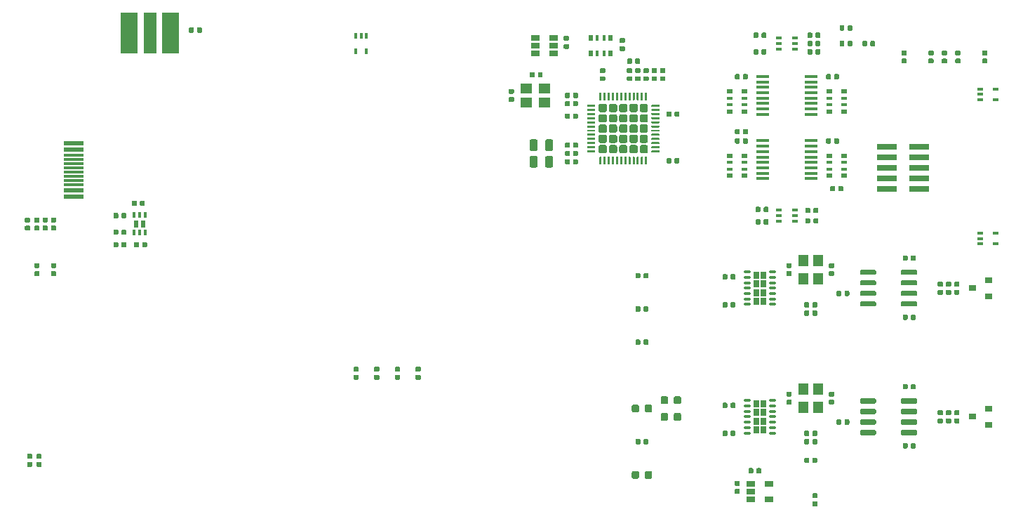
<source format=gbr>
%TF.GenerationSoftware,KiCad,Pcbnew,5.1.5*%
%TF.CreationDate,2020-01-11T17:38:17+01:00*%
%TF.ProjectId,can_breakout_pcb,63616e5f-6272-4656-916b-6f75745f7063,rev?*%
%TF.SameCoordinates,Original*%
%TF.FileFunction,Paste,Top*%
%TF.FilePolarity,Positive*%
%FSLAX46Y46*%
G04 Gerber Fmt 4.6, Leading zero omitted, Abs format (unit mm)*
G04 Created by KiCad (PCBNEW 5.1.5) date 2020-01-11 17:38:17*
%MOMM*%
%LPD*%
G04 APERTURE LIST*
%ADD10R,0.400000X0.650000*%
%ADD11R,0.650000X0.400000*%
%ADD12C,0.100000*%
%ADD13R,0.800000X0.500000*%
%ADD14R,0.800000X0.400000*%
%ADD15R,1.500000X0.450000*%
%ADD16R,2.400000X0.740000*%
%ADD17R,1.400000X1.200000*%
%ADD18R,1.060000X0.650000*%
%ADD19R,0.500000X0.800000*%
%ADD20R,0.400000X0.800000*%
%ADD21R,0.630000X0.820000*%
%ADD22R,0.350000X0.650000*%
%ADD23R,1.200000X1.400000*%
%ADD24R,0.660000X0.850000*%
%ADD25O,0.850000X0.350000*%
%ADD26R,0.900000X0.800000*%
%ADD27R,1.500000X5.000000*%
%ADD28R,2.000000X5.000000*%
%ADD29R,2.450000X0.300000*%
%ADD30R,2.450000X0.600000*%
G04 APERTURE END LIST*
D10*
X152275000Y-57200000D03*
X150975000Y-57200000D03*
X151625000Y-55300000D03*
X150975000Y-55300000D03*
X152275000Y-55300000D03*
D11*
X228200000Y-79100000D03*
X228200000Y-80400000D03*
X226300000Y-79750000D03*
X226300000Y-80400000D03*
X226300000Y-79100000D03*
X228200000Y-61725000D03*
X228200000Y-63025000D03*
X226300000Y-62375000D03*
X226300000Y-63025000D03*
X226300000Y-61725000D03*
D12*
G36*
X176676958Y-69180710D02*
G01*
X176691276Y-69182834D01*
X176705317Y-69186351D01*
X176718946Y-69191228D01*
X176732031Y-69197417D01*
X176744447Y-69204858D01*
X176756073Y-69213481D01*
X176766798Y-69223202D01*
X176776519Y-69233927D01*
X176785142Y-69245553D01*
X176792583Y-69257969D01*
X176798772Y-69271054D01*
X176803649Y-69284683D01*
X176807166Y-69298724D01*
X176809290Y-69313042D01*
X176810000Y-69327500D01*
X176810000Y-69672500D01*
X176809290Y-69686958D01*
X176807166Y-69701276D01*
X176803649Y-69715317D01*
X176798772Y-69728946D01*
X176792583Y-69742031D01*
X176785142Y-69754447D01*
X176776519Y-69766073D01*
X176766798Y-69776798D01*
X176756073Y-69786519D01*
X176744447Y-69795142D01*
X176732031Y-69802583D01*
X176718946Y-69808772D01*
X176705317Y-69813649D01*
X176691276Y-69817166D01*
X176676958Y-69819290D01*
X176662500Y-69820000D01*
X176367500Y-69820000D01*
X176353042Y-69819290D01*
X176338724Y-69817166D01*
X176324683Y-69813649D01*
X176311054Y-69808772D01*
X176297969Y-69802583D01*
X176285553Y-69795142D01*
X176273927Y-69786519D01*
X176263202Y-69776798D01*
X176253481Y-69766073D01*
X176244858Y-69754447D01*
X176237417Y-69742031D01*
X176231228Y-69728946D01*
X176226351Y-69715317D01*
X176222834Y-69701276D01*
X176220710Y-69686958D01*
X176220000Y-69672500D01*
X176220000Y-69327500D01*
X176220710Y-69313042D01*
X176222834Y-69298724D01*
X176226351Y-69284683D01*
X176231228Y-69271054D01*
X176237417Y-69257969D01*
X176244858Y-69245553D01*
X176253481Y-69233927D01*
X176263202Y-69223202D01*
X176273927Y-69213481D01*
X176285553Y-69204858D01*
X176297969Y-69197417D01*
X176311054Y-69191228D01*
X176324683Y-69186351D01*
X176338724Y-69182834D01*
X176353042Y-69180710D01*
X176367500Y-69180000D01*
X176662500Y-69180000D01*
X176676958Y-69180710D01*
G37*
G36*
X177646958Y-69180710D02*
G01*
X177661276Y-69182834D01*
X177675317Y-69186351D01*
X177688946Y-69191228D01*
X177702031Y-69197417D01*
X177714447Y-69204858D01*
X177726073Y-69213481D01*
X177736798Y-69223202D01*
X177746519Y-69233927D01*
X177755142Y-69245553D01*
X177762583Y-69257969D01*
X177768772Y-69271054D01*
X177773649Y-69284683D01*
X177777166Y-69298724D01*
X177779290Y-69313042D01*
X177780000Y-69327500D01*
X177780000Y-69672500D01*
X177779290Y-69686958D01*
X177777166Y-69701276D01*
X177773649Y-69715317D01*
X177768772Y-69728946D01*
X177762583Y-69742031D01*
X177755142Y-69754447D01*
X177746519Y-69766073D01*
X177736798Y-69776798D01*
X177726073Y-69786519D01*
X177714447Y-69795142D01*
X177702031Y-69802583D01*
X177688946Y-69808772D01*
X177675317Y-69813649D01*
X177661276Y-69817166D01*
X177646958Y-69819290D01*
X177632500Y-69820000D01*
X177337500Y-69820000D01*
X177323042Y-69819290D01*
X177308724Y-69817166D01*
X177294683Y-69813649D01*
X177281054Y-69808772D01*
X177267969Y-69802583D01*
X177255553Y-69795142D01*
X177243927Y-69786519D01*
X177233202Y-69776798D01*
X177223481Y-69766073D01*
X177214858Y-69754447D01*
X177207417Y-69742031D01*
X177201228Y-69728946D01*
X177196351Y-69715317D01*
X177192834Y-69701276D01*
X177190710Y-69686958D01*
X177190000Y-69672500D01*
X177190000Y-69327500D01*
X177190710Y-69313042D01*
X177192834Y-69298724D01*
X177196351Y-69284683D01*
X177201228Y-69271054D01*
X177207417Y-69257969D01*
X177214858Y-69245553D01*
X177223481Y-69233927D01*
X177233202Y-69223202D01*
X177243927Y-69213481D01*
X177255553Y-69204858D01*
X177267969Y-69197417D01*
X177281054Y-69191228D01*
X177294683Y-69186351D01*
X177308724Y-69182834D01*
X177323042Y-69180710D01*
X177337500Y-69180000D01*
X177632500Y-69180000D01*
X177646958Y-69180710D01*
G37*
G36*
X185186958Y-59220710D02*
G01*
X185201276Y-59222834D01*
X185215317Y-59226351D01*
X185228946Y-59231228D01*
X185242031Y-59237417D01*
X185254447Y-59244858D01*
X185266073Y-59253481D01*
X185276798Y-59263202D01*
X185286519Y-59273927D01*
X185295142Y-59285553D01*
X185302583Y-59297969D01*
X185308772Y-59311054D01*
X185313649Y-59324683D01*
X185317166Y-59338724D01*
X185319290Y-59353042D01*
X185320000Y-59367500D01*
X185320000Y-59662500D01*
X185319290Y-59676958D01*
X185317166Y-59691276D01*
X185313649Y-59705317D01*
X185308772Y-59718946D01*
X185302583Y-59732031D01*
X185295142Y-59744447D01*
X185286519Y-59756073D01*
X185276798Y-59766798D01*
X185266073Y-59776519D01*
X185254447Y-59785142D01*
X185242031Y-59792583D01*
X185228946Y-59798772D01*
X185215317Y-59803649D01*
X185201276Y-59807166D01*
X185186958Y-59809290D01*
X185172500Y-59810000D01*
X184827500Y-59810000D01*
X184813042Y-59809290D01*
X184798724Y-59807166D01*
X184784683Y-59803649D01*
X184771054Y-59798772D01*
X184757969Y-59792583D01*
X184745553Y-59785142D01*
X184733927Y-59776519D01*
X184723202Y-59766798D01*
X184713481Y-59756073D01*
X184704858Y-59744447D01*
X184697417Y-59732031D01*
X184691228Y-59718946D01*
X184686351Y-59705317D01*
X184682834Y-59691276D01*
X184680710Y-59676958D01*
X184680000Y-59662500D01*
X184680000Y-59367500D01*
X184680710Y-59353042D01*
X184682834Y-59338724D01*
X184686351Y-59324683D01*
X184691228Y-59311054D01*
X184697417Y-59297969D01*
X184704858Y-59285553D01*
X184713481Y-59273927D01*
X184723202Y-59263202D01*
X184733927Y-59253481D01*
X184745553Y-59244858D01*
X184757969Y-59237417D01*
X184771054Y-59231228D01*
X184784683Y-59226351D01*
X184798724Y-59222834D01*
X184813042Y-59220710D01*
X184827500Y-59220000D01*
X185172500Y-59220000D01*
X185186958Y-59220710D01*
G37*
G36*
X185186958Y-60190710D02*
G01*
X185201276Y-60192834D01*
X185215317Y-60196351D01*
X185228946Y-60201228D01*
X185242031Y-60207417D01*
X185254447Y-60214858D01*
X185266073Y-60223481D01*
X185276798Y-60233202D01*
X185286519Y-60243927D01*
X185295142Y-60255553D01*
X185302583Y-60267969D01*
X185308772Y-60281054D01*
X185313649Y-60294683D01*
X185317166Y-60308724D01*
X185319290Y-60323042D01*
X185320000Y-60337500D01*
X185320000Y-60632500D01*
X185319290Y-60646958D01*
X185317166Y-60661276D01*
X185313649Y-60675317D01*
X185308772Y-60688946D01*
X185302583Y-60702031D01*
X185295142Y-60714447D01*
X185286519Y-60726073D01*
X185276798Y-60736798D01*
X185266073Y-60746519D01*
X185254447Y-60755142D01*
X185242031Y-60762583D01*
X185228946Y-60768772D01*
X185215317Y-60773649D01*
X185201276Y-60777166D01*
X185186958Y-60779290D01*
X185172500Y-60780000D01*
X184827500Y-60780000D01*
X184813042Y-60779290D01*
X184798724Y-60777166D01*
X184784683Y-60773649D01*
X184771054Y-60768772D01*
X184757969Y-60762583D01*
X184745553Y-60755142D01*
X184733927Y-60746519D01*
X184723202Y-60736798D01*
X184713481Y-60726073D01*
X184704858Y-60714447D01*
X184697417Y-60702031D01*
X184691228Y-60688946D01*
X184686351Y-60675317D01*
X184682834Y-60661276D01*
X184680710Y-60646958D01*
X184680000Y-60632500D01*
X184680000Y-60337500D01*
X184680710Y-60323042D01*
X184682834Y-60308724D01*
X184686351Y-60294683D01*
X184691228Y-60281054D01*
X184697417Y-60267969D01*
X184704858Y-60255553D01*
X184713481Y-60243927D01*
X184723202Y-60233202D01*
X184733927Y-60223481D01*
X184745553Y-60214858D01*
X184757969Y-60207417D01*
X184771054Y-60201228D01*
X184784683Y-60196351D01*
X184798724Y-60192834D01*
X184813042Y-60190710D01*
X184827500Y-60190000D01*
X185172500Y-60190000D01*
X185186958Y-60190710D01*
G37*
G36*
X199426958Y-56930710D02*
G01*
X199441276Y-56932834D01*
X199455317Y-56936351D01*
X199468946Y-56941228D01*
X199482031Y-56947417D01*
X199494447Y-56954858D01*
X199506073Y-56963481D01*
X199516798Y-56973202D01*
X199526519Y-56983927D01*
X199535142Y-56995553D01*
X199542583Y-57007969D01*
X199548772Y-57021054D01*
X199553649Y-57034683D01*
X199557166Y-57048724D01*
X199559290Y-57063042D01*
X199560000Y-57077500D01*
X199560000Y-57422500D01*
X199559290Y-57436958D01*
X199557166Y-57451276D01*
X199553649Y-57465317D01*
X199548772Y-57478946D01*
X199542583Y-57492031D01*
X199535142Y-57504447D01*
X199526519Y-57516073D01*
X199516798Y-57526798D01*
X199506073Y-57536519D01*
X199494447Y-57545142D01*
X199482031Y-57552583D01*
X199468946Y-57558772D01*
X199455317Y-57563649D01*
X199441276Y-57567166D01*
X199426958Y-57569290D01*
X199412500Y-57570000D01*
X199117500Y-57570000D01*
X199103042Y-57569290D01*
X199088724Y-57567166D01*
X199074683Y-57563649D01*
X199061054Y-57558772D01*
X199047969Y-57552583D01*
X199035553Y-57545142D01*
X199023927Y-57536519D01*
X199013202Y-57526798D01*
X199003481Y-57516073D01*
X198994858Y-57504447D01*
X198987417Y-57492031D01*
X198981228Y-57478946D01*
X198976351Y-57465317D01*
X198972834Y-57451276D01*
X198970710Y-57436958D01*
X198970000Y-57422500D01*
X198970000Y-57077500D01*
X198970710Y-57063042D01*
X198972834Y-57048724D01*
X198976351Y-57034683D01*
X198981228Y-57021054D01*
X198987417Y-57007969D01*
X198994858Y-56995553D01*
X199003481Y-56983927D01*
X199013202Y-56973202D01*
X199023927Y-56963481D01*
X199035553Y-56954858D01*
X199047969Y-56947417D01*
X199061054Y-56941228D01*
X199074683Y-56936351D01*
X199088724Y-56932834D01*
X199103042Y-56930710D01*
X199117500Y-56930000D01*
X199412500Y-56930000D01*
X199426958Y-56930710D01*
G37*
G36*
X200396958Y-56930710D02*
G01*
X200411276Y-56932834D01*
X200425317Y-56936351D01*
X200438946Y-56941228D01*
X200452031Y-56947417D01*
X200464447Y-56954858D01*
X200476073Y-56963481D01*
X200486798Y-56973202D01*
X200496519Y-56983927D01*
X200505142Y-56995553D01*
X200512583Y-57007969D01*
X200518772Y-57021054D01*
X200523649Y-57034683D01*
X200527166Y-57048724D01*
X200529290Y-57063042D01*
X200530000Y-57077500D01*
X200530000Y-57422500D01*
X200529290Y-57436958D01*
X200527166Y-57451276D01*
X200523649Y-57465317D01*
X200518772Y-57478946D01*
X200512583Y-57492031D01*
X200505142Y-57504447D01*
X200496519Y-57516073D01*
X200486798Y-57526798D01*
X200476073Y-57536519D01*
X200464447Y-57545142D01*
X200452031Y-57552583D01*
X200438946Y-57558772D01*
X200425317Y-57563649D01*
X200411276Y-57567166D01*
X200396958Y-57569290D01*
X200382500Y-57570000D01*
X200087500Y-57570000D01*
X200073042Y-57569290D01*
X200058724Y-57567166D01*
X200044683Y-57563649D01*
X200031054Y-57558772D01*
X200017969Y-57552583D01*
X200005553Y-57545142D01*
X199993927Y-57536519D01*
X199983202Y-57526798D01*
X199973481Y-57516073D01*
X199964858Y-57504447D01*
X199957417Y-57492031D01*
X199951228Y-57478946D01*
X199946351Y-57465317D01*
X199942834Y-57451276D01*
X199940710Y-57436958D01*
X199940000Y-57422500D01*
X199940000Y-57077500D01*
X199940710Y-57063042D01*
X199942834Y-57048724D01*
X199946351Y-57034683D01*
X199951228Y-57021054D01*
X199957417Y-57007969D01*
X199964858Y-56995553D01*
X199973481Y-56983927D01*
X199983202Y-56973202D01*
X199993927Y-56963481D01*
X200005553Y-56954858D01*
X200017969Y-56947417D01*
X200031054Y-56941228D01*
X200044683Y-56936351D01*
X200058724Y-56932834D01*
X200073042Y-56930710D01*
X200087500Y-56930000D01*
X200382500Y-56930000D01*
X200396958Y-56930710D01*
G37*
G36*
X184952691Y-107776053D02*
G01*
X184973926Y-107779203D01*
X184994750Y-107784419D01*
X185014962Y-107791651D01*
X185034368Y-107800830D01*
X185052781Y-107811866D01*
X185070024Y-107824654D01*
X185085930Y-107839070D01*
X185100346Y-107854976D01*
X185113134Y-107872219D01*
X185124170Y-107890632D01*
X185133349Y-107910038D01*
X185140581Y-107930250D01*
X185145797Y-107951074D01*
X185148947Y-107972309D01*
X185150000Y-107993750D01*
X185150000Y-108506250D01*
X185148947Y-108527691D01*
X185145797Y-108548926D01*
X185140581Y-108569750D01*
X185133349Y-108589962D01*
X185124170Y-108609368D01*
X185113134Y-108627781D01*
X185100346Y-108645024D01*
X185085930Y-108660930D01*
X185070024Y-108675346D01*
X185052781Y-108688134D01*
X185034368Y-108699170D01*
X185014962Y-108708349D01*
X184994750Y-108715581D01*
X184973926Y-108720797D01*
X184952691Y-108723947D01*
X184931250Y-108725000D01*
X184493750Y-108725000D01*
X184472309Y-108723947D01*
X184451074Y-108720797D01*
X184430250Y-108715581D01*
X184410038Y-108708349D01*
X184390632Y-108699170D01*
X184372219Y-108688134D01*
X184354976Y-108675346D01*
X184339070Y-108660930D01*
X184324654Y-108645024D01*
X184311866Y-108627781D01*
X184300830Y-108609368D01*
X184291651Y-108589962D01*
X184284419Y-108569750D01*
X184279203Y-108548926D01*
X184276053Y-108527691D01*
X184275000Y-108506250D01*
X184275000Y-107993750D01*
X184276053Y-107972309D01*
X184279203Y-107951074D01*
X184284419Y-107930250D01*
X184291651Y-107910038D01*
X184300830Y-107890632D01*
X184311866Y-107872219D01*
X184324654Y-107854976D01*
X184339070Y-107839070D01*
X184354976Y-107824654D01*
X184372219Y-107811866D01*
X184390632Y-107800830D01*
X184410038Y-107791651D01*
X184430250Y-107784419D01*
X184451074Y-107779203D01*
X184472309Y-107776053D01*
X184493750Y-107775000D01*
X184931250Y-107775000D01*
X184952691Y-107776053D01*
G37*
G36*
X186527691Y-107776053D02*
G01*
X186548926Y-107779203D01*
X186569750Y-107784419D01*
X186589962Y-107791651D01*
X186609368Y-107800830D01*
X186627781Y-107811866D01*
X186645024Y-107824654D01*
X186660930Y-107839070D01*
X186675346Y-107854976D01*
X186688134Y-107872219D01*
X186699170Y-107890632D01*
X186708349Y-107910038D01*
X186715581Y-107930250D01*
X186720797Y-107951074D01*
X186723947Y-107972309D01*
X186725000Y-107993750D01*
X186725000Y-108506250D01*
X186723947Y-108527691D01*
X186720797Y-108548926D01*
X186715581Y-108569750D01*
X186708349Y-108589962D01*
X186699170Y-108609368D01*
X186688134Y-108627781D01*
X186675346Y-108645024D01*
X186660930Y-108660930D01*
X186645024Y-108675346D01*
X186627781Y-108688134D01*
X186609368Y-108699170D01*
X186589962Y-108708349D01*
X186569750Y-108715581D01*
X186548926Y-108720797D01*
X186527691Y-108723947D01*
X186506250Y-108725000D01*
X186068750Y-108725000D01*
X186047309Y-108723947D01*
X186026074Y-108720797D01*
X186005250Y-108715581D01*
X185985038Y-108708349D01*
X185965632Y-108699170D01*
X185947219Y-108688134D01*
X185929976Y-108675346D01*
X185914070Y-108660930D01*
X185899654Y-108645024D01*
X185886866Y-108627781D01*
X185875830Y-108609368D01*
X185866651Y-108589962D01*
X185859419Y-108569750D01*
X185854203Y-108548926D01*
X185851053Y-108527691D01*
X185850000Y-108506250D01*
X185850000Y-107993750D01*
X185851053Y-107972309D01*
X185854203Y-107951074D01*
X185859419Y-107930250D01*
X185866651Y-107910038D01*
X185875830Y-107890632D01*
X185886866Y-107872219D01*
X185899654Y-107854976D01*
X185914070Y-107839070D01*
X185929976Y-107824654D01*
X185947219Y-107811866D01*
X185965632Y-107800830D01*
X185985038Y-107791651D01*
X186005250Y-107784419D01*
X186026074Y-107779203D01*
X186047309Y-107776053D01*
X186068750Y-107775000D01*
X186506250Y-107775000D01*
X186527691Y-107776053D01*
G37*
G36*
X209146958Y-67680710D02*
G01*
X209161276Y-67682834D01*
X209175317Y-67686351D01*
X209188946Y-67691228D01*
X209202031Y-67697417D01*
X209214447Y-67704858D01*
X209226073Y-67713481D01*
X209236798Y-67723202D01*
X209246519Y-67733927D01*
X209255142Y-67745553D01*
X209262583Y-67757969D01*
X209268772Y-67771054D01*
X209273649Y-67784683D01*
X209277166Y-67798724D01*
X209279290Y-67813042D01*
X209280000Y-67827500D01*
X209280000Y-68172500D01*
X209279290Y-68186958D01*
X209277166Y-68201276D01*
X209273649Y-68215317D01*
X209268772Y-68228946D01*
X209262583Y-68242031D01*
X209255142Y-68254447D01*
X209246519Y-68266073D01*
X209236798Y-68276798D01*
X209226073Y-68286519D01*
X209214447Y-68295142D01*
X209202031Y-68302583D01*
X209188946Y-68308772D01*
X209175317Y-68313649D01*
X209161276Y-68317166D01*
X209146958Y-68319290D01*
X209132500Y-68320000D01*
X208837500Y-68320000D01*
X208823042Y-68319290D01*
X208808724Y-68317166D01*
X208794683Y-68313649D01*
X208781054Y-68308772D01*
X208767969Y-68302583D01*
X208755553Y-68295142D01*
X208743927Y-68286519D01*
X208733202Y-68276798D01*
X208723481Y-68266073D01*
X208714858Y-68254447D01*
X208707417Y-68242031D01*
X208701228Y-68228946D01*
X208696351Y-68215317D01*
X208692834Y-68201276D01*
X208690710Y-68186958D01*
X208690000Y-68172500D01*
X208690000Y-67827500D01*
X208690710Y-67813042D01*
X208692834Y-67798724D01*
X208696351Y-67784683D01*
X208701228Y-67771054D01*
X208707417Y-67757969D01*
X208714858Y-67745553D01*
X208723481Y-67733927D01*
X208733202Y-67723202D01*
X208743927Y-67713481D01*
X208755553Y-67704858D01*
X208767969Y-67697417D01*
X208781054Y-67691228D01*
X208794683Y-67686351D01*
X208808724Y-67682834D01*
X208823042Y-67680710D01*
X208837500Y-67680000D01*
X209132500Y-67680000D01*
X209146958Y-67680710D01*
G37*
G36*
X208176958Y-67680710D02*
G01*
X208191276Y-67682834D01*
X208205317Y-67686351D01*
X208218946Y-67691228D01*
X208232031Y-67697417D01*
X208244447Y-67704858D01*
X208256073Y-67713481D01*
X208266798Y-67723202D01*
X208276519Y-67733927D01*
X208285142Y-67745553D01*
X208292583Y-67757969D01*
X208298772Y-67771054D01*
X208303649Y-67784683D01*
X208307166Y-67798724D01*
X208309290Y-67813042D01*
X208310000Y-67827500D01*
X208310000Y-68172500D01*
X208309290Y-68186958D01*
X208307166Y-68201276D01*
X208303649Y-68215317D01*
X208298772Y-68228946D01*
X208292583Y-68242031D01*
X208285142Y-68254447D01*
X208276519Y-68266073D01*
X208266798Y-68276798D01*
X208256073Y-68286519D01*
X208244447Y-68295142D01*
X208232031Y-68302583D01*
X208218946Y-68308772D01*
X208205317Y-68313649D01*
X208191276Y-68317166D01*
X208176958Y-68319290D01*
X208162500Y-68320000D01*
X207867500Y-68320000D01*
X207853042Y-68319290D01*
X207838724Y-68317166D01*
X207824683Y-68313649D01*
X207811054Y-68308772D01*
X207797969Y-68302583D01*
X207785553Y-68295142D01*
X207773927Y-68286519D01*
X207763202Y-68276798D01*
X207753481Y-68266073D01*
X207744858Y-68254447D01*
X207737417Y-68242031D01*
X207731228Y-68228946D01*
X207726351Y-68215317D01*
X207722834Y-68201276D01*
X207720710Y-68186958D01*
X207720000Y-68172500D01*
X207720000Y-67827500D01*
X207720710Y-67813042D01*
X207722834Y-67798724D01*
X207726351Y-67784683D01*
X207731228Y-67771054D01*
X207737417Y-67757969D01*
X207744858Y-67745553D01*
X207753481Y-67733927D01*
X207763202Y-67723202D01*
X207773927Y-67713481D01*
X207785553Y-67704858D01*
X207797969Y-67697417D01*
X207811054Y-67691228D01*
X207824683Y-67686351D01*
X207838724Y-67682834D01*
X207853042Y-67680710D01*
X207867500Y-67680000D01*
X208162500Y-67680000D01*
X208176958Y-67680710D01*
G37*
G36*
X209146958Y-59930710D02*
G01*
X209161276Y-59932834D01*
X209175317Y-59936351D01*
X209188946Y-59941228D01*
X209202031Y-59947417D01*
X209214447Y-59954858D01*
X209226073Y-59963481D01*
X209236798Y-59973202D01*
X209246519Y-59983927D01*
X209255142Y-59995553D01*
X209262583Y-60007969D01*
X209268772Y-60021054D01*
X209273649Y-60034683D01*
X209277166Y-60048724D01*
X209279290Y-60063042D01*
X209280000Y-60077500D01*
X209280000Y-60422500D01*
X209279290Y-60436958D01*
X209277166Y-60451276D01*
X209273649Y-60465317D01*
X209268772Y-60478946D01*
X209262583Y-60492031D01*
X209255142Y-60504447D01*
X209246519Y-60516073D01*
X209236798Y-60526798D01*
X209226073Y-60536519D01*
X209214447Y-60545142D01*
X209202031Y-60552583D01*
X209188946Y-60558772D01*
X209175317Y-60563649D01*
X209161276Y-60567166D01*
X209146958Y-60569290D01*
X209132500Y-60570000D01*
X208837500Y-60570000D01*
X208823042Y-60569290D01*
X208808724Y-60567166D01*
X208794683Y-60563649D01*
X208781054Y-60558772D01*
X208767969Y-60552583D01*
X208755553Y-60545142D01*
X208743927Y-60536519D01*
X208733202Y-60526798D01*
X208723481Y-60516073D01*
X208714858Y-60504447D01*
X208707417Y-60492031D01*
X208701228Y-60478946D01*
X208696351Y-60465317D01*
X208692834Y-60451276D01*
X208690710Y-60436958D01*
X208690000Y-60422500D01*
X208690000Y-60077500D01*
X208690710Y-60063042D01*
X208692834Y-60048724D01*
X208696351Y-60034683D01*
X208701228Y-60021054D01*
X208707417Y-60007969D01*
X208714858Y-59995553D01*
X208723481Y-59983927D01*
X208733202Y-59973202D01*
X208743927Y-59963481D01*
X208755553Y-59954858D01*
X208767969Y-59947417D01*
X208781054Y-59941228D01*
X208794683Y-59936351D01*
X208808724Y-59932834D01*
X208823042Y-59930710D01*
X208837500Y-59930000D01*
X209132500Y-59930000D01*
X209146958Y-59930710D01*
G37*
G36*
X208176958Y-59930710D02*
G01*
X208191276Y-59932834D01*
X208205317Y-59936351D01*
X208218946Y-59941228D01*
X208232031Y-59947417D01*
X208244447Y-59954858D01*
X208256073Y-59963481D01*
X208266798Y-59973202D01*
X208276519Y-59983927D01*
X208285142Y-59995553D01*
X208292583Y-60007969D01*
X208298772Y-60021054D01*
X208303649Y-60034683D01*
X208307166Y-60048724D01*
X208309290Y-60063042D01*
X208310000Y-60077500D01*
X208310000Y-60422500D01*
X208309290Y-60436958D01*
X208307166Y-60451276D01*
X208303649Y-60465317D01*
X208298772Y-60478946D01*
X208292583Y-60492031D01*
X208285142Y-60504447D01*
X208276519Y-60516073D01*
X208266798Y-60526798D01*
X208256073Y-60536519D01*
X208244447Y-60545142D01*
X208232031Y-60552583D01*
X208218946Y-60558772D01*
X208205317Y-60563649D01*
X208191276Y-60567166D01*
X208176958Y-60569290D01*
X208162500Y-60570000D01*
X207867500Y-60570000D01*
X207853042Y-60569290D01*
X207838724Y-60567166D01*
X207824683Y-60563649D01*
X207811054Y-60558772D01*
X207797969Y-60552583D01*
X207785553Y-60545142D01*
X207773927Y-60536519D01*
X207763202Y-60526798D01*
X207753481Y-60516073D01*
X207744858Y-60504447D01*
X207737417Y-60492031D01*
X207731228Y-60478946D01*
X207726351Y-60465317D01*
X207722834Y-60451276D01*
X207720710Y-60436958D01*
X207720000Y-60422500D01*
X207720000Y-60077500D01*
X207720710Y-60063042D01*
X207722834Y-60048724D01*
X207726351Y-60034683D01*
X207731228Y-60021054D01*
X207737417Y-60007969D01*
X207744858Y-59995553D01*
X207753481Y-59983927D01*
X207763202Y-59973202D01*
X207773927Y-59963481D01*
X207785553Y-59954858D01*
X207797969Y-59947417D01*
X207811054Y-59941228D01*
X207824683Y-59936351D01*
X207838724Y-59932834D01*
X207853042Y-59930710D01*
X207867500Y-59930000D01*
X208162500Y-59930000D01*
X208176958Y-59930710D01*
G37*
G36*
X206646958Y-76055710D02*
G01*
X206661276Y-76057834D01*
X206675317Y-76061351D01*
X206688946Y-76066228D01*
X206702031Y-76072417D01*
X206714447Y-76079858D01*
X206726073Y-76088481D01*
X206736798Y-76098202D01*
X206746519Y-76108927D01*
X206755142Y-76120553D01*
X206762583Y-76132969D01*
X206768772Y-76146054D01*
X206773649Y-76159683D01*
X206777166Y-76173724D01*
X206779290Y-76188042D01*
X206780000Y-76202500D01*
X206780000Y-76547500D01*
X206779290Y-76561958D01*
X206777166Y-76576276D01*
X206773649Y-76590317D01*
X206768772Y-76603946D01*
X206762583Y-76617031D01*
X206755142Y-76629447D01*
X206746519Y-76641073D01*
X206736798Y-76651798D01*
X206726073Y-76661519D01*
X206714447Y-76670142D01*
X206702031Y-76677583D01*
X206688946Y-76683772D01*
X206675317Y-76688649D01*
X206661276Y-76692166D01*
X206646958Y-76694290D01*
X206632500Y-76695000D01*
X206337500Y-76695000D01*
X206323042Y-76694290D01*
X206308724Y-76692166D01*
X206294683Y-76688649D01*
X206281054Y-76683772D01*
X206267969Y-76677583D01*
X206255553Y-76670142D01*
X206243927Y-76661519D01*
X206233202Y-76651798D01*
X206223481Y-76641073D01*
X206214858Y-76629447D01*
X206207417Y-76617031D01*
X206201228Y-76603946D01*
X206196351Y-76590317D01*
X206192834Y-76576276D01*
X206190710Y-76561958D01*
X206190000Y-76547500D01*
X206190000Y-76202500D01*
X206190710Y-76188042D01*
X206192834Y-76173724D01*
X206196351Y-76159683D01*
X206201228Y-76146054D01*
X206207417Y-76132969D01*
X206214858Y-76120553D01*
X206223481Y-76108927D01*
X206233202Y-76098202D01*
X206243927Y-76088481D01*
X206255553Y-76079858D01*
X206267969Y-76072417D01*
X206281054Y-76066228D01*
X206294683Y-76061351D01*
X206308724Y-76057834D01*
X206323042Y-76055710D01*
X206337500Y-76055000D01*
X206632500Y-76055000D01*
X206646958Y-76055710D01*
G37*
G36*
X205676958Y-76055710D02*
G01*
X205691276Y-76057834D01*
X205705317Y-76061351D01*
X205718946Y-76066228D01*
X205732031Y-76072417D01*
X205744447Y-76079858D01*
X205756073Y-76088481D01*
X205766798Y-76098202D01*
X205776519Y-76108927D01*
X205785142Y-76120553D01*
X205792583Y-76132969D01*
X205798772Y-76146054D01*
X205803649Y-76159683D01*
X205807166Y-76173724D01*
X205809290Y-76188042D01*
X205810000Y-76202500D01*
X205810000Y-76547500D01*
X205809290Y-76561958D01*
X205807166Y-76576276D01*
X205803649Y-76590317D01*
X205798772Y-76603946D01*
X205792583Y-76617031D01*
X205785142Y-76629447D01*
X205776519Y-76641073D01*
X205766798Y-76651798D01*
X205756073Y-76661519D01*
X205744447Y-76670142D01*
X205732031Y-76677583D01*
X205718946Y-76683772D01*
X205705317Y-76688649D01*
X205691276Y-76692166D01*
X205676958Y-76694290D01*
X205662500Y-76695000D01*
X205367500Y-76695000D01*
X205353042Y-76694290D01*
X205338724Y-76692166D01*
X205324683Y-76688649D01*
X205311054Y-76683772D01*
X205297969Y-76677583D01*
X205285553Y-76670142D01*
X205273927Y-76661519D01*
X205263202Y-76651798D01*
X205253481Y-76641073D01*
X205244858Y-76629447D01*
X205237417Y-76617031D01*
X205231228Y-76603946D01*
X205226351Y-76590317D01*
X205222834Y-76576276D01*
X205220710Y-76561958D01*
X205220000Y-76547500D01*
X205220000Y-76202500D01*
X205220710Y-76188042D01*
X205222834Y-76173724D01*
X205226351Y-76159683D01*
X205231228Y-76146054D01*
X205237417Y-76132969D01*
X205244858Y-76120553D01*
X205253481Y-76108927D01*
X205263202Y-76098202D01*
X205273927Y-76088481D01*
X205285553Y-76079858D01*
X205297969Y-76072417D01*
X205311054Y-76066228D01*
X205324683Y-76061351D01*
X205338724Y-76057834D01*
X205353042Y-76055710D01*
X205367500Y-76055000D01*
X205662500Y-76055000D01*
X205676958Y-76055710D01*
G37*
D11*
X203950000Y-55600000D03*
X203950000Y-56900000D03*
X202050000Y-56250000D03*
X203950000Y-56250000D03*
X202050000Y-56900000D03*
X202050000Y-55600000D03*
D12*
G36*
X205926958Y-56930710D02*
G01*
X205941276Y-56932834D01*
X205955317Y-56936351D01*
X205968946Y-56941228D01*
X205982031Y-56947417D01*
X205994447Y-56954858D01*
X206006073Y-56963481D01*
X206016798Y-56973202D01*
X206026519Y-56983927D01*
X206035142Y-56995553D01*
X206042583Y-57007969D01*
X206048772Y-57021054D01*
X206053649Y-57034683D01*
X206057166Y-57048724D01*
X206059290Y-57063042D01*
X206060000Y-57077500D01*
X206060000Y-57422500D01*
X206059290Y-57436958D01*
X206057166Y-57451276D01*
X206053649Y-57465317D01*
X206048772Y-57478946D01*
X206042583Y-57492031D01*
X206035142Y-57504447D01*
X206026519Y-57516073D01*
X206016798Y-57526798D01*
X206006073Y-57536519D01*
X205994447Y-57545142D01*
X205982031Y-57552583D01*
X205968946Y-57558772D01*
X205955317Y-57563649D01*
X205941276Y-57567166D01*
X205926958Y-57569290D01*
X205912500Y-57570000D01*
X205617500Y-57570000D01*
X205603042Y-57569290D01*
X205588724Y-57567166D01*
X205574683Y-57563649D01*
X205561054Y-57558772D01*
X205547969Y-57552583D01*
X205535553Y-57545142D01*
X205523927Y-57536519D01*
X205513202Y-57526798D01*
X205503481Y-57516073D01*
X205494858Y-57504447D01*
X205487417Y-57492031D01*
X205481228Y-57478946D01*
X205476351Y-57465317D01*
X205472834Y-57451276D01*
X205470710Y-57436958D01*
X205470000Y-57422500D01*
X205470000Y-57077500D01*
X205470710Y-57063042D01*
X205472834Y-57048724D01*
X205476351Y-57034683D01*
X205481228Y-57021054D01*
X205487417Y-57007969D01*
X205494858Y-56995553D01*
X205503481Y-56983927D01*
X205513202Y-56973202D01*
X205523927Y-56963481D01*
X205535553Y-56954858D01*
X205547969Y-56947417D01*
X205561054Y-56941228D01*
X205574683Y-56936351D01*
X205588724Y-56932834D01*
X205603042Y-56930710D01*
X205617500Y-56930000D01*
X205912500Y-56930000D01*
X205926958Y-56930710D01*
G37*
G36*
X206896958Y-56930710D02*
G01*
X206911276Y-56932834D01*
X206925317Y-56936351D01*
X206938946Y-56941228D01*
X206952031Y-56947417D01*
X206964447Y-56954858D01*
X206976073Y-56963481D01*
X206986798Y-56973202D01*
X206996519Y-56983927D01*
X207005142Y-56995553D01*
X207012583Y-57007969D01*
X207018772Y-57021054D01*
X207023649Y-57034683D01*
X207027166Y-57048724D01*
X207029290Y-57063042D01*
X207030000Y-57077500D01*
X207030000Y-57422500D01*
X207029290Y-57436958D01*
X207027166Y-57451276D01*
X207023649Y-57465317D01*
X207018772Y-57478946D01*
X207012583Y-57492031D01*
X207005142Y-57504447D01*
X206996519Y-57516073D01*
X206986798Y-57526798D01*
X206976073Y-57536519D01*
X206964447Y-57545142D01*
X206952031Y-57552583D01*
X206938946Y-57558772D01*
X206925317Y-57563649D01*
X206911276Y-57567166D01*
X206896958Y-57569290D01*
X206882500Y-57570000D01*
X206587500Y-57570000D01*
X206573042Y-57569290D01*
X206558724Y-57567166D01*
X206544683Y-57563649D01*
X206531054Y-57558772D01*
X206517969Y-57552583D01*
X206505553Y-57545142D01*
X206493927Y-57536519D01*
X206483202Y-57526798D01*
X206473481Y-57516073D01*
X206464858Y-57504447D01*
X206457417Y-57492031D01*
X206451228Y-57478946D01*
X206446351Y-57465317D01*
X206442834Y-57451276D01*
X206440710Y-57436958D01*
X206440000Y-57422500D01*
X206440000Y-57077500D01*
X206440710Y-57063042D01*
X206442834Y-57048724D01*
X206446351Y-57034683D01*
X206451228Y-57021054D01*
X206457417Y-57007969D01*
X206464858Y-56995553D01*
X206473481Y-56983927D01*
X206483202Y-56973202D01*
X206493927Y-56963481D01*
X206505553Y-56954858D01*
X206517969Y-56947417D01*
X206531054Y-56941228D01*
X206544683Y-56936351D01*
X206558724Y-56932834D01*
X206573042Y-56930710D01*
X206587500Y-56930000D01*
X206882500Y-56930000D01*
X206896958Y-56930710D01*
G37*
G36*
X205676958Y-77305710D02*
G01*
X205691276Y-77307834D01*
X205705317Y-77311351D01*
X205718946Y-77316228D01*
X205732031Y-77322417D01*
X205744447Y-77329858D01*
X205756073Y-77338481D01*
X205766798Y-77348202D01*
X205776519Y-77358927D01*
X205785142Y-77370553D01*
X205792583Y-77382969D01*
X205798772Y-77396054D01*
X205803649Y-77409683D01*
X205807166Y-77423724D01*
X205809290Y-77438042D01*
X205810000Y-77452500D01*
X205810000Y-77797500D01*
X205809290Y-77811958D01*
X205807166Y-77826276D01*
X205803649Y-77840317D01*
X205798772Y-77853946D01*
X205792583Y-77867031D01*
X205785142Y-77879447D01*
X205776519Y-77891073D01*
X205766798Y-77901798D01*
X205756073Y-77911519D01*
X205744447Y-77920142D01*
X205732031Y-77927583D01*
X205718946Y-77933772D01*
X205705317Y-77938649D01*
X205691276Y-77942166D01*
X205676958Y-77944290D01*
X205662500Y-77945000D01*
X205367500Y-77945000D01*
X205353042Y-77944290D01*
X205338724Y-77942166D01*
X205324683Y-77938649D01*
X205311054Y-77933772D01*
X205297969Y-77927583D01*
X205285553Y-77920142D01*
X205273927Y-77911519D01*
X205263202Y-77901798D01*
X205253481Y-77891073D01*
X205244858Y-77879447D01*
X205237417Y-77867031D01*
X205231228Y-77853946D01*
X205226351Y-77840317D01*
X205222834Y-77826276D01*
X205220710Y-77811958D01*
X205220000Y-77797500D01*
X205220000Y-77452500D01*
X205220710Y-77438042D01*
X205222834Y-77423724D01*
X205226351Y-77409683D01*
X205231228Y-77396054D01*
X205237417Y-77382969D01*
X205244858Y-77370553D01*
X205253481Y-77358927D01*
X205263202Y-77348202D01*
X205273927Y-77338481D01*
X205285553Y-77329858D01*
X205297969Y-77322417D01*
X205311054Y-77316228D01*
X205324683Y-77311351D01*
X205338724Y-77307834D01*
X205353042Y-77305710D01*
X205367500Y-77305000D01*
X205662500Y-77305000D01*
X205676958Y-77305710D01*
G37*
G36*
X206646958Y-77305710D02*
G01*
X206661276Y-77307834D01*
X206675317Y-77311351D01*
X206688946Y-77316228D01*
X206702031Y-77322417D01*
X206714447Y-77329858D01*
X206726073Y-77338481D01*
X206736798Y-77348202D01*
X206746519Y-77358927D01*
X206755142Y-77370553D01*
X206762583Y-77382969D01*
X206768772Y-77396054D01*
X206773649Y-77409683D01*
X206777166Y-77423724D01*
X206779290Y-77438042D01*
X206780000Y-77452500D01*
X206780000Y-77797500D01*
X206779290Y-77811958D01*
X206777166Y-77826276D01*
X206773649Y-77840317D01*
X206768772Y-77853946D01*
X206762583Y-77867031D01*
X206755142Y-77879447D01*
X206746519Y-77891073D01*
X206736798Y-77901798D01*
X206726073Y-77911519D01*
X206714447Y-77920142D01*
X206702031Y-77927583D01*
X206688946Y-77933772D01*
X206675317Y-77938649D01*
X206661276Y-77942166D01*
X206646958Y-77944290D01*
X206632500Y-77945000D01*
X206337500Y-77945000D01*
X206323042Y-77944290D01*
X206308724Y-77942166D01*
X206294683Y-77938649D01*
X206281054Y-77933772D01*
X206267969Y-77927583D01*
X206255553Y-77920142D01*
X206243927Y-77911519D01*
X206233202Y-77901798D01*
X206223481Y-77891073D01*
X206214858Y-77879447D01*
X206207417Y-77867031D01*
X206201228Y-77853946D01*
X206196351Y-77840317D01*
X206192834Y-77826276D01*
X206190710Y-77811958D01*
X206190000Y-77797500D01*
X206190000Y-77452500D01*
X206190710Y-77438042D01*
X206192834Y-77423724D01*
X206196351Y-77409683D01*
X206201228Y-77396054D01*
X206207417Y-77382969D01*
X206214858Y-77370553D01*
X206223481Y-77358927D01*
X206233202Y-77348202D01*
X206243927Y-77338481D01*
X206255553Y-77329858D01*
X206267969Y-77322417D01*
X206281054Y-77316228D01*
X206294683Y-77311351D01*
X206308724Y-77307834D01*
X206323042Y-77305710D01*
X206337500Y-77305000D01*
X206632500Y-77305000D01*
X206646958Y-77305710D01*
G37*
G36*
X199676958Y-77430710D02*
G01*
X199691276Y-77432834D01*
X199705317Y-77436351D01*
X199718946Y-77441228D01*
X199732031Y-77447417D01*
X199744447Y-77454858D01*
X199756073Y-77463481D01*
X199766798Y-77473202D01*
X199776519Y-77483927D01*
X199785142Y-77495553D01*
X199792583Y-77507969D01*
X199798772Y-77521054D01*
X199803649Y-77534683D01*
X199807166Y-77548724D01*
X199809290Y-77563042D01*
X199810000Y-77577500D01*
X199810000Y-77922500D01*
X199809290Y-77936958D01*
X199807166Y-77951276D01*
X199803649Y-77965317D01*
X199798772Y-77978946D01*
X199792583Y-77992031D01*
X199785142Y-78004447D01*
X199776519Y-78016073D01*
X199766798Y-78026798D01*
X199756073Y-78036519D01*
X199744447Y-78045142D01*
X199732031Y-78052583D01*
X199718946Y-78058772D01*
X199705317Y-78063649D01*
X199691276Y-78067166D01*
X199676958Y-78069290D01*
X199662500Y-78070000D01*
X199367500Y-78070000D01*
X199353042Y-78069290D01*
X199338724Y-78067166D01*
X199324683Y-78063649D01*
X199311054Y-78058772D01*
X199297969Y-78052583D01*
X199285553Y-78045142D01*
X199273927Y-78036519D01*
X199263202Y-78026798D01*
X199253481Y-78016073D01*
X199244858Y-78004447D01*
X199237417Y-77992031D01*
X199231228Y-77978946D01*
X199226351Y-77965317D01*
X199222834Y-77951276D01*
X199220710Y-77936958D01*
X199220000Y-77922500D01*
X199220000Y-77577500D01*
X199220710Y-77563042D01*
X199222834Y-77548724D01*
X199226351Y-77534683D01*
X199231228Y-77521054D01*
X199237417Y-77507969D01*
X199244858Y-77495553D01*
X199253481Y-77483927D01*
X199263202Y-77473202D01*
X199273927Y-77463481D01*
X199285553Y-77454858D01*
X199297969Y-77447417D01*
X199311054Y-77441228D01*
X199324683Y-77436351D01*
X199338724Y-77432834D01*
X199353042Y-77430710D01*
X199367500Y-77430000D01*
X199662500Y-77430000D01*
X199676958Y-77430710D01*
G37*
G36*
X200646958Y-77430710D02*
G01*
X200661276Y-77432834D01*
X200675317Y-77436351D01*
X200688946Y-77441228D01*
X200702031Y-77447417D01*
X200714447Y-77454858D01*
X200726073Y-77463481D01*
X200736798Y-77473202D01*
X200746519Y-77483927D01*
X200755142Y-77495553D01*
X200762583Y-77507969D01*
X200768772Y-77521054D01*
X200773649Y-77534683D01*
X200777166Y-77548724D01*
X200779290Y-77563042D01*
X200780000Y-77577500D01*
X200780000Y-77922500D01*
X200779290Y-77936958D01*
X200777166Y-77951276D01*
X200773649Y-77965317D01*
X200768772Y-77978946D01*
X200762583Y-77992031D01*
X200755142Y-78004447D01*
X200746519Y-78016073D01*
X200736798Y-78026798D01*
X200726073Y-78036519D01*
X200714447Y-78045142D01*
X200702031Y-78052583D01*
X200688946Y-78058772D01*
X200675317Y-78063649D01*
X200661276Y-78067166D01*
X200646958Y-78069290D01*
X200632500Y-78070000D01*
X200337500Y-78070000D01*
X200323042Y-78069290D01*
X200308724Y-78067166D01*
X200294683Y-78063649D01*
X200281054Y-78058772D01*
X200267969Y-78052583D01*
X200255553Y-78045142D01*
X200243927Y-78036519D01*
X200233202Y-78026798D01*
X200223481Y-78016073D01*
X200214858Y-78004447D01*
X200207417Y-77992031D01*
X200201228Y-77978946D01*
X200196351Y-77965317D01*
X200192834Y-77951276D01*
X200190710Y-77936958D01*
X200190000Y-77922500D01*
X200190000Y-77577500D01*
X200190710Y-77563042D01*
X200192834Y-77548724D01*
X200196351Y-77534683D01*
X200201228Y-77521054D01*
X200207417Y-77507969D01*
X200214858Y-77495553D01*
X200223481Y-77483927D01*
X200233202Y-77473202D01*
X200243927Y-77463481D01*
X200255553Y-77454858D01*
X200267969Y-77447417D01*
X200281054Y-77441228D01*
X200294683Y-77436351D01*
X200308724Y-77432834D01*
X200323042Y-77430710D01*
X200337500Y-77430000D01*
X200632500Y-77430000D01*
X200646958Y-77430710D01*
G37*
G36*
X205926958Y-54930710D02*
G01*
X205941276Y-54932834D01*
X205955317Y-54936351D01*
X205968946Y-54941228D01*
X205982031Y-54947417D01*
X205994447Y-54954858D01*
X206006073Y-54963481D01*
X206016798Y-54973202D01*
X206026519Y-54983927D01*
X206035142Y-54995553D01*
X206042583Y-55007969D01*
X206048772Y-55021054D01*
X206053649Y-55034683D01*
X206057166Y-55048724D01*
X206059290Y-55063042D01*
X206060000Y-55077500D01*
X206060000Y-55422500D01*
X206059290Y-55436958D01*
X206057166Y-55451276D01*
X206053649Y-55465317D01*
X206048772Y-55478946D01*
X206042583Y-55492031D01*
X206035142Y-55504447D01*
X206026519Y-55516073D01*
X206016798Y-55526798D01*
X206006073Y-55536519D01*
X205994447Y-55545142D01*
X205982031Y-55552583D01*
X205968946Y-55558772D01*
X205955317Y-55563649D01*
X205941276Y-55567166D01*
X205926958Y-55569290D01*
X205912500Y-55570000D01*
X205617500Y-55570000D01*
X205603042Y-55569290D01*
X205588724Y-55567166D01*
X205574683Y-55563649D01*
X205561054Y-55558772D01*
X205547969Y-55552583D01*
X205535553Y-55545142D01*
X205523927Y-55536519D01*
X205513202Y-55526798D01*
X205503481Y-55516073D01*
X205494858Y-55504447D01*
X205487417Y-55492031D01*
X205481228Y-55478946D01*
X205476351Y-55465317D01*
X205472834Y-55451276D01*
X205470710Y-55436958D01*
X205470000Y-55422500D01*
X205470000Y-55077500D01*
X205470710Y-55063042D01*
X205472834Y-55048724D01*
X205476351Y-55034683D01*
X205481228Y-55021054D01*
X205487417Y-55007969D01*
X205494858Y-54995553D01*
X205503481Y-54983927D01*
X205513202Y-54973202D01*
X205523927Y-54963481D01*
X205535553Y-54954858D01*
X205547969Y-54947417D01*
X205561054Y-54941228D01*
X205574683Y-54936351D01*
X205588724Y-54932834D01*
X205603042Y-54930710D01*
X205617500Y-54930000D01*
X205912500Y-54930000D01*
X205926958Y-54930710D01*
G37*
G36*
X206896958Y-54930710D02*
G01*
X206911276Y-54932834D01*
X206925317Y-54936351D01*
X206938946Y-54941228D01*
X206952031Y-54947417D01*
X206964447Y-54954858D01*
X206976073Y-54963481D01*
X206986798Y-54973202D01*
X206996519Y-54983927D01*
X207005142Y-54995553D01*
X207012583Y-55007969D01*
X207018772Y-55021054D01*
X207023649Y-55034683D01*
X207027166Y-55048724D01*
X207029290Y-55063042D01*
X207030000Y-55077500D01*
X207030000Y-55422500D01*
X207029290Y-55436958D01*
X207027166Y-55451276D01*
X207023649Y-55465317D01*
X207018772Y-55478946D01*
X207012583Y-55492031D01*
X207005142Y-55504447D01*
X206996519Y-55516073D01*
X206986798Y-55526798D01*
X206976073Y-55536519D01*
X206964447Y-55545142D01*
X206952031Y-55552583D01*
X206938946Y-55558772D01*
X206925317Y-55563649D01*
X206911276Y-55567166D01*
X206896958Y-55569290D01*
X206882500Y-55570000D01*
X206587500Y-55570000D01*
X206573042Y-55569290D01*
X206558724Y-55567166D01*
X206544683Y-55563649D01*
X206531054Y-55558772D01*
X206517969Y-55552583D01*
X206505553Y-55545142D01*
X206493927Y-55536519D01*
X206483202Y-55526798D01*
X206473481Y-55516073D01*
X206464858Y-55504447D01*
X206457417Y-55492031D01*
X206451228Y-55478946D01*
X206446351Y-55465317D01*
X206442834Y-55451276D01*
X206440710Y-55436958D01*
X206440000Y-55422500D01*
X206440000Y-55077500D01*
X206440710Y-55063042D01*
X206442834Y-55048724D01*
X206446351Y-55034683D01*
X206451228Y-55021054D01*
X206457417Y-55007969D01*
X206464858Y-54995553D01*
X206473481Y-54983927D01*
X206483202Y-54973202D01*
X206493927Y-54963481D01*
X206505553Y-54954858D01*
X206517969Y-54947417D01*
X206531054Y-54941228D01*
X206544683Y-54936351D01*
X206558724Y-54932834D01*
X206573042Y-54930710D01*
X206587500Y-54930000D01*
X206882500Y-54930000D01*
X206896958Y-54930710D01*
G37*
G36*
X197176958Y-66555710D02*
G01*
X197191276Y-66557834D01*
X197205317Y-66561351D01*
X197218946Y-66566228D01*
X197232031Y-66572417D01*
X197244447Y-66579858D01*
X197256073Y-66588481D01*
X197266798Y-66598202D01*
X197276519Y-66608927D01*
X197285142Y-66620553D01*
X197292583Y-66632969D01*
X197298772Y-66646054D01*
X197303649Y-66659683D01*
X197307166Y-66673724D01*
X197309290Y-66688042D01*
X197310000Y-66702500D01*
X197310000Y-67047500D01*
X197309290Y-67061958D01*
X197307166Y-67076276D01*
X197303649Y-67090317D01*
X197298772Y-67103946D01*
X197292583Y-67117031D01*
X197285142Y-67129447D01*
X197276519Y-67141073D01*
X197266798Y-67151798D01*
X197256073Y-67161519D01*
X197244447Y-67170142D01*
X197232031Y-67177583D01*
X197218946Y-67183772D01*
X197205317Y-67188649D01*
X197191276Y-67192166D01*
X197176958Y-67194290D01*
X197162500Y-67195000D01*
X196867500Y-67195000D01*
X196853042Y-67194290D01*
X196838724Y-67192166D01*
X196824683Y-67188649D01*
X196811054Y-67183772D01*
X196797969Y-67177583D01*
X196785553Y-67170142D01*
X196773927Y-67161519D01*
X196763202Y-67151798D01*
X196753481Y-67141073D01*
X196744858Y-67129447D01*
X196737417Y-67117031D01*
X196731228Y-67103946D01*
X196726351Y-67090317D01*
X196722834Y-67076276D01*
X196720710Y-67061958D01*
X196720000Y-67047500D01*
X196720000Y-66702500D01*
X196720710Y-66688042D01*
X196722834Y-66673724D01*
X196726351Y-66659683D01*
X196731228Y-66646054D01*
X196737417Y-66632969D01*
X196744858Y-66620553D01*
X196753481Y-66608927D01*
X196763202Y-66598202D01*
X196773927Y-66588481D01*
X196785553Y-66579858D01*
X196797969Y-66572417D01*
X196811054Y-66566228D01*
X196824683Y-66561351D01*
X196838724Y-66557834D01*
X196853042Y-66555710D01*
X196867500Y-66555000D01*
X197162500Y-66555000D01*
X197176958Y-66555710D01*
G37*
G36*
X198146958Y-66555710D02*
G01*
X198161276Y-66557834D01*
X198175317Y-66561351D01*
X198188946Y-66566228D01*
X198202031Y-66572417D01*
X198214447Y-66579858D01*
X198226073Y-66588481D01*
X198236798Y-66598202D01*
X198246519Y-66608927D01*
X198255142Y-66620553D01*
X198262583Y-66632969D01*
X198268772Y-66646054D01*
X198273649Y-66659683D01*
X198277166Y-66673724D01*
X198279290Y-66688042D01*
X198280000Y-66702500D01*
X198280000Y-67047500D01*
X198279290Y-67061958D01*
X198277166Y-67076276D01*
X198273649Y-67090317D01*
X198268772Y-67103946D01*
X198262583Y-67117031D01*
X198255142Y-67129447D01*
X198246519Y-67141073D01*
X198236798Y-67151798D01*
X198226073Y-67161519D01*
X198214447Y-67170142D01*
X198202031Y-67177583D01*
X198188946Y-67183772D01*
X198175317Y-67188649D01*
X198161276Y-67192166D01*
X198146958Y-67194290D01*
X198132500Y-67195000D01*
X197837500Y-67195000D01*
X197823042Y-67194290D01*
X197808724Y-67192166D01*
X197794683Y-67188649D01*
X197781054Y-67183772D01*
X197767969Y-67177583D01*
X197755553Y-67170142D01*
X197743927Y-67161519D01*
X197733202Y-67151798D01*
X197723481Y-67141073D01*
X197714858Y-67129447D01*
X197707417Y-67117031D01*
X197701228Y-67103946D01*
X197696351Y-67090317D01*
X197692834Y-67076276D01*
X197690710Y-67061958D01*
X197690000Y-67047500D01*
X197690000Y-66702500D01*
X197690710Y-66688042D01*
X197692834Y-66673724D01*
X197696351Y-66659683D01*
X197701228Y-66646054D01*
X197707417Y-66632969D01*
X197714858Y-66620553D01*
X197723481Y-66608927D01*
X197733202Y-66598202D01*
X197743927Y-66588481D01*
X197755553Y-66579858D01*
X197767969Y-66572417D01*
X197781054Y-66566228D01*
X197794683Y-66561351D01*
X197808724Y-66557834D01*
X197823042Y-66555710D01*
X197837500Y-66555000D01*
X198132500Y-66555000D01*
X198146958Y-66555710D01*
G37*
G36*
X199426958Y-54930710D02*
G01*
X199441276Y-54932834D01*
X199455317Y-54936351D01*
X199468946Y-54941228D01*
X199482031Y-54947417D01*
X199494447Y-54954858D01*
X199506073Y-54963481D01*
X199516798Y-54973202D01*
X199526519Y-54983927D01*
X199535142Y-54995553D01*
X199542583Y-55007969D01*
X199548772Y-55021054D01*
X199553649Y-55034683D01*
X199557166Y-55048724D01*
X199559290Y-55063042D01*
X199560000Y-55077500D01*
X199560000Y-55422500D01*
X199559290Y-55436958D01*
X199557166Y-55451276D01*
X199553649Y-55465317D01*
X199548772Y-55478946D01*
X199542583Y-55492031D01*
X199535142Y-55504447D01*
X199526519Y-55516073D01*
X199516798Y-55526798D01*
X199506073Y-55536519D01*
X199494447Y-55545142D01*
X199482031Y-55552583D01*
X199468946Y-55558772D01*
X199455317Y-55563649D01*
X199441276Y-55567166D01*
X199426958Y-55569290D01*
X199412500Y-55570000D01*
X199117500Y-55570000D01*
X199103042Y-55569290D01*
X199088724Y-55567166D01*
X199074683Y-55563649D01*
X199061054Y-55558772D01*
X199047969Y-55552583D01*
X199035553Y-55545142D01*
X199023927Y-55536519D01*
X199013202Y-55526798D01*
X199003481Y-55516073D01*
X198994858Y-55504447D01*
X198987417Y-55492031D01*
X198981228Y-55478946D01*
X198976351Y-55465317D01*
X198972834Y-55451276D01*
X198970710Y-55436958D01*
X198970000Y-55422500D01*
X198970000Y-55077500D01*
X198970710Y-55063042D01*
X198972834Y-55048724D01*
X198976351Y-55034683D01*
X198981228Y-55021054D01*
X198987417Y-55007969D01*
X198994858Y-54995553D01*
X199003481Y-54983927D01*
X199013202Y-54973202D01*
X199023927Y-54963481D01*
X199035553Y-54954858D01*
X199047969Y-54947417D01*
X199061054Y-54941228D01*
X199074683Y-54936351D01*
X199088724Y-54932834D01*
X199103042Y-54930710D01*
X199117500Y-54930000D01*
X199412500Y-54930000D01*
X199426958Y-54930710D01*
G37*
G36*
X200396958Y-54930710D02*
G01*
X200411276Y-54932834D01*
X200425317Y-54936351D01*
X200438946Y-54941228D01*
X200452031Y-54947417D01*
X200464447Y-54954858D01*
X200476073Y-54963481D01*
X200486798Y-54973202D01*
X200496519Y-54983927D01*
X200505142Y-54995553D01*
X200512583Y-55007969D01*
X200518772Y-55021054D01*
X200523649Y-55034683D01*
X200527166Y-55048724D01*
X200529290Y-55063042D01*
X200530000Y-55077500D01*
X200530000Y-55422500D01*
X200529290Y-55436958D01*
X200527166Y-55451276D01*
X200523649Y-55465317D01*
X200518772Y-55478946D01*
X200512583Y-55492031D01*
X200505142Y-55504447D01*
X200496519Y-55516073D01*
X200486798Y-55526798D01*
X200476073Y-55536519D01*
X200464447Y-55545142D01*
X200452031Y-55552583D01*
X200438946Y-55558772D01*
X200425317Y-55563649D01*
X200411276Y-55567166D01*
X200396958Y-55569290D01*
X200382500Y-55570000D01*
X200087500Y-55570000D01*
X200073042Y-55569290D01*
X200058724Y-55567166D01*
X200044683Y-55563649D01*
X200031054Y-55558772D01*
X200017969Y-55552583D01*
X200005553Y-55545142D01*
X199993927Y-55536519D01*
X199983202Y-55526798D01*
X199973481Y-55516073D01*
X199964858Y-55504447D01*
X199957417Y-55492031D01*
X199951228Y-55478946D01*
X199946351Y-55465317D01*
X199942834Y-55451276D01*
X199940710Y-55436958D01*
X199940000Y-55422500D01*
X199940000Y-55077500D01*
X199940710Y-55063042D01*
X199942834Y-55048724D01*
X199946351Y-55034683D01*
X199951228Y-55021054D01*
X199957417Y-55007969D01*
X199964858Y-54995553D01*
X199973481Y-54983927D01*
X199983202Y-54973202D01*
X199993927Y-54963481D01*
X200005553Y-54954858D01*
X200017969Y-54947417D01*
X200031054Y-54941228D01*
X200044683Y-54936351D01*
X200058724Y-54932834D01*
X200073042Y-54930710D01*
X200087500Y-54930000D01*
X200382500Y-54930000D01*
X200396958Y-54930710D01*
G37*
G36*
X206896958Y-55930710D02*
G01*
X206911276Y-55932834D01*
X206925317Y-55936351D01*
X206938946Y-55941228D01*
X206952031Y-55947417D01*
X206964447Y-55954858D01*
X206976073Y-55963481D01*
X206986798Y-55973202D01*
X206996519Y-55983927D01*
X207005142Y-55995553D01*
X207012583Y-56007969D01*
X207018772Y-56021054D01*
X207023649Y-56034683D01*
X207027166Y-56048724D01*
X207029290Y-56063042D01*
X207030000Y-56077500D01*
X207030000Y-56422500D01*
X207029290Y-56436958D01*
X207027166Y-56451276D01*
X207023649Y-56465317D01*
X207018772Y-56478946D01*
X207012583Y-56492031D01*
X207005142Y-56504447D01*
X206996519Y-56516073D01*
X206986798Y-56526798D01*
X206976073Y-56536519D01*
X206964447Y-56545142D01*
X206952031Y-56552583D01*
X206938946Y-56558772D01*
X206925317Y-56563649D01*
X206911276Y-56567166D01*
X206896958Y-56569290D01*
X206882500Y-56570000D01*
X206587500Y-56570000D01*
X206573042Y-56569290D01*
X206558724Y-56567166D01*
X206544683Y-56563649D01*
X206531054Y-56558772D01*
X206517969Y-56552583D01*
X206505553Y-56545142D01*
X206493927Y-56536519D01*
X206483202Y-56526798D01*
X206473481Y-56516073D01*
X206464858Y-56504447D01*
X206457417Y-56492031D01*
X206451228Y-56478946D01*
X206446351Y-56465317D01*
X206442834Y-56451276D01*
X206440710Y-56436958D01*
X206440000Y-56422500D01*
X206440000Y-56077500D01*
X206440710Y-56063042D01*
X206442834Y-56048724D01*
X206446351Y-56034683D01*
X206451228Y-56021054D01*
X206457417Y-56007969D01*
X206464858Y-55995553D01*
X206473481Y-55983927D01*
X206483202Y-55973202D01*
X206493927Y-55963481D01*
X206505553Y-55954858D01*
X206517969Y-55947417D01*
X206531054Y-55941228D01*
X206544683Y-55936351D01*
X206558724Y-55932834D01*
X206573042Y-55930710D01*
X206587500Y-55930000D01*
X206882500Y-55930000D01*
X206896958Y-55930710D01*
G37*
G36*
X205926958Y-55930710D02*
G01*
X205941276Y-55932834D01*
X205955317Y-55936351D01*
X205968946Y-55941228D01*
X205982031Y-55947417D01*
X205994447Y-55954858D01*
X206006073Y-55963481D01*
X206016798Y-55973202D01*
X206026519Y-55983927D01*
X206035142Y-55995553D01*
X206042583Y-56007969D01*
X206048772Y-56021054D01*
X206053649Y-56034683D01*
X206057166Y-56048724D01*
X206059290Y-56063042D01*
X206060000Y-56077500D01*
X206060000Y-56422500D01*
X206059290Y-56436958D01*
X206057166Y-56451276D01*
X206053649Y-56465317D01*
X206048772Y-56478946D01*
X206042583Y-56492031D01*
X206035142Y-56504447D01*
X206026519Y-56516073D01*
X206016798Y-56526798D01*
X206006073Y-56536519D01*
X205994447Y-56545142D01*
X205982031Y-56552583D01*
X205968946Y-56558772D01*
X205955317Y-56563649D01*
X205941276Y-56567166D01*
X205926958Y-56569290D01*
X205912500Y-56570000D01*
X205617500Y-56570000D01*
X205603042Y-56569290D01*
X205588724Y-56567166D01*
X205574683Y-56563649D01*
X205561054Y-56558772D01*
X205547969Y-56552583D01*
X205535553Y-56545142D01*
X205523927Y-56536519D01*
X205513202Y-56526798D01*
X205503481Y-56516073D01*
X205494858Y-56504447D01*
X205487417Y-56492031D01*
X205481228Y-56478946D01*
X205476351Y-56465317D01*
X205472834Y-56451276D01*
X205470710Y-56436958D01*
X205470000Y-56422500D01*
X205470000Y-56077500D01*
X205470710Y-56063042D01*
X205472834Y-56048724D01*
X205476351Y-56034683D01*
X205481228Y-56021054D01*
X205487417Y-56007969D01*
X205494858Y-55995553D01*
X205503481Y-55983927D01*
X205513202Y-55973202D01*
X205523927Y-55963481D01*
X205535553Y-55954858D01*
X205547969Y-55947417D01*
X205561054Y-55941228D01*
X205574683Y-55936351D01*
X205588724Y-55932834D01*
X205603042Y-55930710D01*
X205617500Y-55930000D01*
X205912500Y-55930000D01*
X205926958Y-55930710D01*
G37*
G36*
X199676958Y-75930710D02*
G01*
X199691276Y-75932834D01*
X199705317Y-75936351D01*
X199718946Y-75941228D01*
X199732031Y-75947417D01*
X199744447Y-75954858D01*
X199756073Y-75963481D01*
X199766798Y-75973202D01*
X199776519Y-75983927D01*
X199785142Y-75995553D01*
X199792583Y-76007969D01*
X199798772Y-76021054D01*
X199803649Y-76034683D01*
X199807166Y-76048724D01*
X199809290Y-76063042D01*
X199810000Y-76077500D01*
X199810000Y-76422500D01*
X199809290Y-76436958D01*
X199807166Y-76451276D01*
X199803649Y-76465317D01*
X199798772Y-76478946D01*
X199792583Y-76492031D01*
X199785142Y-76504447D01*
X199776519Y-76516073D01*
X199766798Y-76526798D01*
X199756073Y-76536519D01*
X199744447Y-76545142D01*
X199732031Y-76552583D01*
X199718946Y-76558772D01*
X199705317Y-76563649D01*
X199691276Y-76567166D01*
X199676958Y-76569290D01*
X199662500Y-76570000D01*
X199367500Y-76570000D01*
X199353042Y-76569290D01*
X199338724Y-76567166D01*
X199324683Y-76563649D01*
X199311054Y-76558772D01*
X199297969Y-76552583D01*
X199285553Y-76545142D01*
X199273927Y-76536519D01*
X199263202Y-76526798D01*
X199253481Y-76516073D01*
X199244858Y-76504447D01*
X199237417Y-76492031D01*
X199231228Y-76478946D01*
X199226351Y-76465317D01*
X199222834Y-76451276D01*
X199220710Y-76436958D01*
X199220000Y-76422500D01*
X199220000Y-76077500D01*
X199220710Y-76063042D01*
X199222834Y-76048724D01*
X199226351Y-76034683D01*
X199231228Y-76021054D01*
X199237417Y-76007969D01*
X199244858Y-75995553D01*
X199253481Y-75983927D01*
X199263202Y-75973202D01*
X199273927Y-75963481D01*
X199285553Y-75954858D01*
X199297969Y-75947417D01*
X199311054Y-75941228D01*
X199324683Y-75936351D01*
X199338724Y-75932834D01*
X199353042Y-75930710D01*
X199367500Y-75930000D01*
X199662500Y-75930000D01*
X199676958Y-75930710D01*
G37*
G36*
X200646958Y-75930710D02*
G01*
X200661276Y-75932834D01*
X200675317Y-75936351D01*
X200688946Y-75941228D01*
X200702031Y-75947417D01*
X200714447Y-75954858D01*
X200726073Y-75963481D01*
X200736798Y-75973202D01*
X200746519Y-75983927D01*
X200755142Y-75995553D01*
X200762583Y-76007969D01*
X200768772Y-76021054D01*
X200773649Y-76034683D01*
X200777166Y-76048724D01*
X200779290Y-76063042D01*
X200780000Y-76077500D01*
X200780000Y-76422500D01*
X200779290Y-76436958D01*
X200777166Y-76451276D01*
X200773649Y-76465317D01*
X200768772Y-76478946D01*
X200762583Y-76492031D01*
X200755142Y-76504447D01*
X200746519Y-76516073D01*
X200736798Y-76526798D01*
X200726073Y-76536519D01*
X200714447Y-76545142D01*
X200702031Y-76552583D01*
X200688946Y-76558772D01*
X200675317Y-76563649D01*
X200661276Y-76567166D01*
X200646958Y-76569290D01*
X200632500Y-76570000D01*
X200337500Y-76570000D01*
X200323042Y-76569290D01*
X200308724Y-76567166D01*
X200294683Y-76563649D01*
X200281054Y-76558772D01*
X200267969Y-76552583D01*
X200255553Y-76545142D01*
X200243927Y-76536519D01*
X200233202Y-76526798D01*
X200223481Y-76516073D01*
X200214858Y-76504447D01*
X200207417Y-76492031D01*
X200201228Y-76478946D01*
X200196351Y-76465317D01*
X200192834Y-76451276D01*
X200190710Y-76436958D01*
X200190000Y-76422500D01*
X200190000Y-76077500D01*
X200190710Y-76063042D01*
X200192834Y-76048724D01*
X200196351Y-76034683D01*
X200201228Y-76021054D01*
X200207417Y-76007969D01*
X200214858Y-75995553D01*
X200223481Y-75983927D01*
X200233202Y-75973202D01*
X200243927Y-75963481D01*
X200255553Y-75954858D01*
X200267969Y-75947417D01*
X200281054Y-75941228D01*
X200294683Y-75936351D01*
X200308724Y-75932834D01*
X200323042Y-75930710D01*
X200337500Y-75930000D01*
X200632500Y-75930000D01*
X200646958Y-75930710D01*
G37*
D13*
X209900000Y-72200000D03*
D14*
X209900000Y-71400000D03*
D13*
X209900000Y-69800000D03*
D14*
X209900000Y-70600000D03*
D13*
X208100000Y-72200000D03*
D14*
X208100000Y-70600000D03*
X208100000Y-71400000D03*
D13*
X208100000Y-69800000D03*
X209900000Y-64450000D03*
D14*
X209900000Y-63650000D03*
D13*
X209900000Y-62050000D03*
D14*
X209900000Y-62850000D03*
D13*
X208100000Y-64450000D03*
D14*
X208100000Y-62850000D03*
X208100000Y-63650000D03*
D13*
X208100000Y-62050000D03*
X197900000Y-72200000D03*
D14*
X197900000Y-71400000D03*
D13*
X197900000Y-69800000D03*
D14*
X197900000Y-70600000D03*
D13*
X196100000Y-72200000D03*
D14*
X196100000Y-70600000D03*
X196100000Y-71400000D03*
D13*
X196100000Y-69800000D03*
X197900000Y-64450000D03*
D14*
X197900000Y-63650000D03*
D13*
X197900000Y-62050000D03*
D14*
X197900000Y-62850000D03*
D13*
X196100000Y-64450000D03*
D14*
X196100000Y-62850000D03*
X196100000Y-63650000D03*
D13*
X196100000Y-62050000D03*
D12*
G36*
X176676958Y-68180710D02*
G01*
X176691276Y-68182834D01*
X176705317Y-68186351D01*
X176718946Y-68191228D01*
X176732031Y-68197417D01*
X176744447Y-68204858D01*
X176756073Y-68213481D01*
X176766798Y-68223202D01*
X176776519Y-68233927D01*
X176785142Y-68245553D01*
X176792583Y-68257969D01*
X176798772Y-68271054D01*
X176803649Y-68284683D01*
X176807166Y-68298724D01*
X176809290Y-68313042D01*
X176810000Y-68327500D01*
X176810000Y-68672500D01*
X176809290Y-68686958D01*
X176807166Y-68701276D01*
X176803649Y-68715317D01*
X176798772Y-68728946D01*
X176792583Y-68742031D01*
X176785142Y-68754447D01*
X176776519Y-68766073D01*
X176766798Y-68776798D01*
X176756073Y-68786519D01*
X176744447Y-68795142D01*
X176732031Y-68802583D01*
X176718946Y-68808772D01*
X176705317Y-68813649D01*
X176691276Y-68817166D01*
X176676958Y-68819290D01*
X176662500Y-68820000D01*
X176367500Y-68820000D01*
X176353042Y-68819290D01*
X176338724Y-68817166D01*
X176324683Y-68813649D01*
X176311054Y-68808772D01*
X176297969Y-68802583D01*
X176285553Y-68795142D01*
X176273927Y-68786519D01*
X176263202Y-68776798D01*
X176253481Y-68766073D01*
X176244858Y-68754447D01*
X176237417Y-68742031D01*
X176231228Y-68728946D01*
X176226351Y-68715317D01*
X176222834Y-68701276D01*
X176220710Y-68686958D01*
X176220000Y-68672500D01*
X176220000Y-68327500D01*
X176220710Y-68313042D01*
X176222834Y-68298724D01*
X176226351Y-68284683D01*
X176231228Y-68271054D01*
X176237417Y-68257969D01*
X176244858Y-68245553D01*
X176253481Y-68233927D01*
X176263202Y-68223202D01*
X176273927Y-68213481D01*
X176285553Y-68204858D01*
X176297969Y-68197417D01*
X176311054Y-68191228D01*
X176324683Y-68186351D01*
X176338724Y-68182834D01*
X176353042Y-68180710D01*
X176367500Y-68180000D01*
X176662500Y-68180000D01*
X176676958Y-68180710D01*
G37*
G36*
X177646958Y-68180710D02*
G01*
X177661276Y-68182834D01*
X177675317Y-68186351D01*
X177688946Y-68191228D01*
X177702031Y-68197417D01*
X177714447Y-68204858D01*
X177726073Y-68213481D01*
X177736798Y-68223202D01*
X177746519Y-68233927D01*
X177755142Y-68245553D01*
X177762583Y-68257969D01*
X177768772Y-68271054D01*
X177773649Y-68284683D01*
X177777166Y-68298724D01*
X177779290Y-68313042D01*
X177780000Y-68327500D01*
X177780000Y-68672500D01*
X177779290Y-68686958D01*
X177777166Y-68701276D01*
X177773649Y-68715317D01*
X177768772Y-68728946D01*
X177762583Y-68742031D01*
X177755142Y-68754447D01*
X177746519Y-68766073D01*
X177736798Y-68776798D01*
X177726073Y-68786519D01*
X177714447Y-68795142D01*
X177702031Y-68802583D01*
X177688946Y-68808772D01*
X177675317Y-68813649D01*
X177661276Y-68817166D01*
X177646958Y-68819290D01*
X177632500Y-68820000D01*
X177337500Y-68820000D01*
X177323042Y-68819290D01*
X177308724Y-68817166D01*
X177294683Y-68813649D01*
X177281054Y-68808772D01*
X177267969Y-68802583D01*
X177255553Y-68795142D01*
X177243927Y-68786519D01*
X177233202Y-68776798D01*
X177223481Y-68766073D01*
X177214858Y-68754447D01*
X177207417Y-68742031D01*
X177201228Y-68728946D01*
X177196351Y-68715317D01*
X177192834Y-68701276D01*
X177190710Y-68686958D01*
X177190000Y-68672500D01*
X177190000Y-68327500D01*
X177190710Y-68313042D01*
X177192834Y-68298724D01*
X177196351Y-68284683D01*
X177201228Y-68271054D01*
X177207417Y-68257969D01*
X177214858Y-68245553D01*
X177223481Y-68233927D01*
X177233202Y-68223202D01*
X177243927Y-68213481D01*
X177255553Y-68204858D01*
X177267969Y-68197417D01*
X177281054Y-68191228D01*
X177294683Y-68186351D01*
X177308724Y-68182834D01*
X177323042Y-68180710D01*
X177337500Y-68180000D01*
X177632500Y-68180000D01*
X177646958Y-68180710D01*
G37*
G36*
X176676958Y-63180710D02*
G01*
X176691276Y-63182834D01*
X176705317Y-63186351D01*
X176718946Y-63191228D01*
X176732031Y-63197417D01*
X176744447Y-63204858D01*
X176756073Y-63213481D01*
X176766798Y-63223202D01*
X176776519Y-63233927D01*
X176785142Y-63245553D01*
X176792583Y-63257969D01*
X176798772Y-63271054D01*
X176803649Y-63284683D01*
X176807166Y-63298724D01*
X176809290Y-63313042D01*
X176810000Y-63327500D01*
X176810000Y-63672500D01*
X176809290Y-63686958D01*
X176807166Y-63701276D01*
X176803649Y-63715317D01*
X176798772Y-63728946D01*
X176792583Y-63742031D01*
X176785142Y-63754447D01*
X176776519Y-63766073D01*
X176766798Y-63776798D01*
X176756073Y-63786519D01*
X176744447Y-63795142D01*
X176732031Y-63802583D01*
X176718946Y-63808772D01*
X176705317Y-63813649D01*
X176691276Y-63817166D01*
X176676958Y-63819290D01*
X176662500Y-63820000D01*
X176367500Y-63820000D01*
X176353042Y-63819290D01*
X176338724Y-63817166D01*
X176324683Y-63813649D01*
X176311054Y-63808772D01*
X176297969Y-63802583D01*
X176285553Y-63795142D01*
X176273927Y-63786519D01*
X176263202Y-63776798D01*
X176253481Y-63766073D01*
X176244858Y-63754447D01*
X176237417Y-63742031D01*
X176231228Y-63728946D01*
X176226351Y-63715317D01*
X176222834Y-63701276D01*
X176220710Y-63686958D01*
X176220000Y-63672500D01*
X176220000Y-63327500D01*
X176220710Y-63313042D01*
X176222834Y-63298724D01*
X176226351Y-63284683D01*
X176231228Y-63271054D01*
X176237417Y-63257969D01*
X176244858Y-63245553D01*
X176253481Y-63233927D01*
X176263202Y-63223202D01*
X176273927Y-63213481D01*
X176285553Y-63204858D01*
X176297969Y-63197417D01*
X176311054Y-63191228D01*
X176324683Y-63186351D01*
X176338724Y-63182834D01*
X176353042Y-63180710D01*
X176367500Y-63180000D01*
X176662500Y-63180000D01*
X176676958Y-63180710D01*
G37*
G36*
X177646958Y-63180710D02*
G01*
X177661276Y-63182834D01*
X177675317Y-63186351D01*
X177688946Y-63191228D01*
X177702031Y-63197417D01*
X177714447Y-63204858D01*
X177726073Y-63213481D01*
X177736798Y-63223202D01*
X177746519Y-63233927D01*
X177755142Y-63245553D01*
X177762583Y-63257969D01*
X177768772Y-63271054D01*
X177773649Y-63284683D01*
X177777166Y-63298724D01*
X177779290Y-63313042D01*
X177780000Y-63327500D01*
X177780000Y-63672500D01*
X177779290Y-63686958D01*
X177777166Y-63701276D01*
X177773649Y-63715317D01*
X177768772Y-63728946D01*
X177762583Y-63742031D01*
X177755142Y-63754447D01*
X177746519Y-63766073D01*
X177736798Y-63776798D01*
X177726073Y-63786519D01*
X177714447Y-63795142D01*
X177702031Y-63802583D01*
X177688946Y-63808772D01*
X177675317Y-63813649D01*
X177661276Y-63817166D01*
X177646958Y-63819290D01*
X177632500Y-63820000D01*
X177337500Y-63820000D01*
X177323042Y-63819290D01*
X177308724Y-63817166D01*
X177294683Y-63813649D01*
X177281054Y-63808772D01*
X177267969Y-63802583D01*
X177255553Y-63795142D01*
X177243927Y-63786519D01*
X177233202Y-63776798D01*
X177223481Y-63766073D01*
X177214858Y-63754447D01*
X177207417Y-63742031D01*
X177201228Y-63728946D01*
X177196351Y-63715317D01*
X177192834Y-63701276D01*
X177190710Y-63686958D01*
X177190000Y-63672500D01*
X177190000Y-63327500D01*
X177190710Y-63313042D01*
X177192834Y-63298724D01*
X177196351Y-63284683D01*
X177201228Y-63271054D01*
X177207417Y-63257969D01*
X177214858Y-63245553D01*
X177223481Y-63233927D01*
X177233202Y-63223202D01*
X177243927Y-63213481D01*
X177255553Y-63204858D01*
X177267969Y-63197417D01*
X177281054Y-63191228D01*
X177294683Y-63186351D01*
X177308724Y-63182834D01*
X177323042Y-63180710D01*
X177337500Y-63180000D01*
X177632500Y-63180000D01*
X177646958Y-63180710D01*
G37*
D11*
X203950000Y-76350000D03*
X203950000Y-77650000D03*
X202050000Y-77000000D03*
X203950000Y-77000000D03*
X202050000Y-77650000D03*
X202050000Y-76350000D03*
D12*
G36*
X197176958Y-67680710D02*
G01*
X197191276Y-67682834D01*
X197205317Y-67686351D01*
X197218946Y-67691228D01*
X197232031Y-67697417D01*
X197244447Y-67704858D01*
X197256073Y-67713481D01*
X197266798Y-67723202D01*
X197276519Y-67733927D01*
X197285142Y-67745553D01*
X197292583Y-67757969D01*
X197298772Y-67771054D01*
X197303649Y-67784683D01*
X197307166Y-67798724D01*
X197309290Y-67813042D01*
X197310000Y-67827500D01*
X197310000Y-68172500D01*
X197309290Y-68186958D01*
X197307166Y-68201276D01*
X197303649Y-68215317D01*
X197298772Y-68228946D01*
X197292583Y-68242031D01*
X197285142Y-68254447D01*
X197276519Y-68266073D01*
X197266798Y-68276798D01*
X197256073Y-68286519D01*
X197244447Y-68295142D01*
X197232031Y-68302583D01*
X197218946Y-68308772D01*
X197205317Y-68313649D01*
X197191276Y-68317166D01*
X197176958Y-68319290D01*
X197162500Y-68320000D01*
X196867500Y-68320000D01*
X196853042Y-68319290D01*
X196838724Y-68317166D01*
X196824683Y-68313649D01*
X196811054Y-68308772D01*
X196797969Y-68302583D01*
X196785553Y-68295142D01*
X196773927Y-68286519D01*
X196763202Y-68276798D01*
X196753481Y-68266073D01*
X196744858Y-68254447D01*
X196737417Y-68242031D01*
X196731228Y-68228946D01*
X196726351Y-68215317D01*
X196722834Y-68201276D01*
X196720710Y-68186958D01*
X196720000Y-68172500D01*
X196720000Y-67827500D01*
X196720710Y-67813042D01*
X196722834Y-67798724D01*
X196726351Y-67784683D01*
X196731228Y-67771054D01*
X196737417Y-67757969D01*
X196744858Y-67745553D01*
X196753481Y-67733927D01*
X196763202Y-67723202D01*
X196773927Y-67713481D01*
X196785553Y-67704858D01*
X196797969Y-67697417D01*
X196811054Y-67691228D01*
X196824683Y-67686351D01*
X196838724Y-67682834D01*
X196853042Y-67680710D01*
X196867500Y-67680000D01*
X197162500Y-67680000D01*
X197176958Y-67680710D01*
G37*
G36*
X198146958Y-67680710D02*
G01*
X198161276Y-67682834D01*
X198175317Y-67686351D01*
X198188946Y-67691228D01*
X198202031Y-67697417D01*
X198214447Y-67704858D01*
X198226073Y-67713481D01*
X198236798Y-67723202D01*
X198246519Y-67733927D01*
X198255142Y-67745553D01*
X198262583Y-67757969D01*
X198268772Y-67771054D01*
X198273649Y-67784683D01*
X198277166Y-67798724D01*
X198279290Y-67813042D01*
X198280000Y-67827500D01*
X198280000Y-68172500D01*
X198279290Y-68186958D01*
X198277166Y-68201276D01*
X198273649Y-68215317D01*
X198268772Y-68228946D01*
X198262583Y-68242031D01*
X198255142Y-68254447D01*
X198246519Y-68266073D01*
X198236798Y-68276798D01*
X198226073Y-68286519D01*
X198214447Y-68295142D01*
X198202031Y-68302583D01*
X198188946Y-68308772D01*
X198175317Y-68313649D01*
X198161276Y-68317166D01*
X198146958Y-68319290D01*
X198132500Y-68320000D01*
X197837500Y-68320000D01*
X197823042Y-68319290D01*
X197808724Y-68317166D01*
X197794683Y-68313649D01*
X197781054Y-68308772D01*
X197767969Y-68302583D01*
X197755553Y-68295142D01*
X197743927Y-68286519D01*
X197733202Y-68276798D01*
X197723481Y-68266073D01*
X197714858Y-68254447D01*
X197707417Y-68242031D01*
X197701228Y-68228946D01*
X197696351Y-68215317D01*
X197692834Y-68201276D01*
X197690710Y-68186958D01*
X197690000Y-68172500D01*
X197690000Y-67827500D01*
X197690710Y-67813042D01*
X197692834Y-67798724D01*
X197696351Y-67784683D01*
X197701228Y-67771054D01*
X197707417Y-67757969D01*
X197714858Y-67745553D01*
X197723481Y-67733927D01*
X197733202Y-67723202D01*
X197743927Y-67713481D01*
X197755553Y-67704858D01*
X197767969Y-67697417D01*
X197781054Y-67691228D01*
X197794683Y-67686351D01*
X197808724Y-67682834D01*
X197823042Y-67680710D01*
X197837500Y-67680000D01*
X198132500Y-67680000D01*
X198146958Y-67680710D01*
G37*
G36*
X197176958Y-59930710D02*
G01*
X197191276Y-59932834D01*
X197205317Y-59936351D01*
X197218946Y-59941228D01*
X197232031Y-59947417D01*
X197244447Y-59954858D01*
X197256073Y-59963481D01*
X197266798Y-59973202D01*
X197276519Y-59983927D01*
X197285142Y-59995553D01*
X197292583Y-60007969D01*
X197298772Y-60021054D01*
X197303649Y-60034683D01*
X197307166Y-60048724D01*
X197309290Y-60063042D01*
X197310000Y-60077500D01*
X197310000Y-60422500D01*
X197309290Y-60436958D01*
X197307166Y-60451276D01*
X197303649Y-60465317D01*
X197298772Y-60478946D01*
X197292583Y-60492031D01*
X197285142Y-60504447D01*
X197276519Y-60516073D01*
X197266798Y-60526798D01*
X197256073Y-60536519D01*
X197244447Y-60545142D01*
X197232031Y-60552583D01*
X197218946Y-60558772D01*
X197205317Y-60563649D01*
X197191276Y-60567166D01*
X197176958Y-60569290D01*
X197162500Y-60570000D01*
X196867500Y-60570000D01*
X196853042Y-60569290D01*
X196838724Y-60567166D01*
X196824683Y-60563649D01*
X196811054Y-60558772D01*
X196797969Y-60552583D01*
X196785553Y-60545142D01*
X196773927Y-60536519D01*
X196763202Y-60526798D01*
X196753481Y-60516073D01*
X196744858Y-60504447D01*
X196737417Y-60492031D01*
X196731228Y-60478946D01*
X196726351Y-60465317D01*
X196722834Y-60451276D01*
X196720710Y-60436958D01*
X196720000Y-60422500D01*
X196720000Y-60077500D01*
X196720710Y-60063042D01*
X196722834Y-60048724D01*
X196726351Y-60034683D01*
X196731228Y-60021054D01*
X196737417Y-60007969D01*
X196744858Y-59995553D01*
X196753481Y-59983927D01*
X196763202Y-59973202D01*
X196773927Y-59963481D01*
X196785553Y-59954858D01*
X196797969Y-59947417D01*
X196811054Y-59941228D01*
X196824683Y-59936351D01*
X196838724Y-59932834D01*
X196853042Y-59930710D01*
X196867500Y-59930000D01*
X197162500Y-59930000D01*
X197176958Y-59930710D01*
G37*
G36*
X198146958Y-59930710D02*
G01*
X198161276Y-59932834D01*
X198175317Y-59936351D01*
X198188946Y-59941228D01*
X198202031Y-59947417D01*
X198214447Y-59954858D01*
X198226073Y-59963481D01*
X198236798Y-59973202D01*
X198246519Y-59983927D01*
X198255142Y-59995553D01*
X198262583Y-60007969D01*
X198268772Y-60021054D01*
X198273649Y-60034683D01*
X198277166Y-60048724D01*
X198279290Y-60063042D01*
X198280000Y-60077500D01*
X198280000Y-60422500D01*
X198279290Y-60436958D01*
X198277166Y-60451276D01*
X198273649Y-60465317D01*
X198268772Y-60478946D01*
X198262583Y-60492031D01*
X198255142Y-60504447D01*
X198246519Y-60516073D01*
X198236798Y-60526798D01*
X198226073Y-60536519D01*
X198214447Y-60545142D01*
X198202031Y-60552583D01*
X198188946Y-60558772D01*
X198175317Y-60563649D01*
X198161276Y-60567166D01*
X198146958Y-60569290D01*
X198132500Y-60570000D01*
X197837500Y-60570000D01*
X197823042Y-60569290D01*
X197808724Y-60567166D01*
X197794683Y-60563649D01*
X197781054Y-60558772D01*
X197767969Y-60552583D01*
X197755553Y-60545142D01*
X197743927Y-60536519D01*
X197733202Y-60526798D01*
X197723481Y-60516073D01*
X197714858Y-60504447D01*
X197707417Y-60492031D01*
X197701228Y-60478946D01*
X197696351Y-60465317D01*
X197692834Y-60451276D01*
X197690710Y-60436958D01*
X197690000Y-60422500D01*
X197690000Y-60077500D01*
X197690710Y-60063042D01*
X197692834Y-60048724D01*
X197696351Y-60034683D01*
X197701228Y-60021054D01*
X197707417Y-60007969D01*
X197714858Y-59995553D01*
X197723481Y-59983927D01*
X197733202Y-59973202D01*
X197743927Y-59963481D01*
X197755553Y-59954858D01*
X197767969Y-59947417D01*
X197781054Y-59941228D01*
X197794683Y-59936351D01*
X197808724Y-59932834D01*
X197823042Y-59930710D01*
X197837500Y-59930000D01*
X198132500Y-59930000D01*
X198146958Y-59930710D01*
G37*
D15*
X205950000Y-67975000D03*
X205950000Y-68625000D03*
X205950000Y-69275000D03*
X205950000Y-69925000D03*
X205950000Y-70575000D03*
X205950000Y-71225000D03*
X205950000Y-71875000D03*
X205950000Y-72525000D03*
X200050000Y-72525000D03*
X200050000Y-71875000D03*
X200050000Y-71225000D03*
X200050000Y-70575000D03*
X200050000Y-69925000D03*
X200050000Y-69275000D03*
X200050000Y-68625000D03*
X200050000Y-67975000D03*
X205950000Y-60225000D03*
X205950000Y-60875000D03*
X205950000Y-61525000D03*
X205950000Y-62175000D03*
X205950000Y-62825000D03*
X205950000Y-63475000D03*
X205950000Y-64125000D03*
X205950000Y-64775000D03*
X200050000Y-64775000D03*
X200050000Y-64125000D03*
X200050000Y-63475000D03*
X200050000Y-62825000D03*
X200050000Y-62175000D03*
X200050000Y-61525000D03*
X200050000Y-60875000D03*
X200050000Y-60225000D03*
D12*
G36*
X209646958Y-73430710D02*
G01*
X209661276Y-73432834D01*
X209675317Y-73436351D01*
X209688946Y-73441228D01*
X209702031Y-73447417D01*
X209714447Y-73454858D01*
X209726073Y-73463481D01*
X209736798Y-73473202D01*
X209746519Y-73483927D01*
X209755142Y-73495553D01*
X209762583Y-73507969D01*
X209768772Y-73521054D01*
X209773649Y-73534683D01*
X209777166Y-73548724D01*
X209779290Y-73563042D01*
X209780000Y-73577500D01*
X209780000Y-73922500D01*
X209779290Y-73936958D01*
X209777166Y-73951276D01*
X209773649Y-73965317D01*
X209768772Y-73978946D01*
X209762583Y-73992031D01*
X209755142Y-74004447D01*
X209746519Y-74016073D01*
X209736798Y-74026798D01*
X209726073Y-74036519D01*
X209714447Y-74045142D01*
X209702031Y-74052583D01*
X209688946Y-74058772D01*
X209675317Y-74063649D01*
X209661276Y-74067166D01*
X209646958Y-74069290D01*
X209632500Y-74070000D01*
X209337500Y-74070000D01*
X209323042Y-74069290D01*
X209308724Y-74067166D01*
X209294683Y-74063649D01*
X209281054Y-74058772D01*
X209267969Y-74052583D01*
X209255553Y-74045142D01*
X209243927Y-74036519D01*
X209233202Y-74026798D01*
X209223481Y-74016073D01*
X209214858Y-74004447D01*
X209207417Y-73992031D01*
X209201228Y-73978946D01*
X209196351Y-73965317D01*
X209192834Y-73951276D01*
X209190710Y-73936958D01*
X209190000Y-73922500D01*
X209190000Y-73577500D01*
X209190710Y-73563042D01*
X209192834Y-73548724D01*
X209196351Y-73534683D01*
X209201228Y-73521054D01*
X209207417Y-73507969D01*
X209214858Y-73495553D01*
X209223481Y-73483927D01*
X209233202Y-73473202D01*
X209243927Y-73463481D01*
X209255553Y-73454858D01*
X209267969Y-73447417D01*
X209281054Y-73441228D01*
X209294683Y-73436351D01*
X209308724Y-73432834D01*
X209323042Y-73430710D01*
X209337500Y-73430000D01*
X209632500Y-73430000D01*
X209646958Y-73430710D01*
G37*
G36*
X208676958Y-73430710D02*
G01*
X208691276Y-73432834D01*
X208705317Y-73436351D01*
X208718946Y-73441228D01*
X208732031Y-73447417D01*
X208744447Y-73454858D01*
X208756073Y-73463481D01*
X208766798Y-73473202D01*
X208776519Y-73483927D01*
X208785142Y-73495553D01*
X208792583Y-73507969D01*
X208798772Y-73521054D01*
X208803649Y-73534683D01*
X208807166Y-73548724D01*
X208809290Y-73563042D01*
X208810000Y-73577500D01*
X208810000Y-73922500D01*
X208809290Y-73936958D01*
X208807166Y-73951276D01*
X208803649Y-73965317D01*
X208798772Y-73978946D01*
X208792583Y-73992031D01*
X208785142Y-74004447D01*
X208776519Y-74016073D01*
X208766798Y-74026798D01*
X208756073Y-74036519D01*
X208744447Y-74045142D01*
X208732031Y-74052583D01*
X208718946Y-74058772D01*
X208705317Y-74063649D01*
X208691276Y-74067166D01*
X208676958Y-74069290D01*
X208662500Y-74070000D01*
X208367500Y-74070000D01*
X208353042Y-74069290D01*
X208338724Y-74067166D01*
X208324683Y-74063649D01*
X208311054Y-74058772D01*
X208297969Y-74052583D01*
X208285553Y-74045142D01*
X208273927Y-74036519D01*
X208263202Y-74026798D01*
X208253481Y-74016073D01*
X208244858Y-74004447D01*
X208237417Y-73992031D01*
X208231228Y-73978946D01*
X208226351Y-73965317D01*
X208222834Y-73951276D01*
X208220710Y-73936958D01*
X208220000Y-73922500D01*
X208220000Y-73577500D01*
X208220710Y-73563042D01*
X208222834Y-73548724D01*
X208226351Y-73534683D01*
X208231228Y-73521054D01*
X208237417Y-73507969D01*
X208244858Y-73495553D01*
X208253481Y-73483927D01*
X208263202Y-73473202D01*
X208273927Y-73463481D01*
X208285553Y-73454858D01*
X208297969Y-73447417D01*
X208311054Y-73441228D01*
X208324683Y-73436351D01*
X208338724Y-73432834D01*
X208353042Y-73430710D01*
X208367500Y-73430000D01*
X208662500Y-73430000D01*
X208676958Y-73430710D01*
G37*
D16*
X215050000Y-68710000D03*
X218950000Y-68710000D03*
X215050000Y-69980000D03*
X218950000Y-69980000D03*
X215050000Y-71250000D03*
X218950000Y-71250000D03*
X215050000Y-72520000D03*
X218950000Y-72520000D03*
X215050000Y-73790000D03*
X218950000Y-73790000D03*
D12*
G36*
X180568626Y-62150301D02*
G01*
X180574693Y-62151201D01*
X180580643Y-62152691D01*
X180586418Y-62154758D01*
X180591962Y-62157380D01*
X180597223Y-62160533D01*
X180602150Y-62164187D01*
X180606694Y-62168306D01*
X180610813Y-62172850D01*
X180614467Y-62177777D01*
X180617620Y-62183038D01*
X180620242Y-62188582D01*
X180622309Y-62194357D01*
X180623799Y-62200307D01*
X180624699Y-62206374D01*
X180625000Y-62212500D01*
X180625000Y-63037500D01*
X180624699Y-63043626D01*
X180623799Y-63049693D01*
X180622309Y-63055643D01*
X180620242Y-63061418D01*
X180617620Y-63066962D01*
X180614467Y-63072223D01*
X180610813Y-63077150D01*
X180606694Y-63081694D01*
X180602150Y-63085813D01*
X180597223Y-63089467D01*
X180591962Y-63092620D01*
X180586418Y-63095242D01*
X180580643Y-63097309D01*
X180574693Y-63098799D01*
X180568626Y-63099699D01*
X180562500Y-63100000D01*
X180437500Y-63100000D01*
X180431374Y-63099699D01*
X180425307Y-63098799D01*
X180419357Y-63097309D01*
X180413582Y-63095242D01*
X180408038Y-63092620D01*
X180402777Y-63089467D01*
X180397850Y-63085813D01*
X180393306Y-63081694D01*
X180389187Y-63077150D01*
X180385533Y-63072223D01*
X180382380Y-63066962D01*
X180379758Y-63061418D01*
X180377691Y-63055643D01*
X180376201Y-63049693D01*
X180375301Y-63043626D01*
X180375000Y-63037500D01*
X180375000Y-62212500D01*
X180375301Y-62206374D01*
X180376201Y-62200307D01*
X180377691Y-62194357D01*
X180379758Y-62188582D01*
X180382380Y-62183038D01*
X180385533Y-62177777D01*
X180389187Y-62172850D01*
X180393306Y-62168306D01*
X180397850Y-62164187D01*
X180402777Y-62160533D01*
X180408038Y-62157380D01*
X180413582Y-62154758D01*
X180419357Y-62152691D01*
X180425307Y-62151201D01*
X180431374Y-62150301D01*
X180437500Y-62150000D01*
X180562500Y-62150000D01*
X180568626Y-62150301D01*
G37*
G36*
X181068626Y-62150301D02*
G01*
X181074693Y-62151201D01*
X181080643Y-62152691D01*
X181086418Y-62154758D01*
X181091962Y-62157380D01*
X181097223Y-62160533D01*
X181102150Y-62164187D01*
X181106694Y-62168306D01*
X181110813Y-62172850D01*
X181114467Y-62177777D01*
X181117620Y-62183038D01*
X181120242Y-62188582D01*
X181122309Y-62194357D01*
X181123799Y-62200307D01*
X181124699Y-62206374D01*
X181125000Y-62212500D01*
X181125000Y-63037500D01*
X181124699Y-63043626D01*
X181123799Y-63049693D01*
X181122309Y-63055643D01*
X181120242Y-63061418D01*
X181117620Y-63066962D01*
X181114467Y-63072223D01*
X181110813Y-63077150D01*
X181106694Y-63081694D01*
X181102150Y-63085813D01*
X181097223Y-63089467D01*
X181091962Y-63092620D01*
X181086418Y-63095242D01*
X181080643Y-63097309D01*
X181074693Y-63098799D01*
X181068626Y-63099699D01*
X181062500Y-63100000D01*
X180937500Y-63100000D01*
X180931374Y-63099699D01*
X180925307Y-63098799D01*
X180919357Y-63097309D01*
X180913582Y-63095242D01*
X180908038Y-63092620D01*
X180902777Y-63089467D01*
X180897850Y-63085813D01*
X180893306Y-63081694D01*
X180889187Y-63077150D01*
X180885533Y-63072223D01*
X180882380Y-63066962D01*
X180879758Y-63061418D01*
X180877691Y-63055643D01*
X180876201Y-63049693D01*
X180875301Y-63043626D01*
X180875000Y-63037500D01*
X180875000Y-62212500D01*
X180875301Y-62206374D01*
X180876201Y-62200307D01*
X180877691Y-62194357D01*
X180879758Y-62188582D01*
X180882380Y-62183038D01*
X180885533Y-62177777D01*
X180889187Y-62172850D01*
X180893306Y-62168306D01*
X180897850Y-62164187D01*
X180902777Y-62160533D01*
X180908038Y-62157380D01*
X180913582Y-62154758D01*
X180919357Y-62152691D01*
X180925307Y-62151201D01*
X180931374Y-62150301D01*
X180937500Y-62150000D01*
X181062500Y-62150000D01*
X181068626Y-62150301D01*
G37*
G36*
X181568626Y-62150301D02*
G01*
X181574693Y-62151201D01*
X181580643Y-62152691D01*
X181586418Y-62154758D01*
X181591962Y-62157380D01*
X181597223Y-62160533D01*
X181602150Y-62164187D01*
X181606694Y-62168306D01*
X181610813Y-62172850D01*
X181614467Y-62177777D01*
X181617620Y-62183038D01*
X181620242Y-62188582D01*
X181622309Y-62194357D01*
X181623799Y-62200307D01*
X181624699Y-62206374D01*
X181625000Y-62212500D01*
X181625000Y-63037500D01*
X181624699Y-63043626D01*
X181623799Y-63049693D01*
X181622309Y-63055643D01*
X181620242Y-63061418D01*
X181617620Y-63066962D01*
X181614467Y-63072223D01*
X181610813Y-63077150D01*
X181606694Y-63081694D01*
X181602150Y-63085813D01*
X181597223Y-63089467D01*
X181591962Y-63092620D01*
X181586418Y-63095242D01*
X181580643Y-63097309D01*
X181574693Y-63098799D01*
X181568626Y-63099699D01*
X181562500Y-63100000D01*
X181437500Y-63100000D01*
X181431374Y-63099699D01*
X181425307Y-63098799D01*
X181419357Y-63097309D01*
X181413582Y-63095242D01*
X181408038Y-63092620D01*
X181402777Y-63089467D01*
X181397850Y-63085813D01*
X181393306Y-63081694D01*
X181389187Y-63077150D01*
X181385533Y-63072223D01*
X181382380Y-63066962D01*
X181379758Y-63061418D01*
X181377691Y-63055643D01*
X181376201Y-63049693D01*
X181375301Y-63043626D01*
X181375000Y-63037500D01*
X181375000Y-62212500D01*
X181375301Y-62206374D01*
X181376201Y-62200307D01*
X181377691Y-62194357D01*
X181379758Y-62188582D01*
X181382380Y-62183038D01*
X181385533Y-62177777D01*
X181389187Y-62172850D01*
X181393306Y-62168306D01*
X181397850Y-62164187D01*
X181402777Y-62160533D01*
X181408038Y-62157380D01*
X181413582Y-62154758D01*
X181419357Y-62152691D01*
X181425307Y-62151201D01*
X181431374Y-62150301D01*
X181437500Y-62150000D01*
X181562500Y-62150000D01*
X181568626Y-62150301D01*
G37*
G36*
X182068626Y-62150301D02*
G01*
X182074693Y-62151201D01*
X182080643Y-62152691D01*
X182086418Y-62154758D01*
X182091962Y-62157380D01*
X182097223Y-62160533D01*
X182102150Y-62164187D01*
X182106694Y-62168306D01*
X182110813Y-62172850D01*
X182114467Y-62177777D01*
X182117620Y-62183038D01*
X182120242Y-62188582D01*
X182122309Y-62194357D01*
X182123799Y-62200307D01*
X182124699Y-62206374D01*
X182125000Y-62212500D01*
X182125000Y-63037500D01*
X182124699Y-63043626D01*
X182123799Y-63049693D01*
X182122309Y-63055643D01*
X182120242Y-63061418D01*
X182117620Y-63066962D01*
X182114467Y-63072223D01*
X182110813Y-63077150D01*
X182106694Y-63081694D01*
X182102150Y-63085813D01*
X182097223Y-63089467D01*
X182091962Y-63092620D01*
X182086418Y-63095242D01*
X182080643Y-63097309D01*
X182074693Y-63098799D01*
X182068626Y-63099699D01*
X182062500Y-63100000D01*
X181937500Y-63100000D01*
X181931374Y-63099699D01*
X181925307Y-63098799D01*
X181919357Y-63097309D01*
X181913582Y-63095242D01*
X181908038Y-63092620D01*
X181902777Y-63089467D01*
X181897850Y-63085813D01*
X181893306Y-63081694D01*
X181889187Y-63077150D01*
X181885533Y-63072223D01*
X181882380Y-63066962D01*
X181879758Y-63061418D01*
X181877691Y-63055643D01*
X181876201Y-63049693D01*
X181875301Y-63043626D01*
X181875000Y-63037500D01*
X181875000Y-62212500D01*
X181875301Y-62206374D01*
X181876201Y-62200307D01*
X181877691Y-62194357D01*
X181879758Y-62188582D01*
X181882380Y-62183038D01*
X181885533Y-62177777D01*
X181889187Y-62172850D01*
X181893306Y-62168306D01*
X181897850Y-62164187D01*
X181902777Y-62160533D01*
X181908038Y-62157380D01*
X181913582Y-62154758D01*
X181919357Y-62152691D01*
X181925307Y-62151201D01*
X181931374Y-62150301D01*
X181937500Y-62150000D01*
X182062500Y-62150000D01*
X182068626Y-62150301D01*
G37*
G36*
X182568626Y-62150301D02*
G01*
X182574693Y-62151201D01*
X182580643Y-62152691D01*
X182586418Y-62154758D01*
X182591962Y-62157380D01*
X182597223Y-62160533D01*
X182602150Y-62164187D01*
X182606694Y-62168306D01*
X182610813Y-62172850D01*
X182614467Y-62177777D01*
X182617620Y-62183038D01*
X182620242Y-62188582D01*
X182622309Y-62194357D01*
X182623799Y-62200307D01*
X182624699Y-62206374D01*
X182625000Y-62212500D01*
X182625000Y-63037500D01*
X182624699Y-63043626D01*
X182623799Y-63049693D01*
X182622309Y-63055643D01*
X182620242Y-63061418D01*
X182617620Y-63066962D01*
X182614467Y-63072223D01*
X182610813Y-63077150D01*
X182606694Y-63081694D01*
X182602150Y-63085813D01*
X182597223Y-63089467D01*
X182591962Y-63092620D01*
X182586418Y-63095242D01*
X182580643Y-63097309D01*
X182574693Y-63098799D01*
X182568626Y-63099699D01*
X182562500Y-63100000D01*
X182437500Y-63100000D01*
X182431374Y-63099699D01*
X182425307Y-63098799D01*
X182419357Y-63097309D01*
X182413582Y-63095242D01*
X182408038Y-63092620D01*
X182402777Y-63089467D01*
X182397850Y-63085813D01*
X182393306Y-63081694D01*
X182389187Y-63077150D01*
X182385533Y-63072223D01*
X182382380Y-63066962D01*
X182379758Y-63061418D01*
X182377691Y-63055643D01*
X182376201Y-63049693D01*
X182375301Y-63043626D01*
X182375000Y-63037500D01*
X182375000Y-62212500D01*
X182375301Y-62206374D01*
X182376201Y-62200307D01*
X182377691Y-62194357D01*
X182379758Y-62188582D01*
X182382380Y-62183038D01*
X182385533Y-62177777D01*
X182389187Y-62172850D01*
X182393306Y-62168306D01*
X182397850Y-62164187D01*
X182402777Y-62160533D01*
X182408038Y-62157380D01*
X182413582Y-62154758D01*
X182419357Y-62152691D01*
X182425307Y-62151201D01*
X182431374Y-62150301D01*
X182437500Y-62150000D01*
X182562500Y-62150000D01*
X182568626Y-62150301D01*
G37*
G36*
X183068626Y-62150301D02*
G01*
X183074693Y-62151201D01*
X183080643Y-62152691D01*
X183086418Y-62154758D01*
X183091962Y-62157380D01*
X183097223Y-62160533D01*
X183102150Y-62164187D01*
X183106694Y-62168306D01*
X183110813Y-62172850D01*
X183114467Y-62177777D01*
X183117620Y-62183038D01*
X183120242Y-62188582D01*
X183122309Y-62194357D01*
X183123799Y-62200307D01*
X183124699Y-62206374D01*
X183125000Y-62212500D01*
X183125000Y-63037500D01*
X183124699Y-63043626D01*
X183123799Y-63049693D01*
X183122309Y-63055643D01*
X183120242Y-63061418D01*
X183117620Y-63066962D01*
X183114467Y-63072223D01*
X183110813Y-63077150D01*
X183106694Y-63081694D01*
X183102150Y-63085813D01*
X183097223Y-63089467D01*
X183091962Y-63092620D01*
X183086418Y-63095242D01*
X183080643Y-63097309D01*
X183074693Y-63098799D01*
X183068626Y-63099699D01*
X183062500Y-63100000D01*
X182937500Y-63100000D01*
X182931374Y-63099699D01*
X182925307Y-63098799D01*
X182919357Y-63097309D01*
X182913582Y-63095242D01*
X182908038Y-63092620D01*
X182902777Y-63089467D01*
X182897850Y-63085813D01*
X182893306Y-63081694D01*
X182889187Y-63077150D01*
X182885533Y-63072223D01*
X182882380Y-63066962D01*
X182879758Y-63061418D01*
X182877691Y-63055643D01*
X182876201Y-63049693D01*
X182875301Y-63043626D01*
X182875000Y-63037500D01*
X182875000Y-62212500D01*
X182875301Y-62206374D01*
X182876201Y-62200307D01*
X182877691Y-62194357D01*
X182879758Y-62188582D01*
X182882380Y-62183038D01*
X182885533Y-62177777D01*
X182889187Y-62172850D01*
X182893306Y-62168306D01*
X182897850Y-62164187D01*
X182902777Y-62160533D01*
X182908038Y-62157380D01*
X182913582Y-62154758D01*
X182919357Y-62152691D01*
X182925307Y-62151201D01*
X182931374Y-62150301D01*
X182937500Y-62150000D01*
X183062500Y-62150000D01*
X183068626Y-62150301D01*
G37*
G36*
X183568626Y-62150301D02*
G01*
X183574693Y-62151201D01*
X183580643Y-62152691D01*
X183586418Y-62154758D01*
X183591962Y-62157380D01*
X183597223Y-62160533D01*
X183602150Y-62164187D01*
X183606694Y-62168306D01*
X183610813Y-62172850D01*
X183614467Y-62177777D01*
X183617620Y-62183038D01*
X183620242Y-62188582D01*
X183622309Y-62194357D01*
X183623799Y-62200307D01*
X183624699Y-62206374D01*
X183625000Y-62212500D01*
X183625000Y-63037500D01*
X183624699Y-63043626D01*
X183623799Y-63049693D01*
X183622309Y-63055643D01*
X183620242Y-63061418D01*
X183617620Y-63066962D01*
X183614467Y-63072223D01*
X183610813Y-63077150D01*
X183606694Y-63081694D01*
X183602150Y-63085813D01*
X183597223Y-63089467D01*
X183591962Y-63092620D01*
X183586418Y-63095242D01*
X183580643Y-63097309D01*
X183574693Y-63098799D01*
X183568626Y-63099699D01*
X183562500Y-63100000D01*
X183437500Y-63100000D01*
X183431374Y-63099699D01*
X183425307Y-63098799D01*
X183419357Y-63097309D01*
X183413582Y-63095242D01*
X183408038Y-63092620D01*
X183402777Y-63089467D01*
X183397850Y-63085813D01*
X183393306Y-63081694D01*
X183389187Y-63077150D01*
X183385533Y-63072223D01*
X183382380Y-63066962D01*
X183379758Y-63061418D01*
X183377691Y-63055643D01*
X183376201Y-63049693D01*
X183375301Y-63043626D01*
X183375000Y-63037500D01*
X183375000Y-62212500D01*
X183375301Y-62206374D01*
X183376201Y-62200307D01*
X183377691Y-62194357D01*
X183379758Y-62188582D01*
X183382380Y-62183038D01*
X183385533Y-62177777D01*
X183389187Y-62172850D01*
X183393306Y-62168306D01*
X183397850Y-62164187D01*
X183402777Y-62160533D01*
X183408038Y-62157380D01*
X183413582Y-62154758D01*
X183419357Y-62152691D01*
X183425307Y-62151201D01*
X183431374Y-62150301D01*
X183437500Y-62150000D01*
X183562500Y-62150000D01*
X183568626Y-62150301D01*
G37*
G36*
X184068626Y-62150301D02*
G01*
X184074693Y-62151201D01*
X184080643Y-62152691D01*
X184086418Y-62154758D01*
X184091962Y-62157380D01*
X184097223Y-62160533D01*
X184102150Y-62164187D01*
X184106694Y-62168306D01*
X184110813Y-62172850D01*
X184114467Y-62177777D01*
X184117620Y-62183038D01*
X184120242Y-62188582D01*
X184122309Y-62194357D01*
X184123799Y-62200307D01*
X184124699Y-62206374D01*
X184125000Y-62212500D01*
X184125000Y-63037500D01*
X184124699Y-63043626D01*
X184123799Y-63049693D01*
X184122309Y-63055643D01*
X184120242Y-63061418D01*
X184117620Y-63066962D01*
X184114467Y-63072223D01*
X184110813Y-63077150D01*
X184106694Y-63081694D01*
X184102150Y-63085813D01*
X184097223Y-63089467D01*
X184091962Y-63092620D01*
X184086418Y-63095242D01*
X184080643Y-63097309D01*
X184074693Y-63098799D01*
X184068626Y-63099699D01*
X184062500Y-63100000D01*
X183937500Y-63100000D01*
X183931374Y-63099699D01*
X183925307Y-63098799D01*
X183919357Y-63097309D01*
X183913582Y-63095242D01*
X183908038Y-63092620D01*
X183902777Y-63089467D01*
X183897850Y-63085813D01*
X183893306Y-63081694D01*
X183889187Y-63077150D01*
X183885533Y-63072223D01*
X183882380Y-63066962D01*
X183879758Y-63061418D01*
X183877691Y-63055643D01*
X183876201Y-63049693D01*
X183875301Y-63043626D01*
X183875000Y-63037500D01*
X183875000Y-62212500D01*
X183875301Y-62206374D01*
X183876201Y-62200307D01*
X183877691Y-62194357D01*
X183879758Y-62188582D01*
X183882380Y-62183038D01*
X183885533Y-62177777D01*
X183889187Y-62172850D01*
X183893306Y-62168306D01*
X183897850Y-62164187D01*
X183902777Y-62160533D01*
X183908038Y-62157380D01*
X183913582Y-62154758D01*
X183919357Y-62152691D01*
X183925307Y-62151201D01*
X183931374Y-62150301D01*
X183937500Y-62150000D01*
X184062500Y-62150000D01*
X184068626Y-62150301D01*
G37*
G36*
X184568626Y-62150301D02*
G01*
X184574693Y-62151201D01*
X184580643Y-62152691D01*
X184586418Y-62154758D01*
X184591962Y-62157380D01*
X184597223Y-62160533D01*
X184602150Y-62164187D01*
X184606694Y-62168306D01*
X184610813Y-62172850D01*
X184614467Y-62177777D01*
X184617620Y-62183038D01*
X184620242Y-62188582D01*
X184622309Y-62194357D01*
X184623799Y-62200307D01*
X184624699Y-62206374D01*
X184625000Y-62212500D01*
X184625000Y-63037500D01*
X184624699Y-63043626D01*
X184623799Y-63049693D01*
X184622309Y-63055643D01*
X184620242Y-63061418D01*
X184617620Y-63066962D01*
X184614467Y-63072223D01*
X184610813Y-63077150D01*
X184606694Y-63081694D01*
X184602150Y-63085813D01*
X184597223Y-63089467D01*
X184591962Y-63092620D01*
X184586418Y-63095242D01*
X184580643Y-63097309D01*
X184574693Y-63098799D01*
X184568626Y-63099699D01*
X184562500Y-63100000D01*
X184437500Y-63100000D01*
X184431374Y-63099699D01*
X184425307Y-63098799D01*
X184419357Y-63097309D01*
X184413582Y-63095242D01*
X184408038Y-63092620D01*
X184402777Y-63089467D01*
X184397850Y-63085813D01*
X184393306Y-63081694D01*
X184389187Y-63077150D01*
X184385533Y-63072223D01*
X184382380Y-63066962D01*
X184379758Y-63061418D01*
X184377691Y-63055643D01*
X184376201Y-63049693D01*
X184375301Y-63043626D01*
X184375000Y-63037500D01*
X184375000Y-62212500D01*
X184375301Y-62206374D01*
X184376201Y-62200307D01*
X184377691Y-62194357D01*
X184379758Y-62188582D01*
X184382380Y-62183038D01*
X184385533Y-62177777D01*
X184389187Y-62172850D01*
X184393306Y-62168306D01*
X184397850Y-62164187D01*
X184402777Y-62160533D01*
X184408038Y-62157380D01*
X184413582Y-62154758D01*
X184419357Y-62152691D01*
X184425307Y-62151201D01*
X184431374Y-62150301D01*
X184437500Y-62150000D01*
X184562500Y-62150000D01*
X184568626Y-62150301D01*
G37*
G36*
X185068626Y-62150301D02*
G01*
X185074693Y-62151201D01*
X185080643Y-62152691D01*
X185086418Y-62154758D01*
X185091962Y-62157380D01*
X185097223Y-62160533D01*
X185102150Y-62164187D01*
X185106694Y-62168306D01*
X185110813Y-62172850D01*
X185114467Y-62177777D01*
X185117620Y-62183038D01*
X185120242Y-62188582D01*
X185122309Y-62194357D01*
X185123799Y-62200307D01*
X185124699Y-62206374D01*
X185125000Y-62212500D01*
X185125000Y-63037500D01*
X185124699Y-63043626D01*
X185123799Y-63049693D01*
X185122309Y-63055643D01*
X185120242Y-63061418D01*
X185117620Y-63066962D01*
X185114467Y-63072223D01*
X185110813Y-63077150D01*
X185106694Y-63081694D01*
X185102150Y-63085813D01*
X185097223Y-63089467D01*
X185091962Y-63092620D01*
X185086418Y-63095242D01*
X185080643Y-63097309D01*
X185074693Y-63098799D01*
X185068626Y-63099699D01*
X185062500Y-63100000D01*
X184937500Y-63100000D01*
X184931374Y-63099699D01*
X184925307Y-63098799D01*
X184919357Y-63097309D01*
X184913582Y-63095242D01*
X184908038Y-63092620D01*
X184902777Y-63089467D01*
X184897850Y-63085813D01*
X184893306Y-63081694D01*
X184889187Y-63077150D01*
X184885533Y-63072223D01*
X184882380Y-63066962D01*
X184879758Y-63061418D01*
X184877691Y-63055643D01*
X184876201Y-63049693D01*
X184875301Y-63043626D01*
X184875000Y-63037500D01*
X184875000Y-62212500D01*
X184875301Y-62206374D01*
X184876201Y-62200307D01*
X184877691Y-62194357D01*
X184879758Y-62188582D01*
X184882380Y-62183038D01*
X184885533Y-62177777D01*
X184889187Y-62172850D01*
X184893306Y-62168306D01*
X184897850Y-62164187D01*
X184902777Y-62160533D01*
X184908038Y-62157380D01*
X184913582Y-62154758D01*
X184919357Y-62152691D01*
X184925307Y-62151201D01*
X184931374Y-62150301D01*
X184937500Y-62150000D01*
X185062500Y-62150000D01*
X185068626Y-62150301D01*
G37*
G36*
X185568626Y-62150301D02*
G01*
X185574693Y-62151201D01*
X185580643Y-62152691D01*
X185586418Y-62154758D01*
X185591962Y-62157380D01*
X185597223Y-62160533D01*
X185602150Y-62164187D01*
X185606694Y-62168306D01*
X185610813Y-62172850D01*
X185614467Y-62177777D01*
X185617620Y-62183038D01*
X185620242Y-62188582D01*
X185622309Y-62194357D01*
X185623799Y-62200307D01*
X185624699Y-62206374D01*
X185625000Y-62212500D01*
X185625000Y-63037500D01*
X185624699Y-63043626D01*
X185623799Y-63049693D01*
X185622309Y-63055643D01*
X185620242Y-63061418D01*
X185617620Y-63066962D01*
X185614467Y-63072223D01*
X185610813Y-63077150D01*
X185606694Y-63081694D01*
X185602150Y-63085813D01*
X185597223Y-63089467D01*
X185591962Y-63092620D01*
X185586418Y-63095242D01*
X185580643Y-63097309D01*
X185574693Y-63098799D01*
X185568626Y-63099699D01*
X185562500Y-63100000D01*
X185437500Y-63100000D01*
X185431374Y-63099699D01*
X185425307Y-63098799D01*
X185419357Y-63097309D01*
X185413582Y-63095242D01*
X185408038Y-63092620D01*
X185402777Y-63089467D01*
X185397850Y-63085813D01*
X185393306Y-63081694D01*
X185389187Y-63077150D01*
X185385533Y-63072223D01*
X185382380Y-63066962D01*
X185379758Y-63061418D01*
X185377691Y-63055643D01*
X185376201Y-63049693D01*
X185375301Y-63043626D01*
X185375000Y-63037500D01*
X185375000Y-62212500D01*
X185375301Y-62206374D01*
X185376201Y-62200307D01*
X185377691Y-62194357D01*
X185379758Y-62188582D01*
X185382380Y-62183038D01*
X185385533Y-62177777D01*
X185389187Y-62172850D01*
X185393306Y-62168306D01*
X185397850Y-62164187D01*
X185402777Y-62160533D01*
X185408038Y-62157380D01*
X185413582Y-62154758D01*
X185419357Y-62152691D01*
X185425307Y-62151201D01*
X185431374Y-62150301D01*
X185437500Y-62150000D01*
X185562500Y-62150000D01*
X185568626Y-62150301D01*
G37*
G36*
X186068626Y-62150301D02*
G01*
X186074693Y-62151201D01*
X186080643Y-62152691D01*
X186086418Y-62154758D01*
X186091962Y-62157380D01*
X186097223Y-62160533D01*
X186102150Y-62164187D01*
X186106694Y-62168306D01*
X186110813Y-62172850D01*
X186114467Y-62177777D01*
X186117620Y-62183038D01*
X186120242Y-62188582D01*
X186122309Y-62194357D01*
X186123799Y-62200307D01*
X186124699Y-62206374D01*
X186125000Y-62212500D01*
X186125000Y-63037500D01*
X186124699Y-63043626D01*
X186123799Y-63049693D01*
X186122309Y-63055643D01*
X186120242Y-63061418D01*
X186117620Y-63066962D01*
X186114467Y-63072223D01*
X186110813Y-63077150D01*
X186106694Y-63081694D01*
X186102150Y-63085813D01*
X186097223Y-63089467D01*
X186091962Y-63092620D01*
X186086418Y-63095242D01*
X186080643Y-63097309D01*
X186074693Y-63098799D01*
X186068626Y-63099699D01*
X186062500Y-63100000D01*
X185937500Y-63100000D01*
X185931374Y-63099699D01*
X185925307Y-63098799D01*
X185919357Y-63097309D01*
X185913582Y-63095242D01*
X185908038Y-63092620D01*
X185902777Y-63089467D01*
X185897850Y-63085813D01*
X185893306Y-63081694D01*
X185889187Y-63077150D01*
X185885533Y-63072223D01*
X185882380Y-63066962D01*
X185879758Y-63061418D01*
X185877691Y-63055643D01*
X185876201Y-63049693D01*
X185875301Y-63043626D01*
X185875000Y-63037500D01*
X185875000Y-62212500D01*
X185875301Y-62206374D01*
X185876201Y-62200307D01*
X185877691Y-62194357D01*
X185879758Y-62188582D01*
X185882380Y-62183038D01*
X185885533Y-62177777D01*
X185889187Y-62172850D01*
X185893306Y-62168306D01*
X185897850Y-62164187D01*
X185902777Y-62160533D01*
X185908038Y-62157380D01*
X185913582Y-62154758D01*
X185919357Y-62152691D01*
X185925307Y-62151201D01*
X185931374Y-62150301D01*
X185937500Y-62150000D01*
X186062500Y-62150000D01*
X186068626Y-62150301D01*
G37*
G36*
X187543626Y-63625301D02*
G01*
X187549693Y-63626201D01*
X187555643Y-63627691D01*
X187561418Y-63629758D01*
X187566962Y-63632380D01*
X187572223Y-63635533D01*
X187577150Y-63639187D01*
X187581694Y-63643306D01*
X187585813Y-63647850D01*
X187589467Y-63652777D01*
X187592620Y-63658038D01*
X187595242Y-63663582D01*
X187597309Y-63669357D01*
X187598799Y-63675307D01*
X187599699Y-63681374D01*
X187600000Y-63687500D01*
X187600000Y-63812500D01*
X187599699Y-63818626D01*
X187598799Y-63824693D01*
X187597309Y-63830643D01*
X187595242Y-63836418D01*
X187592620Y-63841962D01*
X187589467Y-63847223D01*
X187585813Y-63852150D01*
X187581694Y-63856694D01*
X187577150Y-63860813D01*
X187572223Y-63864467D01*
X187566962Y-63867620D01*
X187561418Y-63870242D01*
X187555643Y-63872309D01*
X187549693Y-63873799D01*
X187543626Y-63874699D01*
X187537500Y-63875000D01*
X186712500Y-63875000D01*
X186706374Y-63874699D01*
X186700307Y-63873799D01*
X186694357Y-63872309D01*
X186688582Y-63870242D01*
X186683038Y-63867620D01*
X186677777Y-63864467D01*
X186672850Y-63860813D01*
X186668306Y-63856694D01*
X186664187Y-63852150D01*
X186660533Y-63847223D01*
X186657380Y-63841962D01*
X186654758Y-63836418D01*
X186652691Y-63830643D01*
X186651201Y-63824693D01*
X186650301Y-63818626D01*
X186650000Y-63812500D01*
X186650000Y-63687500D01*
X186650301Y-63681374D01*
X186651201Y-63675307D01*
X186652691Y-63669357D01*
X186654758Y-63663582D01*
X186657380Y-63658038D01*
X186660533Y-63652777D01*
X186664187Y-63647850D01*
X186668306Y-63643306D01*
X186672850Y-63639187D01*
X186677777Y-63635533D01*
X186683038Y-63632380D01*
X186688582Y-63629758D01*
X186694357Y-63627691D01*
X186700307Y-63626201D01*
X186706374Y-63625301D01*
X186712500Y-63625000D01*
X187537500Y-63625000D01*
X187543626Y-63625301D01*
G37*
G36*
X187543626Y-64125301D02*
G01*
X187549693Y-64126201D01*
X187555643Y-64127691D01*
X187561418Y-64129758D01*
X187566962Y-64132380D01*
X187572223Y-64135533D01*
X187577150Y-64139187D01*
X187581694Y-64143306D01*
X187585813Y-64147850D01*
X187589467Y-64152777D01*
X187592620Y-64158038D01*
X187595242Y-64163582D01*
X187597309Y-64169357D01*
X187598799Y-64175307D01*
X187599699Y-64181374D01*
X187600000Y-64187500D01*
X187600000Y-64312500D01*
X187599699Y-64318626D01*
X187598799Y-64324693D01*
X187597309Y-64330643D01*
X187595242Y-64336418D01*
X187592620Y-64341962D01*
X187589467Y-64347223D01*
X187585813Y-64352150D01*
X187581694Y-64356694D01*
X187577150Y-64360813D01*
X187572223Y-64364467D01*
X187566962Y-64367620D01*
X187561418Y-64370242D01*
X187555643Y-64372309D01*
X187549693Y-64373799D01*
X187543626Y-64374699D01*
X187537500Y-64375000D01*
X186712500Y-64375000D01*
X186706374Y-64374699D01*
X186700307Y-64373799D01*
X186694357Y-64372309D01*
X186688582Y-64370242D01*
X186683038Y-64367620D01*
X186677777Y-64364467D01*
X186672850Y-64360813D01*
X186668306Y-64356694D01*
X186664187Y-64352150D01*
X186660533Y-64347223D01*
X186657380Y-64341962D01*
X186654758Y-64336418D01*
X186652691Y-64330643D01*
X186651201Y-64324693D01*
X186650301Y-64318626D01*
X186650000Y-64312500D01*
X186650000Y-64187500D01*
X186650301Y-64181374D01*
X186651201Y-64175307D01*
X186652691Y-64169357D01*
X186654758Y-64163582D01*
X186657380Y-64158038D01*
X186660533Y-64152777D01*
X186664187Y-64147850D01*
X186668306Y-64143306D01*
X186672850Y-64139187D01*
X186677777Y-64135533D01*
X186683038Y-64132380D01*
X186688582Y-64129758D01*
X186694357Y-64127691D01*
X186700307Y-64126201D01*
X186706374Y-64125301D01*
X186712500Y-64125000D01*
X187537500Y-64125000D01*
X187543626Y-64125301D01*
G37*
G36*
X187543626Y-64625301D02*
G01*
X187549693Y-64626201D01*
X187555643Y-64627691D01*
X187561418Y-64629758D01*
X187566962Y-64632380D01*
X187572223Y-64635533D01*
X187577150Y-64639187D01*
X187581694Y-64643306D01*
X187585813Y-64647850D01*
X187589467Y-64652777D01*
X187592620Y-64658038D01*
X187595242Y-64663582D01*
X187597309Y-64669357D01*
X187598799Y-64675307D01*
X187599699Y-64681374D01*
X187600000Y-64687500D01*
X187600000Y-64812500D01*
X187599699Y-64818626D01*
X187598799Y-64824693D01*
X187597309Y-64830643D01*
X187595242Y-64836418D01*
X187592620Y-64841962D01*
X187589467Y-64847223D01*
X187585813Y-64852150D01*
X187581694Y-64856694D01*
X187577150Y-64860813D01*
X187572223Y-64864467D01*
X187566962Y-64867620D01*
X187561418Y-64870242D01*
X187555643Y-64872309D01*
X187549693Y-64873799D01*
X187543626Y-64874699D01*
X187537500Y-64875000D01*
X186712500Y-64875000D01*
X186706374Y-64874699D01*
X186700307Y-64873799D01*
X186694357Y-64872309D01*
X186688582Y-64870242D01*
X186683038Y-64867620D01*
X186677777Y-64864467D01*
X186672850Y-64860813D01*
X186668306Y-64856694D01*
X186664187Y-64852150D01*
X186660533Y-64847223D01*
X186657380Y-64841962D01*
X186654758Y-64836418D01*
X186652691Y-64830643D01*
X186651201Y-64824693D01*
X186650301Y-64818626D01*
X186650000Y-64812500D01*
X186650000Y-64687500D01*
X186650301Y-64681374D01*
X186651201Y-64675307D01*
X186652691Y-64669357D01*
X186654758Y-64663582D01*
X186657380Y-64658038D01*
X186660533Y-64652777D01*
X186664187Y-64647850D01*
X186668306Y-64643306D01*
X186672850Y-64639187D01*
X186677777Y-64635533D01*
X186683038Y-64632380D01*
X186688582Y-64629758D01*
X186694357Y-64627691D01*
X186700307Y-64626201D01*
X186706374Y-64625301D01*
X186712500Y-64625000D01*
X187537500Y-64625000D01*
X187543626Y-64625301D01*
G37*
G36*
X187543626Y-65125301D02*
G01*
X187549693Y-65126201D01*
X187555643Y-65127691D01*
X187561418Y-65129758D01*
X187566962Y-65132380D01*
X187572223Y-65135533D01*
X187577150Y-65139187D01*
X187581694Y-65143306D01*
X187585813Y-65147850D01*
X187589467Y-65152777D01*
X187592620Y-65158038D01*
X187595242Y-65163582D01*
X187597309Y-65169357D01*
X187598799Y-65175307D01*
X187599699Y-65181374D01*
X187600000Y-65187500D01*
X187600000Y-65312500D01*
X187599699Y-65318626D01*
X187598799Y-65324693D01*
X187597309Y-65330643D01*
X187595242Y-65336418D01*
X187592620Y-65341962D01*
X187589467Y-65347223D01*
X187585813Y-65352150D01*
X187581694Y-65356694D01*
X187577150Y-65360813D01*
X187572223Y-65364467D01*
X187566962Y-65367620D01*
X187561418Y-65370242D01*
X187555643Y-65372309D01*
X187549693Y-65373799D01*
X187543626Y-65374699D01*
X187537500Y-65375000D01*
X186712500Y-65375000D01*
X186706374Y-65374699D01*
X186700307Y-65373799D01*
X186694357Y-65372309D01*
X186688582Y-65370242D01*
X186683038Y-65367620D01*
X186677777Y-65364467D01*
X186672850Y-65360813D01*
X186668306Y-65356694D01*
X186664187Y-65352150D01*
X186660533Y-65347223D01*
X186657380Y-65341962D01*
X186654758Y-65336418D01*
X186652691Y-65330643D01*
X186651201Y-65324693D01*
X186650301Y-65318626D01*
X186650000Y-65312500D01*
X186650000Y-65187500D01*
X186650301Y-65181374D01*
X186651201Y-65175307D01*
X186652691Y-65169357D01*
X186654758Y-65163582D01*
X186657380Y-65158038D01*
X186660533Y-65152777D01*
X186664187Y-65147850D01*
X186668306Y-65143306D01*
X186672850Y-65139187D01*
X186677777Y-65135533D01*
X186683038Y-65132380D01*
X186688582Y-65129758D01*
X186694357Y-65127691D01*
X186700307Y-65126201D01*
X186706374Y-65125301D01*
X186712500Y-65125000D01*
X187537500Y-65125000D01*
X187543626Y-65125301D01*
G37*
G36*
X187543626Y-65625301D02*
G01*
X187549693Y-65626201D01*
X187555643Y-65627691D01*
X187561418Y-65629758D01*
X187566962Y-65632380D01*
X187572223Y-65635533D01*
X187577150Y-65639187D01*
X187581694Y-65643306D01*
X187585813Y-65647850D01*
X187589467Y-65652777D01*
X187592620Y-65658038D01*
X187595242Y-65663582D01*
X187597309Y-65669357D01*
X187598799Y-65675307D01*
X187599699Y-65681374D01*
X187600000Y-65687500D01*
X187600000Y-65812500D01*
X187599699Y-65818626D01*
X187598799Y-65824693D01*
X187597309Y-65830643D01*
X187595242Y-65836418D01*
X187592620Y-65841962D01*
X187589467Y-65847223D01*
X187585813Y-65852150D01*
X187581694Y-65856694D01*
X187577150Y-65860813D01*
X187572223Y-65864467D01*
X187566962Y-65867620D01*
X187561418Y-65870242D01*
X187555643Y-65872309D01*
X187549693Y-65873799D01*
X187543626Y-65874699D01*
X187537500Y-65875000D01*
X186712500Y-65875000D01*
X186706374Y-65874699D01*
X186700307Y-65873799D01*
X186694357Y-65872309D01*
X186688582Y-65870242D01*
X186683038Y-65867620D01*
X186677777Y-65864467D01*
X186672850Y-65860813D01*
X186668306Y-65856694D01*
X186664187Y-65852150D01*
X186660533Y-65847223D01*
X186657380Y-65841962D01*
X186654758Y-65836418D01*
X186652691Y-65830643D01*
X186651201Y-65824693D01*
X186650301Y-65818626D01*
X186650000Y-65812500D01*
X186650000Y-65687500D01*
X186650301Y-65681374D01*
X186651201Y-65675307D01*
X186652691Y-65669357D01*
X186654758Y-65663582D01*
X186657380Y-65658038D01*
X186660533Y-65652777D01*
X186664187Y-65647850D01*
X186668306Y-65643306D01*
X186672850Y-65639187D01*
X186677777Y-65635533D01*
X186683038Y-65632380D01*
X186688582Y-65629758D01*
X186694357Y-65627691D01*
X186700307Y-65626201D01*
X186706374Y-65625301D01*
X186712500Y-65625000D01*
X187537500Y-65625000D01*
X187543626Y-65625301D01*
G37*
G36*
X187543626Y-66125301D02*
G01*
X187549693Y-66126201D01*
X187555643Y-66127691D01*
X187561418Y-66129758D01*
X187566962Y-66132380D01*
X187572223Y-66135533D01*
X187577150Y-66139187D01*
X187581694Y-66143306D01*
X187585813Y-66147850D01*
X187589467Y-66152777D01*
X187592620Y-66158038D01*
X187595242Y-66163582D01*
X187597309Y-66169357D01*
X187598799Y-66175307D01*
X187599699Y-66181374D01*
X187600000Y-66187500D01*
X187600000Y-66312500D01*
X187599699Y-66318626D01*
X187598799Y-66324693D01*
X187597309Y-66330643D01*
X187595242Y-66336418D01*
X187592620Y-66341962D01*
X187589467Y-66347223D01*
X187585813Y-66352150D01*
X187581694Y-66356694D01*
X187577150Y-66360813D01*
X187572223Y-66364467D01*
X187566962Y-66367620D01*
X187561418Y-66370242D01*
X187555643Y-66372309D01*
X187549693Y-66373799D01*
X187543626Y-66374699D01*
X187537500Y-66375000D01*
X186712500Y-66375000D01*
X186706374Y-66374699D01*
X186700307Y-66373799D01*
X186694357Y-66372309D01*
X186688582Y-66370242D01*
X186683038Y-66367620D01*
X186677777Y-66364467D01*
X186672850Y-66360813D01*
X186668306Y-66356694D01*
X186664187Y-66352150D01*
X186660533Y-66347223D01*
X186657380Y-66341962D01*
X186654758Y-66336418D01*
X186652691Y-66330643D01*
X186651201Y-66324693D01*
X186650301Y-66318626D01*
X186650000Y-66312500D01*
X186650000Y-66187500D01*
X186650301Y-66181374D01*
X186651201Y-66175307D01*
X186652691Y-66169357D01*
X186654758Y-66163582D01*
X186657380Y-66158038D01*
X186660533Y-66152777D01*
X186664187Y-66147850D01*
X186668306Y-66143306D01*
X186672850Y-66139187D01*
X186677777Y-66135533D01*
X186683038Y-66132380D01*
X186688582Y-66129758D01*
X186694357Y-66127691D01*
X186700307Y-66126201D01*
X186706374Y-66125301D01*
X186712500Y-66125000D01*
X187537500Y-66125000D01*
X187543626Y-66125301D01*
G37*
G36*
X187543626Y-66625301D02*
G01*
X187549693Y-66626201D01*
X187555643Y-66627691D01*
X187561418Y-66629758D01*
X187566962Y-66632380D01*
X187572223Y-66635533D01*
X187577150Y-66639187D01*
X187581694Y-66643306D01*
X187585813Y-66647850D01*
X187589467Y-66652777D01*
X187592620Y-66658038D01*
X187595242Y-66663582D01*
X187597309Y-66669357D01*
X187598799Y-66675307D01*
X187599699Y-66681374D01*
X187600000Y-66687500D01*
X187600000Y-66812500D01*
X187599699Y-66818626D01*
X187598799Y-66824693D01*
X187597309Y-66830643D01*
X187595242Y-66836418D01*
X187592620Y-66841962D01*
X187589467Y-66847223D01*
X187585813Y-66852150D01*
X187581694Y-66856694D01*
X187577150Y-66860813D01*
X187572223Y-66864467D01*
X187566962Y-66867620D01*
X187561418Y-66870242D01*
X187555643Y-66872309D01*
X187549693Y-66873799D01*
X187543626Y-66874699D01*
X187537500Y-66875000D01*
X186712500Y-66875000D01*
X186706374Y-66874699D01*
X186700307Y-66873799D01*
X186694357Y-66872309D01*
X186688582Y-66870242D01*
X186683038Y-66867620D01*
X186677777Y-66864467D01*
X186672850Y-66860813D01*
X186668306Y-66856694D01*
X186664187Y-66852150D01*
X186660533Y-66847223D01*
X186657380Y-66841962D01*
X186654758Y-66836418D01*
X186652691Y-66830643D01*
X186651201Y-66824693D01*
X186650301Y-66818626D01*
X186650000Y-66812500D01*
X186650000Y-66687500D01*
X186650301Y-66681374D01*
X186651201Y-66675307D01*
X186652691Y-66669357D01*
X186654758Y-66663582D01*
X186657380Y-66658038D01*
X186660533Y-66652777D01*
X186664187Y-66647850D01*
X186668306Y-66643306D01*
X186672850Y-66639187D01*
X186677777Y-66635533D01*
X186683038Y-66632380D01*
X186688582Y-66629758D01*
X186694357Y-66627691D01*
X186700307Y-66626201D01*
X186706374Y-66625301D01*
X186712500Y-66625000D01*
X187537500Y-66625000D01*
X187543626Y-66625301D01*
G37*
G36*
X187543626Y-67125301D02*
G01*
X187549693Y-67126201D01*
X187555643Y-67127691D01*
X187561418Y-67129758D01*
X187566962Y-67132380D01*
X187572223Y-67135533D01*
X187577150Y-67139187D01*
X187581694Y-67143306D01*
X187585813Y-67147850D01*
X187589467Y-67152777D01*
X187592620Y-67158038D01*
X187595242Y-67163582D01*
X187597309Y-67169357D01*
X187598799Y-67175307D01*
X187599699Y-67181374D01*
X187600000Y-67187500D01*
X187600000Y-67312500D01*
X187599699Y-67318626D01*
X187598799Y-67324693D01*
X187597309Y-67330643D01*
X187595242Y-67336418D01*
X187592620Y-67341962D01*
X187589467Y-67347223D01*
X187585813Y-67352150D01*
X187581694Y-67356694D01*
X187577150Y-67360813D01*
X187572223Y-67364467D01*
X187566962Y-67367620D01*
X187561418Y-67370242D01*
X187555643Y-67372309D01*
X187549693Y-67373799D01*
X187543626Y-67374699D01*
X187537500Y-67375000D01*
X186712500Y-67375000D01*
X186706374Y-67374699D01*
X186700307Y-67373799D01*
X186694357Y-67372309D01*
X186688582Y-67370242D01*
X186683038Y-67367620D01*
X186677777Y-67364467D01*
X186672850Y-67360813D01*
X186668306Y-67356694D01*
X186664187Y-67352150D01*
X186660533Y-67347223D01*
X186657380Y-67341962D01*
X186654758Y-67336418D01*
X186652691Y-67330643D01*
X186651201Y-67324693D01*
X186650301Y-67318626D01*
X186650000Y-67312500D01*
X186650000Y-67187500D01*
X186650301Y-67181374D01*
X186651201Y-67175307D01*
X186652691Y-67169357D01*
X186654758Y-67163582D01*
X186657380Y-67158038D01*
X186660533Y-67152777D01*
X186664187Y-67147850D01*
X186668306Y-67143306D01*
X186672850Y-67139187D01*
X186677777Y-67135533D01*
X186683038Y-67132380D01*
X186688582Y-67129758D01*
X186694357Y-67127691D01*
X186700307Y-67126201D01*
X186706374Y-67125301D01*
X186712500Y-67125000D01*
X187537500Y-67125000D01*
X187543626Y-67125301D01*
G37*
G36*
X187543626Y-67625301D02*
G01*
X187549693Y-67626201D01*
X187555643Y-67627691D01*
X187561418Y-67629758D01*
X187566962Y-67632380D01*
X187572223Y-67635533D01*
X187577150Y-67639187D01*
X187581694Y-67643306D01*
X187585813Y-67647850D01*
X187589467Y-67652777D01*
X187592620Y-67658038D01*
X187595242Y-67663582D01*
X187597309Y-67669357D01*
X187598799Y-67675307D01*
X187599699Y-67681374D01*
X187600000Y-67687500D01*
X187600000Y-67812500D01*
X187599699Y-67818626D01*
X187598799Y-67824693D01*
X187597309Y-67830643D01*
X187595242Y-67836418D01*
X187592620Y-67841962D01*
X187589467Y-67847223D01*
X187585813Y-67852150D01*
X187581694Y-67856694D01*
X187577150Y-67860813D01*
X187572223Y-67864467D01*
X187566962Y-67867620D01*
X187561418Y-67870242D01*
X187555643Y-67872309D01*
X187549693Y-67873799D01*
X187543626Y-67874699D01*
X187537500Y-67875000D01*
X186712500Y-67875000D01*
X186706374Y-67874699D01*
X186700307Y-67873799D01*
X186694357Y-67872309D01*
X186688582Y-67870242D01*
X186683038Y-67867620D01*
X186677777Y-67864467D01*
X186672850Y-67860813D01*
X186668306Y-67856694D01*
X186664187Y-67852150D01*
X186660533Y-67847223D01*
X186657380Y-67841962D01*
X186654758Y-67836418D01*
X186652691Y-67830643D01*
X186651201Y-67824693D01*
X186650301Y-67818626D01*
X186650000Y-67812500D01*
X186650000Y-67687500D01*
X186650301Y-67681374D01*
X186651201Y-67675307D01*
X186652691Y-67669357D01*
X186654758Y-67663582D01*
X186657380Y-67658038D01*
X186660533Y-67652777D01*
X186664187Y-67647850D01*
X186668306Y-67643306D01*
X186672850Y-67639187D01*
X186677777Y-67635533D01*
X186683038Y-67632380D01*
X186688582Y-67629758D01*
X186694357Y-67627691D01*
X186700307Y-67626201D01*
X186706374Y-67625301D01*
X186712500Y-67625000D01*
X187537500Y-67625000D01*
X187543626Y-67625301D01*
G37*
G36*
X187543626Y-68125301D02*
G01*
X187549693Y-68126201D01*
X187555643Y-68127691D01*
X187561418Y-68129758D01*
X187566962Y-68132380D01*
X187572223Y-68135533D01*
X187577150Y-68139187D01*
X187581694Y-68143306D01*
X187585813Y-68147850D01*
X187589467Y-68152777D01*
X187592620Y-68158038D01*
X187595242Y-68163582D01*
X187597309Y-68169357D01*
X187598799Y-68175307D01*
X187599699Y-68181374D01*
X187600000Y-68187500D01*
X187600000Y-68312500D01*
X187599699Y-68318626D01*
X187598799Y-68324693D01*
X187597309Y-68330643D01*
X187595242Y-68336418D01*
X187592620Y-68341962D01*
X187589467Y-68347223D01*
X187585813Y-68352150D01*
X187581694Y-68356694D01*
X187577150Y-68360813D01*
X187572223Y-68364467D01*
X187566962Y-68367620D01*
X187561418Y-68370242D01*
X187555643Y-68372309D01*
X187549693Y-68373799D01*
X187543626Y-68374699D01*
X187537500Y-68375000D01*
X186712500Y-68375000D01*
X186706374Y-68374699D01*
X186700307Y-68373799D01*
X186694357Y-68372309D01*
X186688582Y-68370242D01*
X186683038Y-68367620D01*
X186677777Y-68364467D01*
X186672850Y-68360813D01*
X186668306Y-68356694D01*
X186664187Y-68352150D01*
X186660533Y-68347223D01*
X186657380Y-68341962D01*
X186654758Y-68336418D01*
X186652691Y-68330643D01*
X186651201Y-68324693D01*
X186650301Y-68318626D01*
X186650000Y-68312500D01*
X186650000Y-68187500D01*
X186650301Y-68181374D01*
X186651201Y-68175307D01*
X186652691Y-68169357D01*
X186654758Y-68163582D01*
X186657380Y-68158038D01*
X186660533Y-68152777D01*
X186664187Y-68147850D01*
X186668306Y-68143306D01*
X186672850Y-68139187D01*
X186677777Y-68135533D01*
X186683038Y-68132380D01*
X186688582Y-68129758D01*
X186694357Y-68127691D01*
X186700307Y-68126201D01*
X186706374Y-68125301D01*
X186712500Y-68125000D01*
X187537500Y-68125000D01*
X187543626Y-68125301D01*
G37*
G36*
X187543626Y-68625301D02*
G01*
X187549693Y-68626201D01*
X187555643Y-68627691D01*
X187561418Y-68629758D01*
X187566962Y-68632380D01*
X187572223Y-68635533D01*
X187577150Y-68639187D01*
X187581694Y-68643306D01*
X187585813Y-68647850D01*
X187589467Y-68652777D01*
X187592620Y-68658038D01*
X187595242Y-68663582D01*
X187597309Y-68669357D01*
X187598799Y-68675307D01*
X187599699Y-68681374D01*
X187600000Y-68687500D01*
X187600000Y-68812500D01*
X187599699Y-68818626D01*
X187598799Y-68824693D01*
X187597309Y-68830643D01*
X187595242Y-68836418D01*
X187592620Y-68841962D01*
X187589467Y-68847223D01*
X187585813Y-68852150D01*
X187581694Y-68856694D01*
X187577150Y-68860813D01*
X187572223Y-68864467D01*
X187566962Y-68867620D01*
X187561418Y-68870242D01*
X187555643Y-68872309D01*
X187549693Y-68873799D01*
X187543626Y-68874699D01*
X187537500Y-68875000D01*
X186712500Y-68875000D01*
X186706374Y-68874699D01*
X186700307Y-68873799D01*
X186694357Y-68872309D01*
X186688582Y-68870242D01*
X186683038Y-68867620D01*
X186677777Y-68864467D01*
X186672850Y-68860813D01*
X186668306Y-68856694D01*
X186664187Y-68852150D01*
X186660533Y-68847223D01*
X186657380Y-68841962D01*
X186654758Y-68836418D01*
X186652691Y-68830643D01*
X186651201Y-68824693D01*
X186650301Y-68818626D01*
X186650000Y-68812500D01*
X186650000Y-68687500D01*
X186650301Y-68681374D01*
X186651201Y-68675307D01*
X186652691Y-68669357D01*
X186654758Y-68663582D01*
X186657380Y-68658038D01*
X186660533Y-68652777D01*
X186664187Y-68647850D01*
X186668306Y-68643306D01*
X186672850Y-68639187D01*
X186677777Y-68635533D01*
X186683038Y-68632380D01*
X186688582Y-68629758D01*
X186694357Y-68627691D01*
X186700307Y-68626201D01*
X186706374Y-68625301D01*
X186712500Y-68625000D01*
X187537500Y-68625000D01*
X187543626Y-68625301D01*
G37*
G36*
X187543626Y-69125301D02*
G01*
X187549693Y-69126201D01*
X187555643Y-69127691D01*
X187561418Y-69129758D01*
X187566962Y-69132380D01*
X187572223Y-69135533D01*
X187577150Y-69139187D01*
X187581694Y-69143306D01*
X187585813Y-69147850D01*
X187589467Y-69152777D01*
X187592620Y-69158038D01*
X187595242Y-69163582D01*
X187597309Y-69169357D01*
X187598799Y-69175307D01*
X187599699Y-69181374D01*
X187600000Y-69187500D01*
X187600000Y-69312500D01*
X187599699Y-69318626D01*
X187598799Y-69324693D01*
X187597309Y-69330643D01*
X187595242Y-69336418D01*
X187592620Y-69341962D01*
X187589467Y-69347223D01*
X187585813Y-69352150D01*
X187581694Y-69356694D01*
X187577150Y-69360813D01*
X187572223Y-69364467D01*
X187566962Y-69367620D01*
X187561418Y-69370242D01*
X187555643Y-69372309D01*
X187549693Y-69373799D01*
X187543626Y-69374699D01*
X187537500Y-69375000D01*
X186712500Y-69375000D01*
X186706374Y-69374699D01*
X186700307Y-69373799D01*
X186694357Y-69372309D01*
X186688582Y-69370242D01*
X186683038Y-69367620D01*
X186677777Y-69364467D01*
X186672850Y-69360813D01*
X186668306Y-69356694D01*
X186664187Y-69352150D01*
X186660533Y-69347223D01*
X186657380Y-69341962D01*
X186654758Y-69336418D01*
X186652691Y-69330643D01*
X186651201Y-69324693D01*
X186650301Y-69318626D01*
X186650000Y-69312500D01*
X186650000Y-69187500D01*
X186650301Y-69181374D01*
X186651201Y-69175307D01*
X186652691Y-69169357D01*
X186654758Y-69163582D01*
X186657380Y-69158038D01*
X186660533Y-69152777D01*
X186664187Y-69147850D01*
X186668306Y-69143306D01*
X186672850Y-69139187D01*
X186677777Y-69135533D01*
X186683038Y-69132380D01*
X186688582Y-69129758D01*
X186694357Y-69127691D01*
X186700307Y-69126201D01*
X186706374Y-69125301D01*
X186712500Y-69125000D01*
X187537500Y-69125000D01*
X187543626Y-69125301D01*
G37*
G36*
X186068626Y-69900301D02*
G01*
X186074693Y-69901201D01*
X186080643Y-69902691D01*
X186086418Y-69904758D01*
X186091962Y-69907380D01*
X186097223Y-69910533D01*
X186102150Y-69914187D01*
X186106694Y-69918306D01*
X186110813Y-69922850D01*
X186114467Y-69927777D01*
X186117620Y-69933038D01*
X186120242Y-69938582D01*
X186122309Y-69944357D01*
X186123799Y-69950307D01*
X186124699Y-69956374D01*
X186125000Y-69962500D01*
X186125000Y-70787500D01*
X186124699Y-70793626D01*
X186123799Y-70799693D01*
X186122309Y-70805643D01*
X186120242Y-70811418D01*
X186117620Y-70816962D01*
X186114467Y-70822223D01*
X186110813Y-70827150D01*
X186106694Y-70831694D01*
X186102150Y-70835813D01*
X186097223Y-70839467D01*
X186091962Y-70842620D01*
X186086418Y-70845242D01*
X186080643Y-70847309D01*
X186074693Y-70848799D01*
X186068626Y-70849699D01*
X186062500Y-70850000D01*
X185937500Y-70850000D01*
X185931374Y-70849699D01*
X185925307Y-70848799D01*
X185919357Y-70847309D01*
X185913582Y-70845242D01*
X185908038Y-70842620D01*
X185902777Y-70839467D01*
X185897850Y-70835813D01*
X185893306Y-70831694D01*
X185889187Y-70827150D01*
X185885533Y-70822223D01*
X185882380Y-70816962D01*
X185879758Y-70811418D01*
X185877691Y-70805643D01*
X185876201Y-70799693D01*
X185875301Y-70793626D01*
X185875000Y-70787500D01*
X185875000Y-69962500D01*
X185875301Y-69956374D01*
X185876201Y-69950307D01*
X185877691Y-69944357D01*
X185879758Y-69938582D01*
X185882380Y-69933038D01*
X185885533Y-69927777D01*
X185889187Y-69922850D01*
X185893306Y-69918306D01*
X185897850Y-69914187D01*
X185902777Y-69910533D01*
X185908038Y-69907380D01*
X185913582Y-69904758D01*
X185919357Y-69902691D01*
X185925307Y-69901201D01*
X185931374Y-69900301D01*
X185937500Y-69900000D01*
X186062500Y-69900000D01*
X186068626Y-69900301D01*
G37*
G36*
X185568626Y-69900301D02*
G01*
X185574693Y-69901201D01*
X185580643Y-69902691D01*
X185586418Y-69904758D01*
X185591962Y-69907380D01*
X185597223Y-69910533D01*
X185602150Y-69914187D01*
X185606694Y-69918306D01*
X185610813Y-69922850D01*
X185614467Y-69927777D01*
X185617620Y-69933038D01*
X185620242Y-69938582D01*
X185622309Y-69944357D01*
X185623799Y-69950307D01*
X185624699Y-69956374D01*
X185625000Y-69962500D01*
X185625000Y-70787500D01*
X185624699Y-70793626D01*
X185623799Y-70799693D01*
X185622309Y-70805643D01*
X185620242Y-70811418D01*
X185617620Y-70816962D01*
X185614467Y-70822223D01*
X185610813Y-70827150D01*
X185606694Y-70831694D01*
X185602150Y-70835813D01*
X185597223Y-70839467D01*
X185591962Y-70842620D01*
X185586418Y-70845242D01*
X185580643Y-70847309D01*
X185574693Y-70848799D01*
X185568626Y-70849699D01*
X185562500Y-70850000D01*
X185437500Y-70850000D01*
X185431374Y-70849699D01*
X185425307Y-70848799D01*
X185419357Y-70847309D01*
X185413582Y-70845242D01*
X185408038Y-70842620D01*
X185402777Y-70839467D01*
X185397850Y-70835813D01*
X185393306Y-70831694D01*
X185389187Y-70827150D01*
X185385533Y-70822223D01*
X185382380Y-70816962D01*
X185379758Y-70811418D01*
X185377691Y-70805643D01*
X185376201Y-70799693D01*
X185375301Y-70793626D01*
X185375000Y-70787500D01*
X185375000Y-69962500D01*
X185375301Y-69956374D01*
X185376201Y-69950307D01*
X185377691Y-69944357D01*
X185379758Y-69938582D01*
X185382380Y-69933038D01*
X185385533Y-69927777D01*
X185389187Y-69922850D01*
X185393306Y-69918306D01*
X185397850Y-69914187D01*
X185402777Y-69910533D01*
X185408038Y-69907380D01*
X185413582Y-69904758D01*
X185419357Y-69902691D01*
X185425307Y-69901201D01*
X185431374Y-69900301D01*
X185437500Y-69900000D01*
X185562500Y-69900000D01*
X185568626Y-69900301D01*
G37*
G36*
X185068626Y-69900301D02*
G01*
X185074693Y-69901201D01*
X185080643Y-69902691D01*
X185086418Y-69904758D01*
X185091962Y-69907380D01*
X185097223Y-69910533D01*
X185102150Y-69914187D01*
X185106694Y-69918306D01*
X185110813Y-69922850D01*
X185114467Y-69927777D01*
X185117620Y-69933038D01*
X185120242Y-69938582D01*
X185122309Y-69944357D01*
X185123799Y-69950307D01*
X185124699Y-69956374D01*
X185125000Y-69962500D01*
X185125000Y-70787500D01*
X185124699Y-70793626D01*
X185123799Y-70799693D01*
X185122309Y-70805643D01*
X185120242Y-70811418D01*
X185117620Y-70816962D01*
X185114467Y-70822223D01*
X185110813Y-70827150D01*
X185106694Y-70831694D01*
X185102150Y-70835813D01*
X185097223Y-70839467D01*
X185091962Y-70842620D01*
X185086418Y-70845242D01*
X185080643Y-70847309D01*
X185074693Y-70848799D01*
X185068626Y-70849699D01*
X185062500Y-70850000D01*
X184937500Y-70850000D01*
X184931374Y-70849699D01*
X184925307Y-70848799D01*
X184919357Y-70847309D01*
X184913582Y-70845242D01*
X184908038Y-70842620D01*
X184902777Y-70839467D01*
X184897850Y-70835813D01*
X184893306Y-70831694D01*
X184889187Y-70827150D01*
X184885533Y-70822223D01*
X184882380Y-70816962D01*
X184879758Y-70811418D01*
X184877691Y-70805643D01*
X184876201Y-70799693D01*
X184875301Y-70793626D01*
X184875000Y-70787500D01*
X184875000Y-69962500D01*
X184875301Y-69956374D01*
X184876201Y-69950307D01*
X184877691Y-69944357D01*
X184879758Y-69938582D01*
X184882380Y-69933038D01*
X184885533Y-69927777D01*
X184889187Y-69922850D01*
X184893306Y-69918306D01*
X184897850Y-69914187D01*
X184902777Y-69910533D01*
X184908038Y-69907380D01*
X184913582Y-69904758D01*
X184919357Y-69902691D01*
X184925307Y-69901201D01*
X184931374Y-69900301D01*
X184937500Y-69900000D01*
X185062500Y-69900000D01*
X185068626Y-69900301D01*
G37*
G36*
X184568626Y-69900301D02*
G01*
X184574693Y-69901201D01*
X184580643Y-69902691D01*
X184586418Y-69904758D01*
X184591962Y-69907380D01*
X184597223Y-69910533D01*
X184602150Y-69914187D01*
X184606694Y-69918306D01*
X184610813Y-69922850D01*
X184614467Y-69927777D01*
X184617620Y-69933038D01*
X184620242Y-69938582D01*
X184622309Y-69944357D01*
X184623799Y-69950307D01*
X184624699Y-69956374D01*
X184625000Y-69962500D01*
X184625000Y-70787500D01*
X184624699Y-70793626D01*
X184623799Y-70799693D01*
X184622309Y-70805643D01*
X184620242Y-70811418D01*
X184617620Y-70816962D01*
X184614467Y-70822223D01*
X184610813Y-70827150D01*
X184606694Y-70831694D01*
X184602150Y-70835813D01*
X184597223Y-70839467D01*
X184591962Y-70842620D01*
X184586418Y-70845242D01*
X184580643Y-70847309D01*
X184574693Y-70848799D01*
X184568626Y-70849699D01*
X184562500Y-70850000D01*
X184437500Y-70850000D01*
X184431374Y-70849699D01*
X184425307Y-70848799D01*
X184419357Y-70847309D01*
X184413582Y-70845242D01*
X184408038Y-70842620D01*
X184402777Y-70839467D01*
X184397850Y-70835813D01*
X184393306Y-70831694D01*
X184389187Y-70827150D01*
X184385533Y-70822223D01*
X184382380Y-70816962D01*
X184379758Y-70811418D01*
X184377691Y-70805643D01*
X184376201Y-70799693D01*
X184375301Y-70793626D01*
X184375000Y-70787500D01*
X184375000Y-69962500D01*
X184375301Y-69956374D01*
X184376201Y-69950307D01*
X184377691Y-69944357D01*
X184379758Y-69938582D01*
X184382380Y-69933038D01*
X184385533Y-69927777D01*
X184389187Y-69922850D01*
X184393306Y-69918306D01*
X184397850Y-69914187D01*
X184402777Y-69910533D01*
X184408038Y-69907380D01*
X184413582Y-69904758D01*
X184419357Y-69902691D01*
X184425307Y-69901201D01*
X184431374Y-69900301D01*
X184437500Y-69900000D01*
X184562500Y-69900000D01*
X184568626Y-69900301D01*
G37*
G36*
X184068626Y-69900301D02*
G01*
X184074693Y-69901201D01*
X184080643Y-69902691D01*
X184086418Y-69904758D01*
X184091962Y-69907380D01*
X184097223Y-69910533D01*
X184102150Y-69914187D01*
X184106694Y-69918306D01*
X184110813Y-69922850D01*
X184114467Y-69927777D01*
X184117620Y-69933038D01*
X184120242Y-69938582D01*
X184122309Y-69944357D01*
X184123799Y-69950307D01*
X184124699Y-69956374D01*
X184125000Y-69962500D01*
X184125000Y-70787500D01*
X184124699Y-70793626D01*
X184123799Y-70799693D01*
X184122309Y-70805643D01*
X184120242Y-70811418D01*
X184117620Y-70816962D01*
X184114467Y-70822223D01*
X184110813Y-70827150D01*
X184106694Y-70831694D01*
X184102150Y-70835813D01*
X184097223Y-70839467D01*
X184091962Y-70842620D01*
X184086418Y-70845242D01*
X184080643Y-70847309D01*
X184074693Y-70848799D01*
X184068626Y-70849699D01*
X184062500Y-70850000D01*
X183937500Y-70850000D01*
X183931374Y-70849699D01*
X183925307Y-70848799D01*
X183919357Y-70847309D01*
X183913582Y-70845242D01*
X183908038Y-70842620D01*
X183902777Y-70839467D01*
X183897850Y-70835813D01*
X183893306Y-70831694D01*
X183889187Y-70827150D01*
X183885533Y-70822223D01*
X183882380Y-70816962D01*
X183879758Y-70811418D01*
X183877691Y-70805643D01*
X183876201Y-70799693D01*
X183875301Y-70793626D01*
X183875000Y-70787500D01*
X183875000Y-69962500D01*
X183875301Y-69956374D01*
X183876201Y-69950307D01*
X183877691Y-69944357D01*
X183879758Y-69938582D01*
X183882380Y-69933038D01*
X183885533Y-69927777D01*
X183889187Y-69922850D01*
X183893306Y-69918306D01*
X183897850Y-69914187D01*
X183902777Y-69910533D01*
X183908038Y-69907380D01*
X183913582Y-69904758D01*
X183919357Y-69902691D01*
X183925307Y-69901201D01*
X183931374Y-69900301D01*
X183937500Y-69900000D01*
X184062500Y-69900000D01*
X184068626Y-69900301D01*
G37*
G36*
X183568626Y-69900301D02*
G01*
X183574693Y-69901201D01*
X183580643Y-69902691D01*
X183586418Y-69904758D01*
X183591962Y-69907380D01*
X183597223Y-69910533D01*
X183602150Y-69914187D01*
X183606694Y-69918306D01*
X183610813Y-69922850D01*
X183614467Y-69927777D01*
X183617620Y-69933038D01*
X183620242Y-69938582D01*
X183622309Y-69944357D01*
X183623799Y-69950307D01*
X183624699Y-69956374D01*
X183625000Y-69962500D01*
X183625000Y-70787500D01*
X183624699Y-70793626D01*
X183623799Y-70799693D01*
X183622309Y-70805643D01*
X183620242Y-70811418D01*
X183617620Y-70816962D01*
X183614467Y-70822223D01*
X183610813Y-70827150D01*
X183606694Y-70831694D01*
X183602150Y-70835813D01*
X183597223Y-70839467D01*
X183591962Y-70842620D01*
X183586418Y-70845242D01*
X183580643Y-70847309D01*
X183574693Y-70848799D01*
X183568626Y-70849699D01*
X183562500Y-70850000D01*
X183437500Y-70850000D01*
X183431374Y-70849699D01*
X183425307Y-70848799D01*
X183419357Y-70847309D01*
X183413582Y-70845242D01*
X183408038Y-70842620D01*
X183402777Y-70839467D01*
X183397850Y-70835813D01*
X183393306Y-70831694D01*
X183389187Y-70827150D01*
X183385533Y-70822223D01*
X183382380Y-70816962D01*
X183379758Y-70811418D01*
X183377691Y-70805643D01*
X183376201Y-70799693D01*
X183375301Y-70793626D01*
X183375000Y-70787500D01*
X183375000Y-69962500D01*
X183375301Y-69956374D01*
X183376201Y-69950307D01*
X183377691Y-69944357D01*
X183379758Y-69938582D01*
X183382380Y-69933038D01*
X183385533Y-69927777D01*
X183389187Y-69922850D01*
X183393306Y-69918306D01*
X183397850Y-69914187D01*
X183402777Y-69910533D01*
X183408038Y-69907380D01*
X183413582Y-69904758D01*
X183419357Y-69902691D01*
X183425307Y-69901201D01*
X183431374Y-69900301D01*
X183437500Y-69900000D01*
X183562500Y-69900000D01*
X183568626Y-69900301D01*
G37*
G36*
X183068626Y-69900301D02*
G01*
X183074693Y-69901201D01*
X183080643Y-69902691D01*
X183086418Y-69904758D01*
X183091962Y-69907380D01*
X183097223Y-69910533D01*
X183102150Y-69914187D01*
X183106694Y-69918306D01*
X183110813Y-69922850D01*
X183114467Y-69927777D01*
X183117620Y-69933038D01*
X183120242Y-69938582D01*
X183122309Y-69944357D01*
X183123799Y-69950307D01*
X183124699Y-69956374D01*
X183125000Y-69962500D01*
X183125000Y-70787500D01*
X183124699Y-70793626D01*
X183123799Y-70799693D01*
X183122309Y-70805643D01*
X183120242Y-70811418D01*
X183117620Y-70816962D01*
X183114467Y-70822223D01*
X183110813Y-70827150D01*
X183106694Y-70831694D01*
X183102150Y-70835813D01*
X183097223Y-70839467D01*
X183091962Y-70842620D01*
X183086418Y-70845242D01*
X183080643Y-70847309D01*
X183074693Y-70848799D01*
X183068626Y-70849699D01*
X183062500Y-70850000D01*
X182937500Y-70850000D01*
X182931374Y-70849699D01*
X182925307Y-70848799D01*
X182919357Y-70847309D01*
X182913582Y-70845242D01*
X182908038Y-70842620D01*
X182902777Y-70839467D01*
X182897850Y-70835813D01*
X182893306Y-70831694D01*
X182889187Y-70827150D01*
X182885533Y-70822223D01*
X182882380Y-70816962D01*
X182879758Y-70811418D01*
X182877691Y-70805643D01*
X182876201Y-70799693D01*
X182875301Y-70793626D01*
X182875000Y-70787500D01*
X182875000Y-69962500D01*
X182875301Y-69956374D01*
X182876201Y-69950307D01*
X182877691Y-69944357D01*
X182879758Y-69938582D01*
X182882380Y-69933038D01*
X182885533Y-69927777D01*
X182889187Y-69922850D01*
X182893306Y-69918306D01*
X182897850Y-69914187D01*
X182902777Y-69910533D01*
X182908038Y-69907380D01*
X182913582Y-69904758D01*
X182919357Y-69902691D01*
X182925307Y-69901201D01*
X182931374Y-69900301D01*
X182937500Y-69900000D01*
X183062500Y-69900000D01*
X183068626Y-69900301D01*
G37*
G36*
X182568626Y-69900301D02*
G01*
X182574693Y-69901201D01*
X182580643Y-69902691D01*
X182586418Y-69904758D01*
X182591962Y-69907380D01*
X182597223Y-69910533D01*
X182602150Y-69914187D01*
X182606694Y-69918306D01*
X182610813Y-69922850D01*
X182614467Y-69927777D01*
X182617620Y-69933038D01*
X182620242Y-69938582D01*
X182622309Y-69944357D01*
X182623799Y-69950307D01*
X182624699Y-69956374D01*
X182625000Y-69962500D01*
X182625000Y-70787500D01*
X182624699Y-70793626D01*
X182623799Y-70799693D01*
X182622309Y-70805643D01*
X182620242Y-70811418D01*
X182617620Y-70816962D01*
X182614467Y-70822223D01*
X182610813Y-70827150D01*
X182606694Y-70831694D01*
X182602150Y-70835813D01*
X182597223Y-70839467D01*
X182591962Y-70842620D01*
X182586418Y-70845242D01*
X182580643Y-70847309D01*
X182574693Y-70848799D01*
X182568626Y-70849699D01*
X182562500Y-70850000D01*
X182437500Y-70850000D01*
X182431374Y-70849699D01*
X182425307Y-70848799D01*
X182419357Y-70847309D01*
X182413582Y-70845242D01*
X182408038Y-70842620D01*
X182402777Y-70839467D01*
X182397850Y-70835813D01*
X182393306Y-70831694D01*
X182389187Y-70827150D01*
X182385533Y-70822223D01*
X182382380Y-70816962D01*
X182379758Y-70811418D01*
X182377691Y-70805643D01*
X182376201Y-70799693D01*
X182375301Y-70793626D01*
X182375000Y-70787500D01*
X182375000Y-69962500D01*
X182375301Y-69956374D01*
X182376201Y-69950307D01*
X182377691Y-69944357D01*
X182379758Y-69938582D01*
X182382380Y-69933038D01*
X182385533Y-69927777D01*
X182389187Y-69922850D01*
X182393306Y-69918306D01*
X182397850Y-69914187D01*
X182402777Y-69910533D01*
X182408038Y-69907380D01*
X182413582Y-69904758D01*
X182419357Y-69902691D01*
X182425307Y-69901201D01*
X182431374Y-69900301D01*
X182437500Y-69900000D01*
X182562500Y-69900000D01*
X182568626Y-69900301D01*
G37*
G36*
X182068626Y-69900301D02*
G01*
X182074693Y-69901201D01*
X182080643Y-69902691D01*
X182086418Y-69904758D01*
X182091962Y-69907380D01*
X182097223Y-69910533D01*
X182102150Y-69914187D01*
X182106694Y-69918306D01*
X182110813Y-69922850D01*
X182114467Y-69927777D01*
X182117620Y-69933038D01*
X182120242Y-69938582D01*
X182122309Y-69944357D01*
X182123799Y-69950307D01*
X182124699Y-69956374D01*
X182125000Y-69962500D01*
X182125000Y-70787500D01*
X182124699Y-70793626D01*
X182123799Y-70799693D01*
X182122309Y-70805643D01*
X182120242Y-70811418D01*
X182117620Y-70816962D01*
X182114467Y-70822223D01*
X182110813Y-70827150D01*
X182106694Y-70831694D01*
X182102150Y-70835813D01*
X182097223Y-70839467D01*
X182091962Y-70842620D01*
X182086418Y-70845242D01*
X182080643Y-70847309D01*
X182074693Y-70848799D01*
X182068626Y-70849699D01*
X182062500Y-70850000D01*
X181937500Y-70850000D01*
X181931374Y-70849699D01*
X181925307Y-70848799D01*
X181919357Y-70847309D01*
X181913582Y-70845242D01*
X181908038Y-70842620D01*
X181902777Y-70839467D01*
X181897850Y-70835813D01*
X181893306Y-70831694D01*
X181889187Y-70827150D01*
X181885533Y-70822223D01*
X181882380Y-70816962D01*
X181879758Y-70811418D01*
X181877691Y-70805643D01*
X181876201Y-70799693D01*
X181875301Y-70793626D01*
X181875000Y-70787500D01*
X181875000Y-69962500D01*
X181875301Y-69956374D01*
X181876201Y-69950307D01*
X181877691Y-69944357D01*
X181879758Y-69938582D01*
X181882380Y-69933038D01*
X181885533Y-69927777D01*
X181889187Y-69922850D01*
X181893306Y-69918306D01*
X181897850Y-69914187D01*
X181902777Y-69910533D01*
X181908038Y-69907380D01*
X181913582Y-69904758D01*
X181919357Y-69902691D01*
X181925307Y-69901201D01*
X181931374Y-69900301D01*
X181937500Y-69900000D01*
X182062500Y-69900000D01*
X182068626Y-69900301D01*
G37*
G36*
X181568626Y-69900301D02*
G01*
X181574693Y-69901201D01*
X181580643Y-69902691D01*
X181586418Y-69904758D01*
X181591962Y-69907380D01*
X181597223Y-69910533D01*
X181602150Y-69914187D01*
X181606694Y-69918306D01*
X181610813Y-69922850D01*
X181614467Y-69927777D01*
X181617620Y-69933038D01*
X181620242Y-69938582D01*
X181622309Y-69944357D01*
X181623799Y-69950307D01*
X181624699Y-69956374D01*
X181625000Y-69962500D01*
X181625000Y-70787500D01*
X181624699Y-70793626D01*
X181623799Y-70799693D01*
X181622309Y-70805643D01*
X181620242Y-70811418D01*
X181617620Y-70816962D01*
X181614467Y-70822223D01*
X181610813Y-70827150D01*
X181606694Y-70831694D01*
X181602150Y-70835813D01*
X181597223Y-70839467D01*
X181591962Y-70842620D01*
X181586418Y-70845242D01*
X181580643Y-70847309D01*
X181574693Y-70848799D01*
X181568626Y-70849699D01*
X181562500Y-70850000D01*
X181437500Y-70850000D01*
X181431374Y-70849699D01*
X181425307Y-70848799D01*
X181419357Y-70847309D01*
X181413582Y-70845242D01*
X181408038Y-70842620D01*
X181402777Y-70839467D01*
X181397850Y-70835813D01*
X181393306Y-70831694D01*
X181389187Y-70827150D01*
X181385533Y-70822223D01*
X181382380Y-70816962D01*
X181379758Y-70811418D01*
X181377691Y-70805643D01*
X181376201Y-70799693D01*
X181375301Y-70793626D01*
X181375000Y-70787500D01*
X181375000Y-69962500D01*
X181375301Y-69956374D01*
X181376201Y-69950307D01*
X181377691Y-69944357D01*
X181379758Y-69938582D01*
X181382380Y-69933038D01*
X181385533Y-69927777D01*
X181389187Y-69922850D01*
X181393306Y-69918306D01*
X181397850Y-69914187D01*
X181402777Y-69910533D01*
X181408038Y-69907380D01*
X181413582Y-69904758D01*
X181419357Y-69902691D01*
X181425307Y-69901201D01*
X181431374Y-69900301D01*
X181437500Y-69900000D01*
X181562500Y-69900000D01*
X181568626Y-69900301D01*
G37*
G36*
X181068626Y-69900301D02*
G01*
X181074693Y-69901201D01*
X181080643Y-69902691D01*
X181086418Y-69904758D01*
X181091962Y-69907380D01*
X181097223Y-69910533D01*
X181102150Y-69914187D01*
X181106694Y-69918306D01*
X181110813Y-69922850D01*
X181114467Y-69927777D01*
X181117620Y-69933038D01*
X181120242Y-69938582D01*
X181122309Y-69944357D01*
X181123799Y-69950307D01*
X181124699Y-69956374D01*
X181125000Y-69962500D01*
X181125000Y-70787500D01*
X181124699Y-70793626D01*
X181123799Y-70799693D01*
X181122309Y-70805643D01*
X181120242Y-70811418D01*
X181117620Y-70816962D01*
X181114467Y-70822223D01*
X181110813Y-70827150D01*
X181106694Y-70831694D01*
X181102150Y-70835813D01*
X181097223Y-70839467D01*
X181091962Y-70842620D01*
X181086418Y-70845242D01*
X181080643Y-70847309D01*
X181074693Y-70848799D01*
X181068626Y-70849699D01*
X181062500Y-70850000D01*
X180937500Y-70850000D01*
X180931374Y-70849699D01*
X180925307Y-70848799D01*
X180919357Y-70847309D01*
X180913582Y-70845242D01*
X180908038Y-70842620D01*
X180902777Y-70839467D01*
X180897850Y-70835813D01*
X180893306Y-70831694D01*
X180889187Y-70827150D01*
X180885533Y-70822223D01*
X180882380Y-70816962D01*
X180879758Y-70811418D01*
X180877691Y-70805643D01*
X180876201Y-70799693D01*
X180875301Y-70793626D01*
X180875000Y-70787500D01*
X180875000Y-69962500D01*
X180875301Y-69956374D01*
X180876201Y-69950307D01*
X180877691Y-69944357D01*
X180879758Y-69938582D01*
X180882380Y-69933038D01*
X180885533Y-69927777D01*
X180889187Y-69922850D01*
X180893306Y-69918306D01*
X180897850Y-69914187D01*
X180902777Y-69910533D01*
X180908038Y-69907380D01*
X180913582Y-69904758D01*
X180919357Y-69902691D01*
X180925307Y-69901201D01*
X180931374Y-69900301D01*
X180937500Y-69900000D01*
X181062500Y-69900000D01*
X181068626Y-69900301D01*
G37*
G36*
X180568626Y-69900301D02*
G01*
X180574693Y-69901201D01*
X180580643Y-69902691D01*
X180586418Y-69904758D01*
X180591962Y-69907380D01*
X180597223Y-69910533D01*
X180602150Y-69914187D01*
X180606694Y-69918306D01*
X180610813Y-69922850D01*
X180614467Y-69927777D01*
X180617620Y-69933038D01*
X180620242Y-69938582D01*
X180622309Y-69944357D01*
X180623799Y-69950307D01*
X180624699Y-69956374D01*
X180625000Y-69962500D01*
X180625000Y-70787500D01*
X180624699Y-70793626D01*
X180623799Y-70799693D01*
X180622309Y-70805643D01*
X180620242Y-70811418D01*
X180617620Y-70816962D01*
X180614467Y-70822223D01*
X180610813Y-70827150D01*
X180606694Y-70831694D01*
X180602150Y-70835813D01*
X180597223Y-70839467D01*
X180591962Y-70842620D01*
X180586418Y-70845242D01*
X180580643Y-70847309D01*
X180574693Y-70848799D01*
X180568626Y-70849699D01*
X180562500Y-70850000D01*
X180437500Y-70850000D01*
X180431374Y-70849699D01*
X180425307Y-70848799D01*
X180419357Y-70847309D01*
X180413582Y-70845242D01*
X180408038Y-70842620D01*
X180402777Y-70839467D01*
X180397850Y-70835813D01*
X180393306Y-70831694D01*
X180389187Y-70827150D01*
X180385533Y-70822223D01*
X180382380Y-70816962D01*
X180379758Y-70811418D01*
X180377691Y-70805643D01*
X180376201Y-70799693D01*
X180375301Y-70793626D01*
X180375000Y-70787500D01*
X180375000Y-69962500D01*
X180375301Y-69956374D01*
X180376201Y-69950307D01*
X180377691Y-69944357D01*
X180379758Y-69938582D01*
X180382380Y-69933038D01*
X180385533Y-69927777D01*
X180389187Y-69922850D01*
X180393306Y-69918306D01*
X180397850Y-69914187D01*
X180402777Y-69910533D01*
X180408038Y-69907380D01*
X180413582Y-69904758D01*
X180419357Y-69902691D01*
X180425307Y-69901201D01*
X180431374Y-69900301D01*
X180437500Y-69900000D01*
X180562500Y-69900000D01*
X180568626Y-69900301D01*
G37*
G36*
X179793626Y-69125301D02*
G01*
X179799693Y-69126201D01*
X179805643Y-69127691D01*
X179811418Y-69129758D01*
X179816962Y-69132380D01*
X179822223Y-69135533D01*
X179827150Y-69139187D01*
X179831694Y-69143306D01*
X179835813Y-69147850D01*
X179839467Y-69152777D01*
X179842620Y-69158038D01*
X179845242Y-69163582D01*
X179847309Y-69169357D01*
X179848799Y-69175307D01*
X179849699Y-69181374D01*
X179850000Y-69187500D01*
X179850000Y-69312500D01*
X179849699Y-69318626D01*
X179848799Y-69324693D01*
X179847309Y-69330643D01*
X179845242Y-69336418D01*
X179842620Y-69341962D01*
X179839467Y-69347223D01*
X179835813Y-69352150D01*
X179831694Y-69356694D01*
X179827150Y-69360813D01*
X179822223Y-69364467D01*
X179816962Y-69367620D01*
X179811418Y-69370242D01*
X179805643Y-69372309D01*
X179799693Y-69373799D01*
X179793626Y-69374699D01*
X179787500Y-69375000D01*
X178962500Y-69375000D01*
X178956374Y-69374699D01*
X178950307Y-69373799D01*
X178944357Y-69372309D01*
X178938582Y-69370242D01*
X178933038Y-69367620D01*
X178927777Y-69364467D01*
X178922850Y-69360813D01*
X178918306Y-69356694D01*
X178914187Y-69352150D01*
X178910533Y-69347223D01*
X178907380Y-69341962D01*
X178904758Y-69336418D01*
X178902691Y-69330643D01*
X178901201Y-69324693D01*
X178900301Y-69318626D01*
X178900000Y-69312500D01*
X178900000Y-69187500D01*
X178900301Y-69181374D01*
X178901201Y-69175307D01*
X178902691Y-69169357D01*
X178904758Y-69163582D01*
X178907380Y-69158038D01*
X178910533Y-69152777D01*
X178914187Y-69147850D01*
X178918306Y-69143306D01*
X178922850Y-69139187D01*
X178927777Y-69135533D01*
X178933038Y-69132380D01*
X178938582Y-69129758D01*
X178944357Y-69127691D01*
X178950307Y-69126201D01*
X178956374Y-69125301D01*
X178962500Y-69125000D01*
X179787500Y-69125000D01*
X179793626Y-69125301D01*
G37*
G36*
X179793626Y-68625301D02*
G01*
X179799693Y-68626201D01*
X179805643Y-68627691D01*
X179811418Y-68629758D01*
X179816962Y-68632380D01*
X179822223Y-68635533D01*
X179827150Y-68639187D01*
X179831694Y-68643306D01*
X179835813Y-68647850D01*
X179839467Y-68652777D01*
X179842620Y-68658038D01*
X179845242Y-68663582D01*
X179847309Y-68669357D01*
X179848799Y-68675307D01*
X179849699Y-68681374D01*
X179850000Y-68687500D01*
X179850000Y-68812500D01*
X179849699Y-68818626D01*
X179848799Y-68824693D01*
X179847309Y-68830643D01*
X179845242Y-68836418D01*
X179842620Y-68841962D01*
X179839467Y-68847223D01*
X179835813Y-68852150D01*
X179831694Y-68856694D01*
X179827150Y-68860813D01*
X179822223Y-68864467D01*
X179816962Y-68867620D01*
X179811418Y-68870242D01*
X179805643Y-68872309D01*
X179799693Y-68873799D01*
X179793626Y-68874699D01*
X179787500Y-68875000D01*
X178962500Y-68875000D01*
X178956374Y-68874699D01*
X178950307Y-68873799D01*
X178944357Y-68872309D01*
X178938582Y-68870242D01*
X178933038Y-68867620D01*
X178927777Y-68864467D01*
X178922850Y-68860813D01*
X178918306Y-68856694D01*
X178914187Y-68852150D01*
X178910533Y-68847223D01*
X178907380Y-68841962D01*
X178904758Y-68836418D01*
X178902691Y-68830643D01*
X178901201Y-68824693D01*
X178900301Y-68818626D01*
X178900000Y-68812500D01*
X178900000Y-68687500D01*
X178900301Y-68681374D01*
X178901201Y-68675307D01*
X178902691Y-68669357D01*
X178904758Y-68663582D01*
X178907380Y-68658038D01*
X178910533Y-68652777D01*
X178914187Y-68647850D01*
X178918306Y-68643306D01*
X178922850Y-68639187D01*
X178927777Y-68635533D01*
X178933038Y-68632380D01*
X178938582Y-68629758D01*
X178944357Y-68627691D01*
X178950307Y-68626201D01*
X178956374Y-68625301D01*
X178962500Y-68625000D01*
X179787500Y-68625000D01*
X179793626Y-68625301D01*
G37*
G36*
X179793626Y-68125301D02*
G01*
X179799693Y-68126201D01*
X179805643Y-68127691D01*
X179811418Y-68129758D01*
X179816962Y-68132380D01*
X179822223Y-68135533D01*
X179827150Y-68139187D01*
X179831694Y-68143306D01*
X179835813Y-68147850D01*
X179839467Y-68152777D01*
X179842620Y-68158038D01*
X179845242Y-68163582D01*
X179847309Y-68169357D01*
X179848799Y-68175307D01*
X179849699Y-68181374D01*
X179850000Y-68187500D01*
X179850000Y-68312500D01*
X179849699Y-68318626D01*
X179848799Y-68324693D01*
X179847309Y-68330643D01*
X179845242Y-68336418D01*
X179842620Y-68341962D01*
X179839467Y-68347223D01*
X179835813Y-68352150D01*
X179831694Y-68356694D01*
X179827150Y-68360813D01*
X179822223Y-68364467D01*
X179816962Y-68367620D01*
X179811418Y-68370242D01*
X179805643Y-68372309D01*
X179799693Y-68373799D01*
X179793626Y-68374699D01*
X179787500Y-68375000D01*
X178962500Y-68375000D01*
X178956374Y-68374699D01*
X178950307Y-68373799D01*
X178944357Y-68372309D01*
X178938582Y-68370242D01*
X178933038Y-68367620D01*
X178927777Y-68364467D01*
X178922850Y-68360813D01*
X178918306Y-68356694D01*
X178914187Y-68352150D01*
X178910533Y-68347223D01*
X178907380Y-68341962D01*
X178904758Y-68336418D01*
X178902691Y-68330643D01*
X178901201Y-68324693D01*
X178900301Y-68318626D01*
X178900000Y-68312500D01*
X178900000Y-68187500D01*
X178900301Y-68181374D01*
X178901201Y-68175307D01*
X178902691Y-68169357D01*
X178904758Y-68163582D01*
X178907380Y-68158038D01*
X178910533Y-68152777D01*
X178914187Y-68147850D01*
X178918306Y-68143306D01*
X178922850Y-68139187D01*
X178927777Y-68135533D01*
X178933038Y-68132380D01*
X178938582Y-68129758D01*
X178944357Y-68127691D01*
X178950307Y-68126201D01*
X178956374Y-68125301D01*
X178962500Y-68125000D01*
X179787500Y-68125000D01*
X179793626Y-68125301D01*
G37*
G36*
X179793626Y-67625301D02*
G01*
X179799693Y-67626201D01*
X179805643Y-67627691D01*
X179811418Y-67629758D01*
X179816962Y-67632380D01*
X179822223Y-67635533D01*
X179827150Y-67639187D01*
X179831694Y-67643306D01*
X179835813Y-67647850D01*
X179839467Y-67652777D01*
X179842620Y-67658038D01*
X179845242Y-67663582D01*
X179847309Y-67669357D01*
X179848799Y-67675307D01*
X179849699Y-67681374D01*
X179850000Y-67687500D01*
X179850000Y-67812500D01*
X179849699Y-67818626D01*
X179848799Y-67824693D01*
X179847309Y-67830643D01*
X179845242Y-67836418D01*
X179842620Y-67841962D01*
X179839467Y-67847223D01*
X179835813Y-67852150D01*
X179831694Y-67856694D01*
X179827150Y-67860813D01*
X179822223Y-67864467D01*
X179816962Y-67867620D01*
X179811418Y-67870242D01*
X179805643Y-67872309D01*
X179799693Y-67873799D01*
X179793626Y-67874699D01*
X179787500Y-67875000D01*
X178962500Y-67875000D01*
X178956374Y-67874699D01*
X178950307Y-67873799D01*
X178944357Y-67872309D01*
X178938582Y-67870242D01*
X178933038Y-67867620D01*
X178927777Y-67864467D01*
X178922850Y-67860813D01*
X178918306Y-67856694D01*
X178914187Y-67852150D01*
X178910533Y-67847223D01*
X178907380Y-67841962D01*
X178904758Y-67836418D01*
X178902691Y-67830643D01*
X178901201Y-67824693D01*
X178900301Y-67818626D01*
X178900000Y-67812500D01*
X178900000Y-67687500D01*
X178900301Y-67681374D01*
X178901201Y-67675307D01*
X178902691Y-67669357D01*
X178904758Y-67663582D01*
X178907380Y-67658038D01*
X178910533Y-67652777D01*
X178914187Y-67647850D01*
X178918306Y-67643306D01*
X178922850Y-67639187D01*
X178927777Y-67635533D01*
X178933038Y-67632380D01*
X178938582Y-67629758D01*
X178944357Y-67627691D01*
X178950307Y-67626201D01*
X178956374Y-67625301D01*
X178962500Y-67625000D01*
X179787500Y-67625000D01*
X179793626Y-67625301D01*
G37*
G36*
X179793626Y-67125301D02*
G01*
X179799693Y-67126201D01*
X179805643Y-67127691D01*
X179811418Y-67129758D01*
X179816962Y-67132380D01*
X179822223Y-67135533D01*
X179827150Y-67139187D01*
X179831694Y-67143306D01*
X179835813Y-67147850D01*
X179839467Y-67152777D01*
X179842620Y-67158038D01*
X179845242Y-67163582D01*
X179847309Y-67169357D01*
X179848799Y-67175307D01*
X179849699Y-67181374D01*
X179850000Y-67187500D01*
X179850000Y-67312500D01*
X179849699Y-67318626D01*
X179848799Y-67324693D01*
X179847309Y-67330643D01*
X179845242Y-67336418D01*
X179842620Y-67341962D01*
X179839467Y-67347223D01*
X179835813Y-67352150D01*
X179831694Y-67356694D01*
X179827150Y-67360813D01*
X179822223Y-67364467D01*
X179816962Y-67367620D01*
X179811418Y-67370242D01*
X179805643Y-67372309D01*
X179799693Y-67373799D01*
X179793626Y-67374699D01*
X179787500Y-67375000D01*
X178962500Y-67375000D01*
X178956374Y-67374699D01*
X178950307Y-67373799D01*
X178944357Y-67372309D01*
X178938582Y-67370242D01*
X178933038Y-67367620D01*
X178927777Y-67364467D01*
X178922850Y-67360813D01*
X178918306Y-67356694D01*
X178914187Y-67352150D01*
X178910533Y-67347223D01*
X178907380Y-67341962D01*
X178904758Y-67336418D01*
X178902691Y-67330643D01*
X178901201Y-67324693D01*
X178900301Y-67318626D01*
X178900000Y-67312500D01*
X178900000Y-67187500D01*
X178900301Y-67181374D01*
X178901201Y-67175307D01*
X178902691Y-67169357D01*
X178904758Y-67163582D01*
X178907380Y-67158038D01*
X178910533Y-67152777D01*
X178914187Y-67147850D01*
X178918306Y-67143306D01*
X178922850Y-67139187D01*
X178927777Y-67135533D01*
X178933038Y-67132380D01*
X178938582Y-67129758D01*
X178944357Y-67127691D01*
X178950307Y-67126201D01*
X178956374Y-67125301D01*
X178962500Y-67125000D01*
X179787500Y-67125000D01*
X179793626Y-67125301D01*
G37*
G36*
X179793626Y-66625301D02*
G01*
X179799693Y-66626201D01*
X179805643Y-66627691D01*
X179811418Y-66629758D01*
X179816962Y-66632380D01*
X179822223Y-66635533D01*
X179827150Y-66639187D01*
X179831694Y-66643306D01*
X179835813Y-66647850D01*
X179839467Y-66652777D01*
X179842620Y-66658038D01*
X179845242Y-66663582D01*
X179847309Y-66669357D01*
X179848799Y-66675307D01*
X179849699Y-66681374D01*
X179850000Y-66687500D01*
X179850000Y-66812500D01*
X179849699Y-66818626D01*
X179848799Y-66824693D01*
X179847309Y-66830643D01*
X179845242Y-66836418D01*
X179842620Y-66841962D01*
X179839467Y-66847223D01*
X179835813Y-66852150D01*
X179831694Y-66856694D01*
X179827150Y-66860813D01*
X179822223Y-66864467D01*
X179816962Y-66867620D01*
X179811418Y-66870242D01*
X179805643Y-66872309D01*
X179799693Y-66873799D01*
X179793626Y-66874699D01*
X179787500Y-66875000D01*
X178962500Y-66875000D01*
X178956374Y-66874699D01*
X178950307Y-66873799D01*
X178944357Y-66872309D01*
X178938582Y-66870242D01*
X178933038Y-66867620D01*
X178927777Y-66864467D01*
X178922850Y-66860813D01*
X178918306Y-66856694D01*
X178914187Y-66852150D01*
X178910533Y-66847223D01*
X178907380Y-66841962D01*
X178904758Y-66836418D01*
X178902691Y-66830643D01*
X178901201Y-66824693D01*
X178900301Y-66818626D01*
X178900000Y-66812500D01*
X178900000Y-66687500D01*
X178900301Y-66681374D01*
X178901201Y-66675307D01*
X178902691Y-66669357D01*
X178904758Y-66663582D01*
X178907380Y-66658038D01*
X178910533Y-66652777D01*
X178914187Y-66647850D01*
X178918306Y-66643306D01*
X178922850Y-66639187D01*
X178927777Y-66635533D01*
X178933038Y-66632380D01*
X178938582Y-66629758D01*
X178944357Y-66627691D01*
X178950307Y-66626201D01*
X178956374Y-66625301D01*
X178962500Y-66625000D01*
X179787500Y-66625000D01*
X179793626Y-66625301D01*
G37*
G36*
X179793626Y-66125301D02*
G01*
X179799693Y-66126201D01*
X179805643Y-66127691D01*
X179811418Y-66129758D01*
X179816962Y-66132380D01*
X179822223Y-66135533D01*
X179827150Y-66139187D01*
X179831694Y-66143306D01*
X179835813Y-66147850D01*
X179839467Y-66152777D01*
X179842620Y-66158038D01*
X179845242Y-66163582D01*
X179847309Y-66169357D01*
X179848799Y-66175307D01*
X179849699Y-66181374D01*
X179850000Y-66187500D01*
X179850000Y-66312500D01*
X179849699Y-66318626D01*
X179848799Y-66324693D01*
X179847309Y-66330643D01*
X179845242Y-66336418D01*
X179842620Y-66341962D01*
X179839467Y-66347223D01*
X179835813Y-66352150D01*
X179831694Y-66356694D01*
X179827150Y-66360813D01*
X179822223Y-66364467D01*
X179816962Y-66367620D01*
X179811418Y-66370242D01*
X179805643Y-66372309D01*
X179799693Y-66373799D01*
X179793626Y-66374699D01*
X179787500Y-66375000D01*
X178962500Y-66375000D01*
X178956374Y-66374699D01*
X178950307Y-66373799D01*
X178944357Y-66372309D01*
X178938582Y-66370242D01*
X178933038Y-66367620D01*
X178927777Y-66364467D01*
X178922850Y-66360813D01*
X178918306Y-66356694D01*
X178914187Y-66352150D01*
X178910533Y-66347223D01*
X178907380Y-66341962D01*
X178904758Y-66336418D01*
X178902691Y-66330643D01*
X178901201Y-66324693D01*
X178900301Y-66318626D01*
X178900000Y-66312500D01*
X178900000Y-66187500D01*
X178900301Y-66181374D01*
X178901201Y-66175307D01*
X178902691Y-66169357D01*
X178904758Y-66163582D01*
X178907380Y-66158038D01*
X178910533Y-66152777D01*
X178914187Y-66147850D01*
X178918306Y-66143306D01*
X178922850Y-66139187D01*
X178927777Y-66135533D01*
X178933038Y-66132380D01*
X178938582Y-66129758D01*
X178944357Y-66127691D01*
X178950307Y-66126201D01*
X178956374Y-66125301D01*
X178962500Y-66125000D01*
X179787500Y-66125000D01*
X179793626Y-66125301D01*
G37*
G36*
X179793626Y-65625301D02*
G01*
X179799693Y-65626201D01*
X179805643Y-65627691D01*
X179811418Y-65629758D01*
X179816962Y-65632380D01*
X179822223Y-65635533D01*
X179827150Y-65639187D01*
X179831694Y-65643306D01*
X179835813Y-65647850D01*
X179839467Y-65652777D01*
X179842620Y-65658038D01*
X179845242Y-65663582D01*
X179847309Y-65669357D01*
X179848799Y-65675307D01*
X179849699Y-65681374D01*
X179850000Y-65687500D01*
X179850000Y-65812500D01*
X179849699Y-65818626D01*
X179848799Y-65824693D01*
X179847309Y-65830643D01*
X179845242Y-65836418D01*
X179842620Y-65841962D01*
X179839467Y-65847223D01*
X179835813Y-65852150D01*
X179831694Y-65856694D01*
X179827150Y-65860813D01*
X179822223Y-65864467D01*
X179816962Y-65867620D01*
X179811418Y-65870242D01*
X179805643Y-65872309D01*
X179799693Y-65873799D01*
X179793626Y-65874699D01*
X179787500Y-65875000D01*
X178962500Y-65875000D01*
X178956374Y-65874699D01*
X178950307Y-65873799D01*
X178944357Y-65872309D01*
X178938582Y-65870242D01*
X178933038Y-65867620D01*
X178927777Y-65864467D01*
X178922850Y-65860813D01*
X178918306Y-65856694D01*
X178914187Y-65852150D01*
X178910533Y-65847223D01*
X178907380Y-65841962D01*
X178904758Y-65836418D01*
X178902691Y-65830643D01*
X178901201Y-65824693D01*
X178900301Y-65818626D01*
X178900000Y-65812500D01*
X178900000Y-65687500D01*
X178900301Y-65681374D01*
X178901201Y-65675307D01*
X178902691Y-65669357D01*
X178904758Y-65663582D01*
X178907380Y-65658038D01*
X178910533Y-65652777D01*
X178914187Y-65647850D01*
X178918306Y-65643306D01*
X178922850Y-65639187D01*
X178927777Y-65635533D01*
X178933038Y-65632380D01*
X178938582Y-65629758D01*
X178944357Y-65627691D01*
X178950307Y-65626201D01*
X178956374Y-65625301D01*
X178962500Y-65625000D01*
X179787500Y-65625000D01*
X179793626Y-65625301D01*
G37*
G36*
X179793626Y-65125301D02*
G01*
X179799693Y-65126201D01*
X179805643Y-65127691D01*
X179811418Y-65129758D01*
X179816962Y-65132380D01*
X179822223Y-65135533D01*
X179827150Y-65139187D01*
X179831694Y-65143306D01*
X179835813Y-65147850D01*
X179839467Y-65152777D01*
X179842620Y-65158038D01*
X179845242Y-65163582D01*
X179847309Y-65169357D01*
X179848799Y-65175307D01*
X179849699Y-65181374D01*
X179850000Y-65187500D01*
X179850000Y-65312500D01*
X179849699Y-65318626D01*
X179848799Y-65324693D01*
X179847309Y-65330643D01*
X179845242Y-65336418D01*
X179842620Y-65341962D01*
X179839467Y-65347223D01*
X179835813Y-65352150D01*
X179831694Y-65356694D01*
X179827150Y-65360813D01*
X179822223Y-65364467D01*
X179816962Y-65367620D01*
X179811418Y-65370242D01*
X179805643Y-65372309D01*
X179799693Y-65373799D01*
X179793626Y-65374699D01*
X179787500Y-65375000D01*
X178962500Y-65375000D01*
X178956374Y-65374699D01*
X178950307Y-65373799D01*
X178944357Y-65372309D01*
X178938582Y-65370242D01*
X178933038Y-65367620D01*
X178927777Y-65364467D01*
X178922850Y-65360813D01*
X178918306Y-65356694D01*
X178914187Y-65352150D01*
X178910533Y-65347223D01*
X178907380Y-65341962D01*
X178904758Y-65336418D01*
X178902691Y-65330643D01*
X178901201Y-65324693D01*
X178900301Y-65318626D01*
X178900000Y-65312500D01*
X178900000Y-65187500D01*
X178900301Y-65181374D01*
X178901201Y-65175307D01*
X178902691Y-65169357D01*
X178904758Y-65163582D01*
X178907380Y-65158038D01*
X178910533Y-65152777D01*
X178914187Y-65147850D01*
X178918306Y-65143306D01*
X178922850Y-65139187D01*
X178927777Y-65135533D01*
X178933038Y-65132380D01*
X178938582Y-65129758D01*
X178944357Y-65127691D01*
X178950307Y-65126201D01*
X178956374Y-65125301D01*
X178962500Y-65125000D01*
X179787500Y-65125000D01*
X179793626Y-65125301D01*
G37*
G36*
X179793626Y-64625301D02*
G01*
X179799693Y-64626201D01*
X179805643Y-64627691D01*
X179811418Y-64629758D01*
X179816962Y-64632380D01*
X179822223Y-64635533D01*
X179827150Y-64639187D01*
X179831694Y-64643306D01*
X179835813Y-64647850D01*
X179839467Y-64652777D01*
X179842620Y-64658038D01*
X179845242Y-64663582D01*
X179847309Y-64669357D01*
X179848799Y-64675307D01*
X179849699Y-64681374D01*
X179850000Y-64687500D01*
X179850000Y-64812500D01*
X179849699Y-64818626D01*
X179848799Y-64824693D01*
X179847309Y-64830643D01*
X179845242Y-64836418D01*
X179842620Y-64841962D01*
X179839467Y-64847223D01*
X179835813Y-64852150D01*
X179831694Y-64856694D01*
X179827150Y-64860813D01*
X179822223Y-64864467D01*
X179816962Y-64867620D01*
X179811418Y-64870242D01*
X179805643Y-64872309D01*
X179799693Y-64873799D01*
X179793626Y-64874699D01*
X179787500Y-64875000D01*
X178962500Y-64875000D01*
X178956374Y-64874699D01*
X178950307Y-64873799D01*
X178944357Y-64872309D01*
X178938582Y-64870242D01*
X178933038Y-64867620D01*
X178927777Y-64864467D01*
X178922850Y-64860813D01*
X178918306Y-64856694D01*
X178914187Y-64852150D01*
X178910533Y-64847223D01*
X178907380Y-64841962D01*
X178904758Y-64836418D01*
X178902691Y-64830643D01*
X178901201Y-64824693D01*
X178900301Y-64818626D01*
X178900000Y-64812500D01*
X178900000Y-64687500D01*
X178900301Y-64681374D01*
X178901201Y-64675307D01*
X178902691Y-64669357D01*
X178904758Y-64663582D01*
X178907380Y-64658038D01*
X178910533Y-64652777D01*
X178914187Y-64647850D01*
X178918306Y-64643306D01*
X178922850Y-64639187D01*
X178927777Y-64635533D01*
X178933038Y-64632380D01*
X178938582Y-64629758D01*
X178944357Y-64627691D01*
X178950307Y-64626201D01*
X178956374Y-64625301D01*
X178962500Y-64625000D01*
X179787500Y-64625000D01*
X179793626Y-64625301D01*
G37*
G36*
X179793626Y-64125301D02*
G01*
X179799693Y-64126201D01*
X179805643Y-64127691D01*
X179811418Y-64129758D01*
X179816962Y-64132380D01*
X179822223Y-64135533D01*
X179827150Y-64139187D01*
X179831694Y-64143306D01*
X179835813Y-64147850D01*
X179839467Y-64152777D01*
X179842620Y-64158038D01*
X179845242Y-64163582D01*
X179847309Y-64169357D01*
X179848799Y-64175307D01*
X179849699Y-64181374D01*
X179850000Y-64187500D01*
X179850000Y-64312500D01*
X179849699Y-64318626D01*
X179848799Y-64324693D01*
X179847309Y-64330643D01*
X179845242Y-64336418D01*
X179842620Y-64341962D01*
X179839467Y-64347223D01*
X179835813Y-64352150D01*
X179831694Y-64356694D01*
X179827150Y-64360813D01*
X179822223Y-64364467D01*
X179816962Y-64367620D01*
X179811418Y-64370242D01*
X179805643Y-64372309D01*
X179799693Y-64373799D01*
X179793626Y-64374699D01*
X179787500Y-64375000D01*
X178962500Y-64375000D01*
X178956374Y-64374699D01*
X178950307Y-64373799D01*
X178944357Y-64372309D01*
X178938582Y-64370242D01*
X178933038Y-64367620D01*
X178927777Y-64364467D01*
X178922850Y-64360813D01*
X178918306Y-64356694D01*
X178914187Y-64352150D01*
X178910533Y-64347223D01*
X178907380Y-64341962D01*
X178904758Y-64336418D01*
X178902691Y-64330643D01*
X178901201Y-64324693D01*
X178900301Y-64318626D01*
X178900000Y-64312500D01*
X178900000Y-64187500D01*
X178900301Y-64181374D01*
X178901201Y-64175307D01*
X178902691Y-64169357D01*
X178904758Y-64163582D01*
X178907380Y-64158038D01*
X178910533Y-64152777D01*
X178914187Y-64147850D01*
X178918306Y-64143306D01*
X178922850Y-64139187D01*
X178927777Y-64135533D01*
X178933038Y-64132380D01*
X178938582Y-64129758D01*
X178944357Y-64127691D01*
X178950307Y-64126201D01*
X178956374Y-64125301D01*
X178962500Y-64125000D01*
X179787500Y-64125000D01*
X179793626Y-64125301D01*
G37*
G36*
X179793626Y-63625301D02*
G01*
X179799693Y-63626201D01*
X179805643Y-63627691D01*
X179811418Y-63629758D01*
X179816962Y-63632380D01*
X179822223Y-63635533D01*
X179827150Y-63639187D01*
X179831694Y-63643306D01*
X179835813Y-63647850D01*
X179839467Y-63652777D01*
X179842620Y-63658038D01*
X179845242Y-63663582D01*
X179847309Y-63669357D01*
X179848799Y-63675307D01*
X179849699Y-63681374D01*
X179850000Y-63687500D01*
X179850000Y-63812500D01*
X179849699Y-63818626D01*
X179848799Y-63824693D01*
X179847309Y-63830643D01*
X179845242Y-63836418D01*
X179842620Y-63841962D01*
X179839467Y-63847223D01*
X179835813Y-63852150D01*
X179831694Y-63856694D01*
X179827150Y-63860813D01*
X179822223Y-63864467D01*
X179816962Y-63867620D01*
X179811418Y-63870242D01*
X179805643Y-63872309D01*
X179799693Y-63873799D01*
X179793626Y-63874699D01*
X179787500Y-63875000D01*
X178962500Y-63875000D01*
X178956374Y-63874699D01*
X178950307Y-63873799D01*
X178944357Y-63872309D01*
X178938582Y-63870242D01*
X178933038Y-63867620D01*
X178927777Y-63864467D01*
X178922850Y-63860813D01*
X178918306Y-63856694D01*
X178914187Y-63852150D01*
X178910533Y-63847223D01*
X178907380Y-63841962D01*
X178904758Y-63836418D01*
X178902691Y-63830643D01*
X178901201Y-63824693D01*
X178900301Y-63818626D01*
X178900000Y-63812500D01*
X178900000Y-63687500D01*
X178900301Y-63681374D01*
X178901201Y-63675307D01*
X178902691Y-63669357D01*
X178904758Y-63663582D01*
X178907380Y-63658038D01*
X178910533Y-63652777D01*
X178914187Y-63647850D01*
X178918306Y-63643306D01*
X178922850Y-63639187D01*
X178927777Y-63635533D01*
X178933038Y-63632380D01*
X178938582Y-63629758D01*
X178944357Y-63627691D01*
X178950307Y-63626201D01*
X178956374Y-63625301D01*
X178962500Y-63625000D01*
X179787500Y-63625000D01*
X179793626Y-63625301D01*
G37*
G36*
X186004504Y-68481204D02*
G01*
X186028773Y-68484804D01*
X186052571Y-68490765D01*
X186075671Y-68499030D01*
X186097849Y-68509520D01*
X186118893Y-68522133D01*
X186138598Y-68536747D01*
X186156777Y-68553223D01*
X186173253Y-68571402D01*
X186187867Y-68591107D01*
X186200480Y-68612151D01*
X186210970Y-68634329D01*
X186219235Y-68657429D01*
X186225196Y-68681227D01*
X186228796Y-68705496D01*
X186230000Y-68730000D01*
X186230000Y-69230000D01*
X186228796Y-69254504D01*
X186225196Y-69278773D01*
X186219235Y-69302571D01*
X186210970Y-69325671D01*
X186200480Y-69347849D01*
X186187867Y-69368893D01*
X186173253Y-69388598D01*
X186156777Y-69406777D01*
X186138598Y-69423253D01*
X186118893Y-69437867D01*
X186097849Y-69450480D01*
X186075671Y-69460970D01*
X186052571Y-69469235D01*
X186028773Y-69475196D01*
X186004504Y-69478796D01*
X185980000Y-69480000D01*
X185480000Y-69480000D01*
X185455496Y-69478796D01*
X185431227Y-69475196D01*
X185407429Y-69469235D01*
X185384329Y-69460970D01*
X185362151Y-69450480D01*
X185341107Y-69437867D01*
X185321402Y-69423253D01*
X185303223Y-69406777D01*
X185286747Y-69388598D01*
X185272133Y-69368893D01*
X185259520Y-69347849D01*
X185249030Y-69325671D01*
X185240765Y-69302571D01*
X185234804Y-69278773D01*
X185231204Y-69254504D01*
X185230000Y-69230000D01*
X185230000Y-68730000D01*
X185231204Y-68705496D01*
X185234804Y-68681227D01*
X185240765Y-68657429D01*
X185249030Y-68634329D01*
X185259520Y-68612151D01*
X185272133Y-68591107D01*
X185286747Y-68571402D01*
X185303223Y-68553223D01*
X185321402Y-68536747D01*
X185341107Y-68522133D01*
X185362151Y-68509520D01*
X185384329Y-68499030D01*
X185407429Y-68490765D01*
X185431227Y-68484804D01*
X185455496Y-68481204D01*
X185480000Y-68480000D01*
X185980000Y-68480000D01*
X186004504Y-68481204D01*
G37*
G36*
X186004504Y-67241204D02*
G01*
X186028773Y-67244804D01*
X186052571Y-67250765D01*
X186075671Y-67259030D01*
X186097849Y-67269520D01*
X186118893Y-67282133D01*
X186138598Y-67296747D01*
X186156777Y-67313223D01*
X186173253Y-67331402D01*
X186187867Y-67351107D01*
X186200480Y-67372151D01*
X186210970Y-67394329D01*
X186219235Y-67417429D01*
X186225196Y-67441227D01*
X186228796Y-67465496D01*
X186230000Y-67490000D01*
X186230000Y-67990000D01*
X186228796Y-68014504D01*
X186225196Y-68038773D01*
X186219235Y-68062571D01*
X186210970Y-68085671D01*
X186200480Y-68107849D01*
X186187867Y-68128893D01*
X186173253Y-68148598D01*
X186156777Y-68166777D01*
X186138598Y-68183253D01*
X186118893Y-68197867D01*
X186097849Y-68210480D01*
X186075671Y-68220970D01*
X186052571Y-68229235D01*
X186028773Y-68235196D01*
X186004504Y-68238796D01*
X185980000Y-68240000D01*
X185480000Y-68240000D01*
X185455496Y-68238796D01*
X185431227Y-68235196D01*
X185407429Y-68229235D01*
X185384329Y-68220970D01*
X185362151Y-68210480D01*
X185341107Y-68197867D01*
X185321402Y-68183253D01*
X185303223Y-68166777D01*
X185286747Y-68148598D01*
X185272133Y-68128893D01*
X185259520Y-68107849D01*
X185249030Y-68085671D01*
X185240765Y-68062571D01*
X185234804Y-68038773D01*
X185231204Y-68014504D01*
X185230000Y-67990000D01*
X185230000Y-67490000D01*
X185231204Y-67465496D01*
X185234804Y-67441227D01*
X185240765Y-67417429D01*
X185249030Y-67394329D01*
X185259520Y-67372151D01*
X185272133Y-67351107D01*
X185286747Y-67331402D01*
X185303223Y-67313223D01*
X185321402Y-67296747D01*
X185341107Y-67282133D01*
X185362151Y-67269520D01*
X185384329Y-67259030D01*
X185407429Y-67250765D01*
X185431227Y-67244804D01*
X185455496Y-67241204D01*
X185480000Y-67240000D01*
X185980000Y-67240000D01*
X186004504Y-67241204D01*
G37*
G36*
X186004504Y-66001204D02*
G01*
X186028773Y-66004804D01*
X186052571Y-66010765D01*
X186075671Y-66019030D01*
X186097849Y-66029520D01*
X186118893Y-66042133D01*
X186138598Y-66056747D01*
X186156777Y-66073223D01*
X186173253Y-66091402D01*
X186187867Y-66111107D01*
X186200480Y-66132151D01*
X186210970Y-66154329D01*
X186219235Y-66177429D01*
X186225196Y-66201227D01*
X186228796Y-66225496D01*
X186230000Y-66250000D01*
X186230000Y-66750000D01*
X186228796Y-66774504D01*
X186225196Y-66798773D01*
X186219235Y-66822571D01*
X186210970Y-66845671D01*
X186200480Y-66867849D01*
X186187867Y-66888893D01*
X186173253Y-66908598D01*
X186156777Y-66926777D01*
X186138598Y-66943253D01*
X186118893Y-66957867D01*
X186097849Y-66970480D01*
X186075671Y-66980970D01*
X186052571Y-66989235D01*
X186028773Y-66995196D01*
X186004504Y-66998796D01*
X185980000Y-67000000D01*
X185480000Y-67000000D01*
X185455496Y-66998796D01*
X185431227Y-66995196D01*
X185407429Y-66989235D01*
X185384329Y-66980970D01*
X185362151Y-66970480D01*
X185341107Y-66957867D01*
X185321402Y-66943253D01*
X185303223Y-66926777D01*
X185286747Y-66908598D01*
X185272133Y-66888893D01*
X185259520Y-66867849D01*
X185249030Y-66845671D01*
X185240765Y-66822571D01*
X185234804Y-66798773D01*
X185231204Y-66774504D01*
X185230000Y-66750000D01*
X185230000Y-66250000D01*
X185231204Y-66225496D01*
X185234804Y-66201227D01*
X185240765Y-66177429D01*
X185249030Y-66154329D01*
X185259520Y-66132151D01*
X185272133Y-66111107D01*
X185286747Y-66091402D01*
X185303223Y-66073223D01*
X185321402Y-66056747D01*
X185341107Y-66042133D01*
X185362151Y-66029520D01*
X185384329Y-66019030D01*
X185407429Y-66010765D01*
X185431227Y-66004804D01*
X185455496Y-66001204D01*
X185480000Y-66000000D01*
X185980000Y-66000000D01*
X186004504Y-66001204D01*
G37*
G36*
X186004504Y-64761204D02*
G01*
X186028773Y-64764804D01*
X186052571Y-64770765D01*
X186075671Y-64779030D01*
X186097849Y-64789520D01*
X186118893Y-64802133D01*
X186138598Y-64816747D01*
X186156777Y-64833223D01*
X186173253Y-64851402D01*
X186187867Y-64871107D01*
X186200480Y-64892151D01*
X186210970Y-64914329D01*
X186219235Y-64937429D01*
X186225196Y-64961227D01*
X186228796Y-64985496D01*
X186230000Y-65010000D01*
X186230000Y-65510000D01*
X186228796Y-65534504D01*
X186225196Y-65558773D01*
X186219235Y-65582571D01*
X186210970Y-65605671D01*
X186200480Y-65627849D01*
X186187867Y-65648893D01*
X186173253Y-65668598D01*
X186156777Y-65686777D01*
X186138598Y-65703253D01*
X186118893Y-65717867D01*
X186097849Y-65730480D01*
X186075671Y-65740970D01*
X186052571Y-65749235D01*
X186028773Y-65755196D01*
X186004504Y-65758796D01*
X185980000Y-65760000D01*
X185480000Y-65760000D01*
X185455496Y-65758796D01*
X185431227Y-65755196D01*
X185407429Y-65749235D01*
X185384329Y-65740970D01*
X185362151Y-65730480D01*
X185341107Y-65717867D01*
X185321402Y-65703253D01*
X185303223Y-65686777D01*
X185286747Y-65668598D01*
X185272133Y-65648893D01*
X185259520Y-65627849D01*
X185249030Y-65605671D01*
X185240765Y-65582571D01*
X185234804Y-65558773D01*
X185231204Y-65534504D01*
X185230000Y-65510000D01*
X185230000Y-65010000D01*
X185231204Y-64985496D01*
X185234804Y-64961227D01*
X185240765Y-64937429D01*
X185249030Y-64914329D01*
X185259520Y-64892151D01*
X185272133Y-64871107D01*
X185286747Y-64851402D01*
X185303223Y-64833223D01*
X185321402Y-64816747D01*
X185341107Y-64802133D01*
X185362151Y-64789520D01*
X185384329Y-64779030D01*
X185407429Y-64770765D01*
X185431227Y-64764804D01*
X185455496Y-64761204D01*
X185480000Y-64760000D01*
X185980000Y-64760000D01*
X186004504Y-64761204D01*
G37*
G36*
X186004504Y-63521204D02*
G01*
X186028773Y-63524804D01*
X186052571Y-63530765D01*
X186075671Y-63539030D01*
X186097849Y-63549520D01*
X186118893Y-63562133D01*
X186138598Y-63576747D01*
X186156777Y-63593223D01*
X186173253Y-63611402D01*
X186187867Y-63631107D01*
X186200480Y-63652151D01*
X186210970Y-63674329D01*
X186219235Y-63697429D01*
X186225196Y-63721227D01*
X186228796Y-63745496D01*
X186230000Y-63770000D01*
X186230000Y-64270000D01*
X186228796Y-64294504D01*
X186225196Y-64318773D01*
X186219235Y-64342571D01*
X186210970Y-64365671D01*
X186200480Y-64387849D01*
X186187867Y-64408893D01*
X186173253Y-64428598D01*
X186156777Y-64446777D01*
X186138598Y-64463253D01*
X186118893Y-64477867D01*
X186097849Y-64490480D01*
X186075671Y-64500970D01*
X186052571Y-64509235D01*
X186028773Y-64515196D01*
X186004504Y-64518796D01*
X185980000Y-64520000D01*
X185480000Y-64520000D01*
X185455496Y-64518796D01*
X185431227Y-64515196D01*
X185407429Y-64509235D01*
X185384329Y-64500970D01*
X185362151Y-64490480D01*
X185341107Y-64477867D01*
X185321402Y-64463253D01*
X185303223Y-64446777D01*
X185286747Y-64428598D01*
X185272133Y-64408893D01*
X185259520Y-64387849D01*
X185249030Y-64365671D01*
X185240765Y-64342571D01*
X185234804Y-64318773D01*
X185231204Y-64294504D01*
X185230000Y-64270000D01*
X185230000Y-63770000D01*
X185231204Y-63745496D01*
X185234804Y-63721227D01*
X185240765Y-63697429D01*
X185249030Y-63674329D01*
X185259520Y-63652151D01*
X185272133Y-63631107D01*
X185286747Y-63611402D01*
X185303223Y-63593223D01*
X185321402Y-63576747D01*
X185341107Y-63562133D01*
X185362151Y-63549520D01*
X185384329Y-63539030D01*
X185407429Y-63530765D01*
X185431227Y-63524804D01*
X185455496Y-63521204D01*
X185480000Y-63520000D01*
X185980000Y-63520000D01*
X186004504Y-63521204D01*
G37*
G36*
X184764504Y-68481204D02*
G01*
X184788773Y-68484804D01*
X184812571Y-68490765D01*
X184835671Y-68499030D01*
X184857849Y-68509520D01*
X184878893Y-68522133D01*
X184898598Y-68536747D01*
X184916777Y-68553223D01*
X184933253Y-68571402D01*
X184947867Y-68591107D01*
X184960480Y-68612151D01*
X184970970Y-68634329D01*
X184979235Y-68657429D01*
X184985196Y-68681227D01*
X184988796Y-68705496D01*
X184990000Y-68730000D01*
X184990000Y-69230000D01*
X184988796Y-69254504D01*
X184985196Y-69278773D01*
X184979235Y-69302571D01*
X184970970Y-69325671D01*
X184960480Y-69347849D01*
X184947867Y-69368893D01*
X184933253Y-69388598D01*
X184916777Y-69406777D01*
X184898598Y-69423253D01*
X184878893Y-69437867D01*
X184857849Y-69450480D01*
X184835671Y-69460970D01*
X184812571Y-69469235D01*
X184788773Y-69475196D01*
X184764504Y-69478796D01*
X184740000Y-69480000D01*
X184240000Y-69480000D01*
X184215496Y-69478796D01*
X184191227Y-69475196D01*
X184167429Y-69469235D01*
X184144329Y-69460970D01*
X184122151Y-69450480D01*
X184101107Y-69437867D01*
X184081402Y-69423253D01*
X184063223Y-69406777D01*
X184046747Y-69388598D01*
X184032133Y-69368893D01*
X184019520Y-69347849D01*
X184009030Y-69325671D01*
X184000765Y-69302571D01*
X183994804Y-69278773D01*
X183991204Y-69254504D01*
X183990000Y-69230000D01*
X183990000Y-68730000D01*
X183991204Y-68705496D01*
X183994804Y-68681227D01*
X184000765Y-68657429D01*
X184009030Y-68634329D01*
X184019520Y-68612151D01*
X184032133Y-68591107D01*
X184046747Y-68571402D01*
X184063223Y-68553223D01*
X184081402Y-68536747D01*
X184101107Y-68522133D01*
X184122151Y-68509520D01*
X184144329Y-68499030D01*
X184167429Y-68490765D01*
X184191227Y-68484804D01*
X184215496Y-68481204D01*
X184240000Y-68480000D01*
X184740000Y-68480000D01*
X184764504Y-68481204D01*
G37*
G36*
X184764504Y-67241204D02*
G01*
X184788773Y-67244804D01*
X184812571Y-67250765D01*
X184835671Y-67259030D01*
X184857849Y-67269520D01*
X184878893Y-67282133D01*
X184898598Y-67296747D01*
X184916777Y-67313223D01*
X184933253Y-67331402D01*
X184947867Y-67351107D01*
X184960480Y-67372151D01*
X184970970Y-67394329D01*
X184979235Y-67417429D01*
X184985196Y-67441227D01*
X184988796Y-67465496D01*
X184990000Y-67490000D01*
X184990000Y-67990000D01*
X184988796Y-68014504D01*
X184985196Y-68038773D01*
X184979235Y-68062571D01*
X184970970Y-68085671D01*
X184960480Y-68107849D01*
X184947867Y-68128893D01*
X184933253Y-68148598D01*
X184916777Y-68166777D01*
X184898598Y-68183253D01*
X184878893Y-68197867D01*
X184857849Y-68210480D01*
X184835671Y-68220970D01*
X184812571Y-68229235D01*
X184788773Y-68235196D01*
X184764504Y-68238796D01*
X184740000Y-68240000D01*
X184240000Y-68240000D01*
X184215496Y-68238796D01*
X184191227Y-68235196D01*
X184167429Y-68229235D01*
X184144329Y-68220970D01*
X184122151Y-68210480D01*
X184101107Y-68197867D01*
X184081402Y-68183253D01*
X184063223Y-68166777D01*
X184046747Y-68148598D01*
X184032133Y-68128893D01*
X184019520Y-68107849D01*
X184009030Y-68085671D01*
X184000765Y-68062571D01*
X183994804Y-68038773D01*
X183991204Y-68014504D01*
X183990000Y-67990000D01*
X183990000Y-67490000D01*
X183991204Y-67465496D01*
X183994804Y-67441227D01*
X184000765Y-67417429D01*
X184009030Y-67394329D01*
X184019520Y-67372151D01*
X184032133Y-67351107D01*
X184046747Y-67331402D01*
X184063223Y-67313223D01*
X184081402Y-67296747D01*
X184101107Y-67282133D01*
X184122151Y-67269520D01*
X184144329Y-67259030D01*
X184167429Y-67250765D01*
X184191227Y-67244804D01*
X184215496Y-67241204D01*
X184240000Y-67240000D01*
X184740000Y-67240000D01*
X184764504Y-67241204D01*
G37*
G36*
X184764504Y-66001204D02*
G01*
X184788773Y-66004804D01*
X184812571Y-66010765D01*
X184835671Y-66019030D01*
X184857849Y-66029520D01*
X184878893Y-66042133D01*
X184898598Y-66056747D01*
X184916777Y-66073223D01*
X184933253Y-66091402D01*
X184947867Y-66111107D01*
X184960480Y-66132151D01*
X184970970Y-66154329D01*
X184979235Y-66177429D01*
X184985196Y-66201227D01*
X184988796Y-66225496D01*
X184990000Y-66250000D01*
X184990000Y-66750000D01*
X184988796Y-66774504D01*
X184985196Y-66798773D01*
X184979235Y-66822571D01*
X184970970Y-66845671D01*
X184960480Y-66867849D01*
X184947867Y-66888893D01*
X184933253Y-66908598D01*
X184916777Y-66926777D01*
X184898598Y-66943253D01*
X184878893Y-66957867D01*
X184857849Y-66970480D01*
X184835671Y-66980970D01*
X184812571Y-66989235D01*
X184788773Y-66995196D01*
X184764504Y-66998796D01*
X184740000Y-67000000D01*
X184240000Y-67000000D01*
X184215496Y-66998796D01*
X184191227Y-66995196D01*
X184167429Y-66989235D01*
X184144329Y-66980970D01*
X184122151Y-66970480D01*
X184101107Y-66957867D01*
X184081402Y-66943253D01*
X184063223Y-66926777D01*
X184046747Y-66908598D01*
X184032133Y-66888893D01*
X184019520Y-66867849D01*
X184009030Y-66845671D01*
X184000765Y-66822571D01*
X183994804Y-66798773D01*
X183991204Y-66774504D01*
X183990000Y-66750000D01*
X183990000Y-66250000D01*
X183991204Y-66225496D01*
X183994804Y-66201227D01*
X184000765Y-66177429D01*
X184009030Y-66154329D01*
X184019520Y-66132151D01*
X184032133Y-66111107D01*
X184046747Y-66091402D01*
X184063223Y-66073223D01*
X184081402Y-66056747D01*
X184101107Y-66042133D01*
X184122151Y-66029520D01*
X184144329Y-66019030D01*
X184167429Y-66010765D01*
X184191227Y-66004804D01*
X184215496Y-66001204D01*
X184240000Y-66000000D01*
X184740000Y-66000000D01*
X184764504Y-66001204D01*
G37*
G36*
X184764504Y-64761204D02*
G01*
X184788773Y-64764804D01*
X184812571Y-64770765D01*
X184835671Y-64779030D01*
X184857849Y-64789520D01*
X184878893Y-64802133D01*
X184898598Y-64816747D01*
X184916777Y-64833223D01*
X184933253Y-64851402D01*
X184947867Y-64871107D01*
X184960480Y-64892151D01*
X184970970Y-64914329D01*
X184979235Y-64937429D01*
X184985196Y-64961227D01*
X184988796Y-64985496D01*
X184990000Y-65010000D01*
X184990000Y-65510000D01*
X184988796Y-65534504D01*
X184985196Y-65558773D01*
X184979235Y-65582571D01*
X184970970Y-65605671D01*
X184960480Y-65627849D01*
X184947867Y-65648893D01*
X184933253Y-65668598D01*
X184916777Y-65686777D01*
X184898598Y-65703253D01*
X184878893Y-65717867D01*
X184857849Y-65730480D01*
X184835671Y-65740970D01*
X184812571Y-65749235D01*
X184788773Y-65755196D01*
X184764504Y-65758796D01*
X184740000Y-65760000D01*
X184240000Y-65760000D01*
X184215496Y-65758796D01*
X184191227Y-65755196D01*
X184167429Y-65749235D01*
X184144329Y-65740970D01*
X184122151Y-65730480D01*
X184101107Y-65717867D01*
X184081402Y-65703253D01*
X184063223Y-65686777D01*
X184046747Y-65668598D01*
X184032133Y-65648893D01*
X184019520Y-65627849D01*
X184009030Y-65605671D01*
X184000765Y-65582571D01*
X183994804Y-65558773D01*
X183991204Y-65534504D01*
X183990000Y-65510000D01*
X183990000Y-65010000D01*
X183991204Y-64985496D01*
X183994804Y-64961227D01*
X184000765Y-64937429D01*
X184009030Y-64914329D01*
X184019520Y-64892151D01*
X184032133Y-64871107D01*
X184046747Y-64851402D01*
X184063223Y-64833223D01*
X184081402Y-64816747D01*
X184101107Y-64802133D01*
X184122151Y-64789520D01*
X184144329Y-64779030D01*
X184167429Y-64770765D01*
X184191227Y-64764804D01*
X184215496Y-64761204D01*
X184240000Y-64760000D01*
X184740000Y-64760000D01*
X184764504Y-64761204D01*
G37*
G36*
X184764504Y-63521204D02*
G01*
X184788773Y-63524804D01*
X184812571Y-63530765D01*
X184835671Y-63539030D01*
X184857849Y-63549520D01*
X184878893Y-63562133D01*
X184898598Y-63576747D01*
X184916777Y-63593223D01*
X184933253Y-63611402D01*
X184947867Y-63631107D01*
X184960480Y-63652151D01*
X184970970Y-63674329D01*
X184979235Y-63697429D01*
X184985196Y-63721227D01*
X184988796Y-63745496D01*
X184990000Y-63770000D01*
X184990000Y-64270000D01*
X184988796Y-64294504D01*
X184985196Y-64318773D01*
X184979235Y-64342571D01*
X184970970Y-64365671D01*
X184960480Y-64387849D01*
X184947867Y-64408893D01*
X184933253Y-64428598D01*
X184916777Y-64446777D01*
X184898598Y-64463253D01*
X184878893Y-64477867D01*
X184857849Y-64490480D01*
X184835671Y-64500970D01*
X184812571Y-64509235D01*
X184788773Y-64515196D01*
X184764504Y-64518796D01*
X184740000Y-64520000D01*
X184240000Y-64520000D01*
X184215496Y-64518796D01*
X184191227Y-64515196D01*
X184167429Y-64509235D01*
X184144329Y-64500970D01*
X184122151Y-64490480D01*
X184101107Y-64477867D01*
X184081402Y-64463253D01*
X184063223Y-64446777D01*
X184046747Y-64428598D01*
X184032133Y-64408893D01*
X184019520Y-64387849D01*
X184009030Y-64365671D01*
X184000765Y-64342571D01*
X183994804Y-64318773D01*
X183991204Y-64294504D01*
X183990000Y-64270000D01*
X183990000Y-63770000D01*
X183991204Y-63745496D01*
X183994804Y-63721227D01*
X184000765Y-63697429D01*
X184009030Y-63674329D01*
X184019520Y-63652151D01*
X184032133Y-63631107D01*
X184046747Y-63611402D01*
X184063223Y-63593223D01*
X184081402Y-63576747D01*
X184101107Y-63562133D01*
X184122151Y-63549520D01*
X184144329Y-63539030D01*
X184167429Y-63530765D01*
X184191227Y-63524804D01*
X184215496Y-63521204D01*
X184240000Y-63520000D01*
X184740000Y-63520000D01*
X184764504Y-63521204D01*
G37*
G36*
X183524504Y-68481204D02*
G01*
X183548773Y-68484804D01*
X183572571Y-68490765D01*
X183595671Y-68499030D01*
X183617849Y-68509520D01*
X183638893Y-68522133D01*
X183658598Y-68536747D01*
X183676777Y-68553223D01*
X183693253Y-68571402D01*
X183707867Y-68591107D01*
X183720480Y-68612151D01*
X183730970Y-68634329D01*
X183739235Y-68657429D01*
X183745196Y-68681227D01*
X183748796Y-68705496D01*
X183750000Y-68730000D01*
X183750000Y-69230000D01*
X183748796Y-69254504D01*
X183745196Y-69278773D01*
X183739235Y-69302571D01*
X183730970Y-69325671D01*
X183720480Y-69347849D01*
X183707867Y-69368893D01*
X183693253Y-69388598D01*
X183676777Y-69406777D01*
X183658598Y-69423253D01*
X183638893Y-69437867D01*
X183617849Y-69450480D01*
X183595671Y-69460970D01*
X183572571Y-69469235D01*
X183548773Y-69475196D01*
X183524504Y-69478796D01*
X183500000Y-69480000D01*
X183000000Y-69480000D01*
X182975496Y-69478796D01*
X182951227Y-69475196D01*
X182927429Y-69469235D01*
X182904329Y-69460970D01*
X182882151Y-69450480D01*
X182861107Y-69437867D01*
X182841402Y-69423253D01*
X182823223Y-69406777D01*
X182806747Y-69388598D01*
X182792133Y-69368893D01*
X182779520Y-69347849D01*
X182769030Y-69325671D01*
X182760765Y-69302571D01*
X182754804Y-69278773D01*
X182751204Y-69254504D01*
X182750000Y-69230000D01*
X182750000Y-68730000D01*
X182751204Y-68705496D01*
X182754804Y-68681227D01*
X182760765Y-68657429D01*
X182769030Y-68634329D01*
X182779520Y-68612151D01*
X182792133Y-68591107D01*
X182806747Y-68571402D01*
X182823223Y-68553223D01*
X182841402Y-68536747D01*
X182861107Y-68522133D01*
X182882151Y-68509520D01*
X182904329Y-68499030D01*
X182927429Y-68490765D01*
X182951227Y-68484804D01*
X182975496Y-68481204D01*
X183000000Y-68480000D01*
X183500000Y-68480000D01*
X183524504Y-68481204D01*
G37*
G36*
X183524504Y-67241204D02*
G01*
X183548773Y-67244804D01*
X183572571Y-67250765D01*
X183595671Y-67259030D01*
X183617849Y-67269520D01*
X183638893Y-67282133D01*
X183658598Y-67296747D01*
X183676777Y-67313223D01*
X183693253Y-67331402D01*
X183707867Y-67351107D01*
X183720480Y-67372151D01*
X183730970Y-67394329D01*
X183739235Y-67417429D01*
X183745196Y-67441227D01*
X183748796Y-67465496D01*
X183750000Y-67490000D01*
X183750000Y-67990000D01*
X183748796Y-68014504D01*
X183745196Y-68038773D01*
X183739235Y-68062571D01*
X183730970Y-68085671D01*
X183720480Y-68107849D01*
X183707867Y-68128893D01*
X183693253Y-68148598D01*
X183676777Y-68166777D01*
X183658598Y-68183253D01*
X183638893Y-68197867D01*
X183617849Y-68210480D01*
X183595671Y-68220970D01*
X183572571Y-68229235D01*
X183548773Y-68235196D01*
X183524504Y-68238796D01*
X183500000Y-68240000D01*
X183000000Y-68240000D01*
X182975496Y-68238796D01*
X182951227Y-68235196D01*
X182927429Y-68229235D01*
X182904329Y-68220970D01*
X182882151Y-68210480D01*
X182861107Y-68197867D01*
X182841402Y-68183253D01*
X182823223Y-68166777D01*
X182806747Y-68148598D01*
X182792133Y-68128893D01*
X182779520Y-68107849D01*
X182769030Y-68085671D01*
X182760765Y-68062571D01*
X182754804Y-68038773D01*
X182751204Y-68014504D01*
X182750000Y-67990000D01*
X182750000Y-67490000D01*
X182751204Y-67465496D01*
X182754804Y-67441227D01*
X182760765Y-67417429D01*
X182769030Y-67394329D01*
X182779520Y-67372151D01*
X182792133Y-67351107D01*
X182806747Y-67331402D01*
X182823223Y-67313223D01*
X182841402Y-67296747D01*
X182861107Y-67282133D01*
X182882151Y-67269520D01*
X182904329Y-67259030D01*
X182927429Y-67250765D01*
X182951227Y-67244804D01*
X182975496Y-67241204D01*
X183000000Y-67240000D01*
X183500000Y-67240000D01*
X183524504Y-67241204D01*
G37*
G36*
X183524504Y-66001204D02*
G01*
X183548773Y-66004804D01*
X183572571Y-66010765D01*
X183595671Y-66019030D01*
X183617849Y-66029520D01*
X183638893Y-66042133D01*
X183658598Y-66056747D01*
X183676777Y-66073223D01*
X183693253Y-66091402D01*
X183707867Y-66111107D01*
X183720480Y-66132151D01*
X183730970Y-66154329D01*
X183739235Y-66177429D01*
X183745196Y-66201227D01*
X183748796Y-66225496D01*
X183750000Y-66250000D01*
X183750000Y-66750000D01*
X183748796Y-66774504D01*
X183745196Y-66798773D01*
X183739235Y-66822571D01*
X183730970Y-66845671D01*
X183720480Y-66867849D01*
X183707867Y-66888893D01*
X183693253Y-66908598D01*
X183676777Y-66926777D01*
X183658598Y-66943253D01*
X183638893Y-66957867D01*
X183617849Y-66970480D01*
X183595671Y-66980970D01*
X183572571Y-66989235D01*
X183548773Y-66995196D01*
X183524504Y-66998796D01*
X183500000Y-67000000D01*
X183000000Y-67000000D01*
X182975496Y-66998796D01*
X182951227Y-66995196D01*
X182927429Y-66989235D01*
X182904329Y-66980970D01*
X182882151Y-66970480D01*
X182861107Y-66957867D01*
X182841402Y-66943253D01*
X182823223Y-66926777D01*
X182806747Y-66908598D01*
X182792133Y-66888893D01*
X182779520Y-66867849D01*
X182769030Y-66845671D01*
X182760765Y-66822571D01*
X182754804Y-66798773D01*
X182751204Y-66774504D01*
X182750000Y-66750000D01*
X182750000Y-66250000D01*
X182751204Y-66225496D01*
X182754804Y-66201227D01*
X182760765Y-66177429D01*
X182769030Y-66154329D01*
X182779520Y-66132151D01*
X182792133Y-66111107D01*
X182806747Y-66091402D01*
X182823223Y-66073223D01*
X182841402Y-66056747D01*
X182861107Y-66042133D01*
X182882151Y-66029520D01*
X182904329Y-66019030D01*
X182927429Y-66010765D01*
X182951227Y-66004804D01*
X182975496Y-66001204D01*
X183000000Y-66000000D01*
X183500000Y-66000000D01*
X183524504Y-66001204D01*
G37*
G36*
X183524504Y-64761204D02*
G01*
X183548773Y-64764804D01*
X183572571Y-64770765D01*
X183595671Y-64779030D01*
X183617849Y-64789520D01*
X183638893Y-64802133D01*
X183658598Y-64816747D01*
X183676777Y-64833223D01*
X183693253Y-64851402D01*
X183707867Y-64871107D01*
X183720480Y-64892151D01*
X183730970Y-64914329D01*
X183739235Y-64937429D01*
X183745196Y-64961227D01*
X183748796Y-64985496D01*
X183750000Y-65010000D01*
X183750000Y-65510000D01*
X183748796Y-65534504D01*
X183745196Y-65558773D01*
X183739235Y-65582571D01*
X183730970Y-65605671D01*
X183720480Y-65627849D01*
X183707867Y-65648893D01*
X183693253Y-65668598D01*
X183676777Y-65686777D01*
X183658598Y-65703253D01*
X183638893Y-65717867D01*
X183617849Y-65730480D01*
X183595671Y-65740970D01*
X183572571Y-65749235D01*
X183548773Y-65755196D01*
X183524504Y-65758796D01*
X183500000Y-65760000D01*
X183000000Y-65760000D01*
X182975496Y-65758796D01*
X182951227Y-65755196D01*
X182927429Y-65749235D01*
X182904329Y-65740970D01*
X182882151Y-65730480D01*
X182861107Y-65717867D01*
X182841402Y-65703253D01*
X182823223Y-65686777D01*
X182806747Y-65668598D01*
X182792133Y-65648893D01*
X182779520Y-65627849D01*
X182769030Y-65605671D01*
X182760765Y-65582571D01*
X182754804Y-65558773D01*
X182751204Y-65534504D01*
X182750000Y-65510000D01*
X182750000Y-65010000D01*
X182751204Y-64985496D01*
X182754804Y-64961227D01*
X182760765Y-64937429D01*
X182769030Y-64914329D01*
X182779520Y-64892151D01*
X182792133Y-64871107D01*
X182806747Y-64851402D01*
X182823223Y-64833223D01*
X182841402Y-64816747D01*
X182861107Y-64802133D01*
X182882151Y-64789520D01*
X182904329Y-64779030D01*
X182927429Y-64770765D01*
X182951227Y-64764804D01*
X182975496Y-64761204D01*
X183000000Y-64760000D01*
X183500000Y-64760000D01*
X183524504Y-64761204D01*
G37*
G36*
X183524504Y-63521204D02*
G01*
X183548773Y-63524804D01*
X183572571Y-63530765D01*
X183595671Y-63539030D01*
X183617849Y-63549520D01*
X183638893Y-63562133D01*
X183658598Y-63576747D01*
X183676777Y-63593223D01*
X183693253Y-63611402D01*
X183707867Y-63631107D01*
X183720480Y-63652151D01*
X183730970Y-63674329D01*
X183739235Y-63697429D01*
X183745196Y-63721227D01*
X183748796Y-63745496D01*
X183750000Y-63770000D01*
X183750000Y-64270000D01*
X183748796Y-64294504D01*
X183745196Y-64318773D01*
X183739235Y-64342571D01*
X183730970Y-64365671D01*
X183720480Y-64387849D01*
X183707867Y-64408893D01*
X183693253Y-64428598D01*
X183676777Y-64446777D01*
X183658598Y-64463253D01*
X183638893Y-64477867D01*
X183617849Y-64490480D01*
X183595671Y-64500970D01*
X183572571Y-64509235D01*
X183548773Y-64515196D01*
X183524504Y-64518796D01*
X183500000Y-64520000D01*
X183000000Y-64520000D01*
X182975496Y-64518796D01*
X182951227Y-64515196D01*
X182927429Y-64509235D01*
X182904329Y-64500970D01*
X182882151Y-64490480D01*
X182861107Y-64477867D01*
X182841402Y-64463253D01*
X182823223Y-64446777D01*
X182806747Y-64428598D01*
X182792133Y-64408893D01*
X182779520Y-64387849D01*
X182769030Y-64365671D01*
X182760765Y-64342571D01*
X182754804Y-64318773D01*
X182751204Y-64294504D01*
X182750000Y-64270000D01*
X182750000Y-63770000D01*
X182751204Y-63745496D01*
X182754804Y-63721227D01*
X182760765Y-63697429D01*
X182769030Y-63674329D01*
X182779520Y-63652151D01*
X182792133Y-63631107D01*
X182806747Y-63611402D01*
X182823223Y-63593223D01*
X182841402Y-63576747D01*
X182861107Y-63562133D01*
X182882151Y-63549520D01*
X182904329Y-63539030D01*
X182927429Y-63530765D01*
X182951227Y-63524804D01*
X182975496Y-63521204D01*
X183000000Y-63520000D01*
X183500000Y-63520000D01*
X183524504Y-63521204D01*
G37*
G36*
X182284504Y-68481204D02*
G01*
X182308773Y-68484804D01*
X182332571Y-68490765D01*
X182355671Y-68499030D01*
X182377849Y-68509520D01*
X182398893Y-68522133D01*
X182418598Y-68536747D01*
X182436777Y-68553223D01*
X182453253Y-68571402D01*
X182467867Y-68591107D01*
X182480480Y-68612151D01*
X182490970Y-68634329D01*
X182499235Y-68657429D01*
X182505196Y-68681227D01*
X182508796Y-68705496D01*
X182510000Y-68730000D01*
X182510000Y-69230000D01*
X182508796Y-69254504D01*
X182505196Y-69278773D01*
X182499235Y-69302571D01*
X182490970Y-69325671D01*
X182480480Y-69347849D01*
X182467867Y-69368893D01*
X182453253Y-69388598D01*
X182436777Y-69406777D01*
X182418598Y-69423253D01*
X182398893Y-69437867D01*
X182377849Y-69450480D01*
X182355671Y-69460970D01*
X182332571Y-69469235D01*
X182308773Y-69475196D01*
X182284504Y-69478796D01*
X182260000Y-69480000D01*
X181760000Y-69480000D01*
X181735496Y-69478796D01*
X181711227Y-69475196D01*
X181687429Y-69469235D01*
X181664329Y-69460970D01*
X181642151Y-69450480D01*
X181621107Y-69437867D01*
X181601402Y-69423253D01*
X181583223Y-69406777D01*
X181566747Y-69388598D01*
X181552133Y-69368893D01*
X181539520Y-69347849D01*
X181529030Y-69325671D01*
X181520765Y-69302571D01*
X181514804Y-69278773D01*
X181511204Y-69254504D01*
X181510000Y-69230000D01*
X181510000Y-68730000D01*
X181511204Y-68705496D01*
X181514804Y-68681227D01*
X181520765Y-68657429D01*
X181529030Y-68634329D01*
X181539520Y-68612151D01*
X181552133Y-68591107D01*
X181566747Y-68571402D01*
X181583223Y-68553223D01*
X181601402Y-68536747D01*
X181621107Y-68522133D01*
X181642151Y-68509520D01*
X181664329Y-68499030D01*
X181687429Y-68490765D01*
X181711227Y-68484804D01*
X181735496Y-68481204D01*
X181760000Y-68480000D01*
X182260000Y-68480000D01*
X182284504Y-68481204D01*
G37*
G36*
X182284504Y-67241204D02*
G01*
X182308773Y-67244804D01*
X182332571Y-67250765D01*
X182355671Y-67259030D01*
X182377849Y-67269520D01*
X182398893Y-67282133D01*
X182418598Y-67296747D01*
X182436777Y-67313223D01*
X182453253Y-67331402D01*
X182467867Y-67351107D01*
X182480480Y-67372151D01*
X182490970Y-67394329D01*
X182499235Y-67417429D01*
X182505196Y-67441227D01*
X182508796Y-67465496D01*
X182510000Y-67490000D01*
X182510000Y-67990000D01*
X182508796Y-68014504D01*
X182505196Y-68038773D01*
X182499235Y-68062571D01*
X182490970Y-68085671D01*
X182480480Y-68107849D01*
X182467867Y-68128893D01*
X182453253Y-68148598D01*
X182436777Y-68166777D01*
X182418598Y-68183253D01*
X182398893Y-68197867D01*
X182377849Y-68210480D01*
X182355671Y-68220970D01*
X182332571Y-68229235D01*
X182308773Y-68235196D01*
X182284504Y-68238796D01*
X182260000Y-68240000D01*
X181760000Y-68240000D01*
X181735496Y-68238796D01*
X181711227Y-68235196D01*
X181687429Y-68229235D01*
X181664329Y-68220970D01*
X181642151Y-68210480D01*
X181621107Y-68197867D01*
X181601402Y-68183253D01*
X181583223Y-68166777D01*
X181566747Y-68148598D01*
X181552133Y-68128893D01*
X181539520Y-68107849D01*
X181529030Y-68085671D01*
X181520765Y-68062571D01*
X181514804Y-68038773D01*
X181511204Y-68014504D01*
X181510000Y-67990000D01*
X181510000Y-67490000D01*
X181511204Y-67465496D01*
X181514804Y-67441227D01*
X181520765Y-67417429D01*
X181529030Y-67394329D01*
X181539520Y-67372151D01*
X181552133Y-67351107D01*
X181566747Y-67331402D01*
X181583223Y-67313223D01*
X181601402Y-67296747D01*
X181621107Y-67282133D01*
X181642151Y-67269520D01*
X181664329Y-67259030D01*
X181687429Y-67250765D01*
X181711227Y-67244804D01*
X181735496Y-67241204D01*
X181760000Y-67240000D01*
X182260000Y-67240000D01*
X182284504Y-67241204D01*
G37*
G36*
X182284504Y-66001204D02*
G01*
X182308773Y-66004804D01*
X182332571Y-66010765D01*
X182355671Y-66019030D01*
X182377849Y-66029520D01*
X182398893Y-66042133D01*
X182418598Y-66056747D01*
X182436777Y-66073223D01*
X182453253Y-66091402D01*
X182467867Y-66111107D01*
X182480480Y-66132151D01*
X182490970Y-66154329D01*
X182499235Y-66177429D01*
X182505196Y-66201227D01*
X182508796Y-66225496D01*
X182510000Y-66250000D01*
X182510000Y-66750000D01*
X182508796Y-66774504D01*
X182505196Y-66798773D01*
X182499235Y-66822571D01*
X182490970Y-66845671D01*
X182480480Y-66867849D01*
X182467867Y-66888893D01*
X182453253Y-66908598D01*
X182436777Y-66926777D01*
X182418598Y-66943253D01*
X182398893Y-66957867D01*
X182377849Y-66970480D01*
X182355671Y-66980970D01*
X182332571Y-66989235D01*
X182308773Y-66995196D01*
X182284504Y-66998796D01*
X182260000Y-67000000D01*
X181760000Y-67000000D01*
X181735496Y-66998796D01*
X181711227Y-66995196D01*
X181687429Y-66989235D01*
X181664329Y-66980970D01*
X181642151Y-66970480D01*
X181621107Y-66957867D01*
X181601402Y-66943253D01*
X181583223Y-66926777D01*
X181566747Y-66908598D01*
X181552133Y-66888893D01*
X181539520Y-66867849D01*
X181529030Y-66845671D01*
X181520765Y-66822571D01*
X181514804Y-66798773D01*
X181511204Y-66774504D01*
X181510000Y-66750000D01*
X181510000Y-66250000D01*
X181511204Y-66225496D01*
X181514804Y-66201227D01*
X181520765Y-66177429D01*
X181529030Y-66154329D01*
X181539520Y-66132151D01*
X181552133Y-66111107D01*
X181566747Y-66091402D01*
X181583223Y-66073223D01*
X181601402Y-66056747D01*
X181621107Y-66042133D01*
X181642151Y-66029520D01*
X181664329Y-66019030D01*
X181687429Y-66010765D01*
X181711227Y-66004804D01*
X181735496Y-66001204D01*
X181760000Y-66000000D01*
X182260000Y-66000000D01*
X182284504Y-66001204D01*
G37*
G36*
X182284504Y-64761204D02*
G01*
X182308773Y-64764804D01*
X182332571Y-64770765D01*
X182355671Y-64779030D01*
X182377849Y-64789520D01*
X182398893Y-64802133D01*
X182418598Y-64816747D01*
X182436777Y-64833223D01*
X182453253Y-64851402D01*
X182467867Y-64871107D01*
X182480480Y-64892151D01*
X182490970Y-64914329D01*
X182499235Y-64937429D01*
X182505196Y-64961227D01*
X182508796Y-64985496D01*
X182510000Y-65010000D01*
X182510000Y-65510000D01*
X182508796Y-65534504D01*
X182505196Y-65558773D01*
X182499235Y-65582571D01*
X182490970Y-65605671D01*
X182480480Y-65627849D01*
X182467867Y-65648893D01*
X182453253Y-65668598D01*
X182436777Y-65686777D01*
X182418598Y-65703253D01*
X182398893Y-65717867D01*
X182377849Y-65730480D01*
X182355671Y-65740970D01*
X182332571Y-65749235D01*
X182308773Y-65755196D01*
X182284504Y-65758796D01*
X182260000Y-65760000D01*
X181760000Y-65760000D01*
X181735496Y-65758796D01*
X181711227Y-65755196D01*
X181687429Y-65749235D01*
X181664329Y-65740970D01*
X181642151Y-65730480D01*
X181621107Y-65717867D01*
X181601402Y-65703253D01*
X181583223Y-65686777D01*
X181566747Y-65668598D01*
X181552133Y-65648893D01*
X181539520Y-65627849D01*
X181529030Y-65605671D01*
X181520765Y-65582571D01*
X181514804Y-65558773D01*
X181511204Y-65534504D01*
X181510000Y-65510000D01*
X181510000Y-65010000D01*
X181511204Y-64985496D01*
X181514804Y-64961227D01*
X181520765Y-64937429D01*
X181529030Y-64914329D01*
X181539520Y-64892151D01*
X181552133Y-64871107D01*
X181566747Y-64851402D01*
X181583223Y-64833223D01*
X181601402Y-64816747D01*
X181621107Y-64802133D01*
X181642151Y-64789520D01*
X181664329Y-64779030D01*
X181687429Y-64770765D01*
X181711227Y-64764804D01*
X181735496Y-64761204D01*
X181760000Y-64760000D01*
X182260000Y-64760000D01*
X182284504Y-64761204D01*
G37*
G36*
X182284504Y-63521204D02*
G01*
X182308773Y-63524804D01*
X182332571Y-63530765D01*
X182355671Y-63539030D01*
X182377849Y-63549520D01*
X182398893Y-63562133D01*
X182418598Y-63576747D01*
X182436777Y-63593223D01*
X182453253Y-63611402D01*
X182467867Y-63631107D01*
X182480480Y-63652151D01*
X182490970Y-63674329D01*
X182499235Y-63697429D01*
X182505196Y-63721227D01*
X182508796Y-63745496D01*
X182510000Y-63770000D01*
X182510000Y-64270000D01*
X182508796Y-64294504D01*
X182505196Y-64318773D01*
X182499235Y-64342571D01*
X182490970Y-64365671D01*
X182480480Y-64387849D01*
X182467867Y-64408893D01*
X182453253Y-64428598D01*
X182436777Y-64446777D01*
X182418598Y-64463253D01*
X182398893Y-64477867D01*
X182377849Y-64490480D01*
X182355671Y-64500970D01*
X182332571Y-64509235D01*
X182308773Y-64515196D01*
X182284504Y-64518796D01*
X182260000Y-64520000D01*
X181760000Y-64520000D01*
X181735496Y-64518796D01*
X181711227Y-64515196D01*
X181687429Y-64509235D01*
X181664329Y-64500970D01*
X181642151Y-64490480D01*
X181621107Y-64477867D01*
X181601402Y-64463253D01*
X181583223Y-64446777D01*
X181566747Y-64428598D01*
X181552133Y-64408893D01*
X181539520Y-64387849D01*
X181529030Y-64365671D01*
X181520765Y-64342571D01*
X181514804Y-64318773D01*
X181511204Y-64294504D01*
X181510000Y-64270000D01*
X181510000Y-63770000D01*
X181511204Y-63745496D01*
X181514804Y-63721227D01*
X181520765Y-63697429D01*
X181529030Y-63674329D01*
X181539520Y-63652151D01*
X181552133Y-63631107D01*
X181566747Y-63611402D01*
X181583223Y-63593223D01*
X181601402Y-63576747D01*
X181621107Y-63562133D01*
X181642151Y-63549520D01*
X181664329Y-63539030D01*
X181687429Y-63530765D01*
X181711227Y-63524804D01*
X181735496Y-63521204D01*
X181760000Y-63520000D01*
X182260000Y-63520000D01*
X182284504Y-63521204D01*
G37*
G36*
X181044504Y-68481204D02*
G01*
X181068773Y-68484804D01*
X181092571Y-68490765D01*
X181115671Y-68499030D01*
X181137849Y-68509520D01*
X181158893Y-68522133D01*
X181178598Y-68536747D01*
X181196777Y-68553223D01*
X181213253Y-68571402D01*
X181227867Y-68591107D01*
X181240480Y-68612151D01*
X181250970Y-68634329D01*
X181259235Y-68657429D01*
X181265196Y-68681227D01*
X181268796Y-68705496D01*
X181270000Y-68730000D01*
X181270000Y-69230000D01*
X181268796Y-69254504D01*
X181265196Y-69278773D01*
X181259235Y-69302571D01*
X181250970Y-69325671D01*
X181240480Y-69347849D01*
X181227867Y-69368893D01*
X181213253Y-69388598D01*
X181196777Y-69406777D01*
X181178598Y-69423253D01*
X181158893Y-69437867D01*
X181137849Y-69450480D01*
X181115671Y-69460970D01*
X181092571Y-69469235D01*
X181068773Y-69475196D01*
X181044504Y-69478796D01*
X181020000Y-69480000D01*
X180520000Y-69480000D01*
X180495496Y-69478796D01*
X180471227Y-69475196D01*
X180447429Y-69469235D01*
X180424329Y-69460970D01*
X180402151Y-69450480D01*
X180381107Y-69437867D01*
X180361402Y-69423253D01*
X180343223Y-69406777D01*
X180326747Y-69388598D01*
X180312133Y-69368893D01*
X180299520Y-69347849D01*
X180289030Y-69325671D01*
X180280765Y-69302571D01*
X180274804Y-69278773D01*
X180271204Y-69254504D01*
X180270000Y-69230000D01*
X180270000Y-68730000D01*
X180271204Y-68705496D01*
X180274804Y-68681227D01*
X180280765Y-68657429D01*
X180289030Y-68634329D01*
X180299520Y-68612151D01*
X180312133Y-68591107D01*
X180326747Y-68571402D01*
X180343223Y-68553223D01*
X180361402Y-68536747D01*
X180381107Y-68522133D01*
X180402151Y-68509520D01*
X180424329Y-68499030D01*
X180447429Y-68490765D01*
X180471227Y-68484804D01*
X180495496Y-68481204D01*
X180520000Y-68480000D01*
X181020000Y-68480000D01*
X181044504Y-68481204D01*
G37*
G36*
X181044504Y-67241204D02*
G01*
X181068773Y-67244804D01*
X181092571Y-67250765D01*
X181115671Y-67259030D01*
X181137849Y-67269520D01*
X181158893Y-67282133D01*
X181178598Y-67296747D01*
X181196777Y-67313223D01*
X181213253Y-67331402D01*
X181227867Y-67351107D01*
X181240480Y-67372151D01*
X181250970Y-67394329D01*
X181259235Y-67417429D01*
X181265196Y-67441227D01*
X181268796Y-67465496D01*
X181270000Y-67490000D01*
X181270000Y-67990000D01*
X181268796Y-68014504D01*
X181265196Y-68038773D01*
X181259235Y-68062571D01*
X181250970Y-68085671D01*
X181240480Y-68107849D01*
X181227867Y-68128893D01*
X181213253Y-68148598D01*
X181196777Y-68166777D01*
X181178598Y-68183253D01*
X181158893Y-68197867D01*
X181137849Y-68210480D01*
X181115671Y-68220970D01*
X181092571Y-68229235D01*
X181068773Y-68235196D01*
X181044504Y-68238796D01*
X181020000Y-68240000D01*
X180520000Y-68240000D01*
X180495496Y-68238796D01*
X180471227Y-68235196D01*
X180447429Y-68229235D01*
X180424329Y-68220970D01*
X180402151Y-68210480D01*
X180381107Y-68197867D01*
X180361402Y-68183253D01*
X180343223Y-68166777D01*
X180326747Y-68148598D01*
X180312133Y-68128893D01*
X180299520Y-68107849D01*
X180289030Y-68085671D01*
X180280765Y-68062571D01*
X180274804Y-68038773D01*
X180271204Y-68014504D01*
X180270000Y-67990000D01*
X180270000Y-67490000D01*
X180271204Y-67465496D01*
X180274804Y-67441227D01*
X180280765Y-67417429D01*
X180289030Y-67394329D01*
X180299520Y-67372151D01*
X180312133Y-67351107D01*
X180326747Y-67331402D01*
X180343223Y-67313223D01*
X180361402Y-67296747D01*
X180381107Y-67282133D01*
X180402151Y-67269520D01*
X180424329Y-67259030D01*
X180447429Y-67250765D01*
X180471227Y-67244804D01*
X180495496Y-67241204D01*
X180520000Y-67240000D01*
X181020000Y-67240000D01*
X181044504Y-67241204D01*
G37*
G36*
X181044504Y-66001204D02*
G01*
X181068773Y-66004804D01*
X181092571Y-66010765D01*
X181115671Y-66019030D01*
X181137849Y-66029520D01*
X181158893Y-66042133D01*
X181178598Y-66056747D01*
X181196777Y-66073223D01*
X181213253Y-66091402D01*
X181227867Y-66111107D01*
X181240480Y-66132151D01*
X181250970Y-66154329D01*
X181259235Y-66177429D01*
X181265196Y-66201227D01*
X181268796Y-66225496D01*
X181270000Y-66250000D01*
X181270000Y-66750000D01*
X181268796Y-66774504D01*
X181265196Y-66798773D01*
X181259235Y-66822571D01*
X181250970Y-66845671D01*
X181240480Y-66867849D01*
X181227867Y-66888893D01*
X181213253Y-66908598D01*
X181196777Y-66926777D01*
X181178598Y-66943253D01*
X181158893Y-66957867D01*
X181137849Y-66970480D01*
X181115671Y-66980970D01*
X181092571Y-66989235D01*
X181068773Y-66995196D01*
X181044504Y-66998796D01*
X181020000Y-67000000D01*
X180520000Y-67000000D01*
X180495496Y-66998796D01*
X180471227Y-66995196D01*
X180447429Y-66989235D01*
X180424329Y-66980970D01*
X180402151Y-66970480D01*
X180381107Y-66957867D01*
X180361402Y-66943253D01*
X180343223Y-66926777D01*
X180326747Y-66908598D01*
X180312133Y-66888893D01*
X180299520Y-66867849D01*
X180289030Y-66845671D01*
X180280765Y-66822571D01*
X180274804Y-66798773D01*
X180271204Y-66774504D01*
X180270000Y-66750000D01*
X180270000Y-66250000D01*
X180271204Y-66225496D01*
X180274804Y-66201227D01*
X180280765Y-66177429D01*
X180289030Y-66154329D01*
X180299520Y-66132151D01*
X180312133Y-66111107D01*
X180326747Y-66091402D01*
X180343223Y-66073223D01*
X180361402Y-66056747D01*
X180381107Y-66042133D01*
X180402151Y-66029520D01*
X180424329Y-66019030D01*
X180447429Y-66010765D01*
X180471227Y-66004804D01*
X180495496Y-66001204D01*
X180520000Y-66000000D01*
X181020000Y-66000000D01*
X181044504Y-66001204D01*
G37*
G36*
X181044504Y-64761204D02*
G01*
X181068773Y-64764804D01*
X181092571Y-64770765D01*
X181115671Y-64779030D01*
X181137849Y-64789520D01*
X181158893Y-64802133D01*
X181178598Y-64816747D01*
X181196777Y-64833223D01*
X181213253Y-64851402D01*
X181227867Y-64871107D01*
X181240480Y-64892151D01*
X181250970Y-64914329D01*
X181259235Y-64937429D01*
X181265196Y-64961227D01*
X181268796Y-64985496D01*
X181270000Y-65010000D01*
X181270000Y-65510000D01*
X181268796Y-65534504D01*
X181265196Y-65558773D01*
X181259235Y-65582571D01*
X181250970Y-65605671D01*
X181240480Y-65627849D01*
X181227867Y-65648893D01*
X181213253Y-65668598D01*
X181196777Y-65686777D01*
X181178598Y-65703253D01*
X181158893Y-65717867D01*
X181137849Y-65730480D01*
X181115671Y-65740970D01*
X181092571Y-65749235D01*
X181068773Y-65755196D01*
X181044504Y-65758796D01*
X181020000Y-65760000D01*
X180520000Y-65760000D01*
X180495496Y-65758796D01*
X180471227Y-65755196D01*
X180447429Y-65749235D01*
X180424329Y-65740970D01*
X180402151Y-65730480D01*
X180381107Y-65717867D01*
X180361402Y-65703253D01*
X180343223Y-65686777D01*
X180326747Y-65668598D01*
X180312133Y-65648893D01*
X180299520Y-65627849D01*
X180289030Y-65605671D01*
X180280765Y-65582571D01*
X180274804Y-65558773D01*
X180271204Y-65534504D01*
X180270000Y-65510000D01*
X180270000Y-65010000D01*
X180271204Y-64985496D01*
X180274804Y-64961227D01*
X180280765Y-64937429D01*
X180289030Y-64914329D01*
X180299520Y-64892151D01*
X180312133Y-64871107D01*
X180326747Y-64851402D01*
X180343223Y-64833223D01*
X180361402Y-64816747D01*
X180381107Y-64802133D01*
X180402151Y-64789520D01*
X180424329Y-64779030D01*
X180447429Y-64770765D01*
X180471227Y-64764804D01*
X180495496Y-64761204D01*
X180520000Y-64760000D01*
X181020000Y-64760000D01*
X181044504Y-64761204D01*
G37*
G36*
X181044504Y-63521204D02*
G01*
X181068773Y-63524804D01*
X181092571Y-63530765D01*
X181115671Y-63539030D01*
X181137849Y-63549520D01*
X181158893Y-63562133D01*
X181178598Y-63576747D01*
X181196777Y-63593223D01*
X181213253Y-63611402D01*
X181227867Y-63631107D01*
X181240480Y-63652151D01*
X181250970Y-63674329D01*
X181259235Y-63697429D01*
X181265196Y-63721227D01*
X181268796Y-63745496D01*
X181270000Y-63770000D01*
X181270000Y-64270000D01*
X181268796Y-64294504D01*
X181265196Y-64318773D01*
X181259235Y-64342571D01*
X181250970Y-64365671D01*
X181240480Y-64387849D01*
X181227867Y-64408893D01*
X181213253Y-64428598D01*
X181196777Y-64446777D01*
X181178598Y-64463253D01*
X181158893Y-64477867D01*
X181137849Y-64490480D01*
X181115671Y-64500970D01*
X181092571Y-64509235D01*
X181068773Y-64515196D01*
X181044504Y-64518796D01*
X181020000Y-64520000D01*
X180520000Y-64520000D01*
X180495496Y-64518796D01*
X180471227Y-64515196D01*
X180447429Y-64509235D01*
X180424329Y-64500970D01*
X180402151Y-64490480D01*
X180381107Y-64477867D01*
X180361402Y-64463253D01*
X180343223Y-64446777D01*
X180326747Y-64428598D01*
X180312133Y-64408893D01*
X180299520Y-64387849D01*
X180289030Y-64365671D01*
X180280765Y-64342571D01*
X180274804Y-64318773D01*
X180271204Y-64294504D01*
X18027000
... [305310 chars truncated]
</source>
